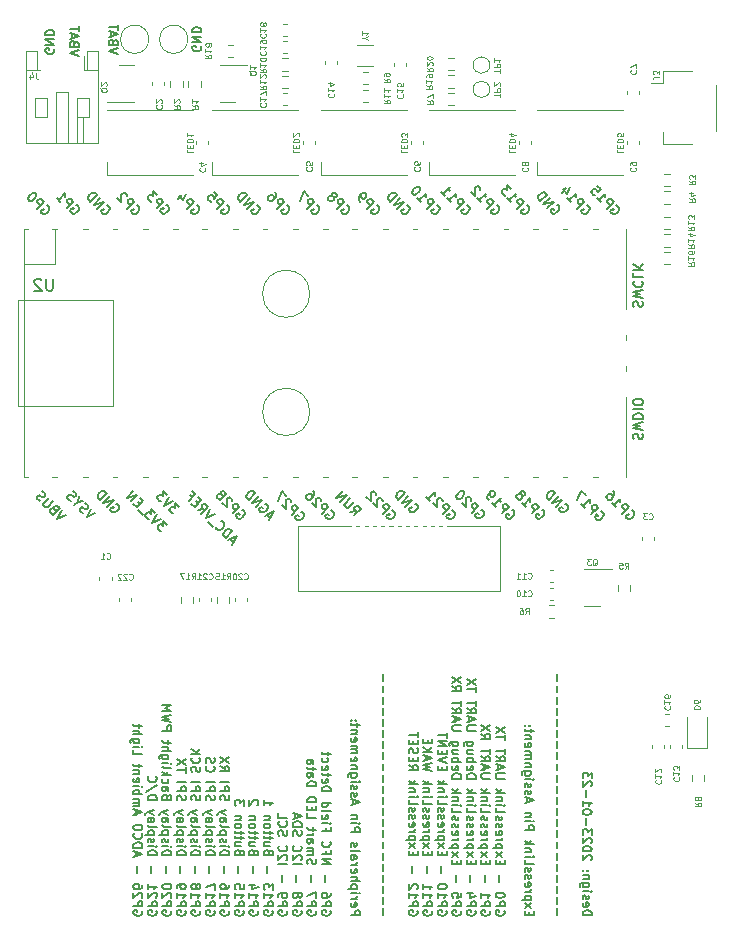
<source format=gbo>
G04 #@! TF.GenerationSoftware,KiCad,Pcbnew,6.0.7+dfsg-1~bpo11+1*
G04 #@! TF.CreationDate,2023-01-24T09:36:57+00:00*
G04 #@! TF.ProjectId,aws-iot-expresslink-demo-badge,6177732d-696f-4742-9d65-787072657373,1*
G04 #@! TF.SameCoordinates,Original*
G04 #@! TF.FileFunction,Legend,Bot*
G04 #@! TF.FilePolarity,Positive*
%FSLAX46Y46*%
G04 Gerber Fmt 4.6, Leading zero omitted, Abs format (unit mm)*
G04 Created by KiCad (PCBNEW 6.0.7+dfsg-1~bpo11+1) date 2023-01-24 09:36:57*
%MOMM*%
%LPD*%
G01*
G04 APERTURE LIST*
%ADD10C,0.114300*%
%ADD11C,0.150000*%
%ADD12C,0.113400*%
%ADD13C,0.120000*%
%ADD14C,0.100000*%
%ADD15R,1.000000X0.600000*%
%ADD16R,1.600000X0.850000*%
%ADD17R,1.500000X1.000000*%
%ADD18O,1.700000X1.700000*%
%ADD19R,1.700000X3.500000*%
%ADD20R,1.700000X1.700000*%
%ADD21R,3.500000X1.700000*%
%ADD22R,1.000000X1.800000*%
%ADD23C,2.000000*%
%ADD24C,1.000000*%
%ADD25O,1.200000X1.750000*%
%ADD26R,0.450000X0.600000*%
G04 APERTURE END LIST*
D10*
X131977190Y-97774276D02*
X131977190Y-98016180D01*
X132485190Y-98016180D01*
X132243285Y-97604942D02*
X132243285Y-97435609D01*
X131977190Y-97363038D02*
X131977190Y-97604942D01*
X132485190Y-97604942D01*
X132485190Y-97363038D01*
X131977190Y-97145323D02*
X132485190Y-97145323D01*
X132485190Y-97024371D01*
X132461000Y-96951800D01*
X132412619Y-96903419D01*
X132364238Y-96879228D01*
X132267476Y-96855038D01*
X132194904Y-96855038D01*
X132098142Y-96879228D01*
X132049761Y-96903419D01*
X132001380Y-96951800D01*
X131977190Y-97024371D01*
X131977190Y-97145323D01*
X132485190Y-96395419D02*
X132485190Y-96637323D01*
X132243285Y-96661514D01*
X132267476Y-96637323D01*
X132291666Y-96588942D01*
X132291666Y-96467990D01*
X132267476Y-96419609D01*
X132243285Y-96395419D01*
X132194904Y-96371228D01*
X132073952Y-96371228D01*
X132025571Y-96395419D01*
X132001380Y-96419609D01*
X131977190Y-96467990D01*
X131977190Y-96588942D01*
X132001380Y-96637323D01*
X132025571Y-96661514D01*
X113689190Y-97774276D02*
X113689190Y-98016180D01*
X114197190Y-98016180D01*
X113955285Y-97604942D02*
X113955285Y-97435609D01*
X113689190Y-97363038D02*
X113689190Y-97604942D01*
X114197190Y-97604942D01*
X114197190Y-97363038D01*
X113689190Y-97145323D02*
X114197190Y-97145323D01*
X114197190Y-97024371D01*
X114173000Y-96951800D01*
X114124619Y-96903419D01*
X114076238Y-96879228D01*
X113979476Y-96855038D01*
X113906904Y-96855038D01*
X113810142Y-96879228D01*
X113761761Y-96903419D01*
X113713380Y-96951800D01*
X113689190Y-97024371D01*
X113689190Y-97145323D01*
X114197190Y-96685704D02*
X114197190Y-96371228D01*
X114003666Y-96540561D01*
X114003666Y-96467990D01*
X113979476Y-96419609D01*
X113955285Y-96395419D01*
X113906904Y-96371228D01*
X113785952Y-96371228D01*
X113737571Y-96395419D01*
X113713380Y-96419609D01*
X113689190Y-96467990D01*
X113689190Y-96613133D01*
X113713380Y-96661514D01*
X113737571Y-96685704D01*
X122833190Y-97774276D02*
X122833190Y-98016180D01*
X123341190Y-98016180D01*
X123099285Y-97604942D02*
X123099285Y-97435609D01*
X122833190Y-97363038D02*
X122833190Y-97604942D01*
X123341190Y-97604942D01*
X123341190Y-97363038D01*
X122833190Y-97145323D02*
X123341190Y-97145323D01*
X123341190Y-97024371D01*
X123317000Y-96951800D01*
X123268619Y-96903419D01*
X123220238Y-96879228D01*
X123123476Y-96855038D01*
X123050904Y-96855038D01*
X122954142Y-96879228D01*
X122905761Y-96903419D01*
X122857380Y-96951800D01*
X122833190Y-97024371D01*
X122833190Y-97145323D01*
X123171857Y-96419609D02*
X122833190Y-96419609D01*
X123365380Y-96540561D02*
X123002523Y-96661514D01*
X123002523Y-96347038D01*
D11*
X129033995Y-162611271D02*
X129795995Y-162611271D01*
X129795995Y-162429842D01*
X129759710Y-162320985D01*
X129687138Y-162248414D01*
X129614567Y-162212128D01*
X129469424Y-162175842D01*
X129360567Y-162175842D01*
X129215424Y-162212128D01*
X129142852Y-162248414D01*
X129070281Y-162320985D01*
X129033995Y-162429842D01*
X129033995Y-162611271D01*
X129070281Y-161558985D02*
X129033995Y-161631557D01*
X129033995Y-161776700D01*
X129070281Y-161849271D01*
X129142852Y-161885557D01*
X129433138Y-161885557D01*
X129505710Y-161849271D01*
X129541995Y-161776700D01*
X129541995Y-161631557D01*
X129505710Y-161558985D01*
X129433138Y-161522700D01*
X129360567Y-161522700D01*
X129287995Y-161885557D01*
X129070281Y-161232414D02*
X129033995Y-161159842D01*
X129033995Y-161014700D01*
X129070281Y-160942128D01*
X129142852Y-160905842D01*
X129179138Y-160905842D01*
X129251710Y-160942128D01*
X129287995Y-161014700D01*
X129287995Y-161123557D01*
X129324281Y-161196128D01*
X129396852Y-161232414D01*
X129433138Y-161232414D01*
X129505710Y-161196128D01*
X129541995Y-161123557D01*
X129541995Y-161014700D01*
X129505710Y-160942128D01*
X129033995Y-160579271D02*
X129541995Y-160579271D01*
X129795995Y-160579271D02*
X129759710Y-160615557D01*
X129723424Y-160579271D01*
X129759710Y-160542985D01*
X129795995Y-160579271D01*
X129723424Y-160579271D01*
X129541995Y-159889842D02*
X128925138Y-159889842D01*
X128852567Y-159926128D01*
X128816281Y-159962414D01*
X128779995Y-160034985D01*
X128779995Y-160143842D01*
X128816281Y-160216414D01*
X129070281Y-159889842D02*
X129033995Y-159962414D01*
X129033995Y-160107557D01*
X129070281Y-160180128D01*
X129106567Y-160216414D01*
X129179138Y-160252700D01*
X129396852Y-160252700D01*
X129469424Y-160216414D01*
X129505710Y-160180128D01*
X129541995Y-160107557D01*
X129541995Y-159962414D01*
X129505710Y-159889842D01*
X129541995Y-159526985D02*
X129033995Y-159526985D01*
X129469424Y-159526985D02*
X129505710Y-159490700D01*
X129541995Y-159418128D01*
X129541995Y-159309271D01*
X129505710Y-159236700D01*
X129433138Y-159200414D01*
X129033995Y-159200414D01*
X129106567Y-158837557D02*
X129070281Y-158801271D01*
X129033995Y-158837557D01*
X129070281Y-158873842D01*
X129106567Y-158837557D01*
X129033995Y-158837557D01*
X129505710Y-158837557D02*
X129469424Y-158801271D01*
X129433138Y-158837557D01*
X129469424Y-158873842D01*
X129505710Y-158837557D01*
X129433138Y-158837557D01*
X129723424Y-157930414D02*
X129759710Y-157894128D01*
X129795995Y-157821557D01*
X129795995Y-157640128D01*
X129759710Y-157567557D01*
X129723424Y-157531271D01*
X129650852Y-157494985D01*
X129578281Y-157494985D01*
X129469424Y-157531271D01*
X129033995Y-157966700D01*
X129033995Y-157494985D01*
X129795995Y-157023271D02*
X129795995Y-156950700D01*
X129759710Y-156878128D01*
X129723424Y-156841842D01*
X129650852Y-156805557D01*
X129505710Y-156769271D01*
X129324281Y-156769271D01*
X129179138Y-156805557D01*
X129106567Y-156841842D01*
X129070281Y-156878128D01*
X129033995Y-156950700D01*
X129033995Y-157023271D01*
X129070281Y-157095842D01*
X129106567Y-157132128D01*
X129179138Y-157168414D01*
X129324281Y-157204700D01*
X129505710Y-157204700D01*
X129650852Y-157168414D01*
X129723424Y-157132128D01*
X129759710Y-157095842D01*
X129795995Y-157023271D01*
X129723424Y-156478985D02*
X129759710Y-156442700D01*
X129795995Y-156370128D01*
X129795995Y-156188700D01*
X129759710Y-156116128D01*
X129723424Y-156079842D01*
X129650852Y-156043557D01*
X129578281Y-156043557D01*
X129469424Y-156079842D01*
X129033995Y-156515271D01*
X129033995Y-156043557D01*
X129795995Y-155789557D02*
X129795995Y-155317842D01*
X129505710Y-155571842D01*
X129505710Y-155462985D01*
X129469424Y-155390414D01*
X129433138Y-155354128D01*
X129360567Y-155317842D01*
X129179138Y-155317842D01*
X129106567Y-155354128D01*
X129070281Y-155390414D01*
X129033995Y-155462985D01*
X129033995Y-155680700D01*
X129070281Y-155753271D01*
X129106567Y-155789557D01*
X129324281Y-154991271D02*
X129324281Y-154410700D01*
X129795995Y-153902700D02*
X129795995Y-153830128D01*
X129759710Y-153757557D01*
X129723424Y-153721271D01*
X129650852Y-153684985D01*
X129505710Y-153648700D01*
X129324281Y-153648700D01*
X129179138Y-153684985D01*
X129106567Y-153721271D01*
X129070281Y-153757557D01*
X129033995Y-153830128D01*
X129033995Y-153902700D01*
X129070281Y-153975271D01*
X129106567Y-154011557D01*
X129179138Y-154047842D01*
X129324281Y-154084128D01*
X129505710Y-154084128D01*
X129650852Y-154047842D01*
X129723424Y-154011557D01*
X129759710Y-153975271D01*
X129795995Y-153902700D01*
X129033995Y-152922985D02*
X129033995Y-153358414D01*
X129033995Y-153140700D02*
X129795995Y-153140700D01*
X129687138Y-153213271D01*
X129614567Y-153285842D01*
X129578281Y-153358414D01*
X129324281Y-152596414D02*
X129324281Y-152015842D01*
X129723424Y-151689271D02*
X129759710Y-151652985D01*
X129795995Y-151580414D01*
X129795995Y-151398985D01*
X129759710Y-151326414D01*
X129723424Y-151290128D01*
X129650852Y-151253842D01*
X129578281Y-151253842D01*
X129469424Y-151290128D01*
X129033995Y-151725557D01*
X129033995Y-151253842D01*
X129795995Y-150999842D02*
X129795995Y-150528128D01*
X129505710Y-150782128D01*
X129505710Y-150673271D01*
X129469424Y-150600700D01*
X129433138Y-150564414D01*
X129360567Y-150528128D01*
X129179138Y-150528128D01*
X129106567Y-150564414D01*
X129070281Y-150600700D01*
X129033995Y-150673271D01*
X129033995Y-150890985D01*
X129070281Y-150963557D01*
X129106567Y-150999842D01*
X126870641Y-162611271D02*
X126870641Y-162030700D01*
X126870641Y-161667842D02*
X126870641Y-161087271D01*
X126870641Y-160724414D02*
X126870641Y-160143842D01*
X126870641Y-159780985D02*
X126870641Y-159200414D01*
X126870641Y-158837557D02*
X126870641Y-158256985D01*
X126870641Y-157894128D02*
X126870641Y-157313557D01*
X126870641Y-156950700D02*
X126870641Y-156370128D01*
X126870641Y-156007271D02*
X126870641Y-155426700D01*
X126870641Y-155063842D02*
X126870641Y-154483271D01*
X126870641Y-154120414D02*
X126870641Y-153539842D01*
X126870641Y-153176985D02*
X126870641Y-152596414D01*
X126870641Y-152233557D02*
X126870641Y-151652985D01*
X126870641Y-151290128D02*
X126870641Y-150709557D01*
X126870641Y-150346700D02*
X126870641Y-149766128D01*
X126870641Y-149403271D02*
X126870641Y-148822700D01*
X126870641Y-148459842D02*
X126870641Y-147879271D01*
X126870641Y-147516414D02*
X126870641Y-146935842D01*
X126870641Y-146572985D02*
X126870641Y-145992414D01*
X126870641Y-145629557D02*
X126870641Y-145048985D01*
X126870641Y-144686128D02*
X126870641Y-144105557D01*
X126870641Y-143742700D02*
X126870641Y-143162128D01*
X126870641Y-142799271D02*
X126870641Y-142218700D01*
X124525858Y-162611271D02*
X124525858Y-162357271D01*
X124126715Y-162248414D02*
X124126715Y-162611271D01*
X124888715Y-162611271D01*
X124888715Y-162248414D01*
X124126715Y-161994414D02*
X124634715Y-161595271D01*
X124634715Y-161994414D02*
X124126715Y-161595271D01*
X124634715Y-161304985D02*
X123872715Y-161304985D01*
X124598430Y-161304985D02*
X124634715Y-161232414D01*
X124634715Y-161087271D01*
X124598430Y-161014700D01*
X124562144Y-160978414D01*
X124489572Y-160942128D01*
X124271858Y-160942128D01*
X124199287Y-160978414D01*
X124163001Y-161014700D01*
X124126715Y-161087271D01*
X124126715Y-161232414D01*
X124163001Y-161304985D01*
X124126715Y-160615557D02*
X124634715Y-160615557D01*
X124489572Y-160615557D02*
X124562144Y-160579271D01*
X124598430Y-160542985D01*
X124634715Y-160470414D01*
X124634715Y-160397842D01*
X124163001Y-159853557D02*
X124126715Y-159926128D01*
X124126715Y-160071271D01*
X124163001Y-160143842D01*
X124235572Y-160180128D01*
X124525858Y-160180128D01*
X124598430Y-160143842D01*
X124634715Y-160071271D01*
X124634715Y-159926128D01*
X124598430Y-159853557D01*
X124525858Y-159817271D01*
X124453287Y-159817271D01*
X124380715Y-160180128D01*
X124163001Y-159526985D02*
X124126715Y-159454414D01*
X124126715Y-159309271D01*
X124163001Y-159236700D01*
X124235572Y-159200414D01*
X124271858Y-159200414D01*
X124344430Y-159236700D01*
X124380715Y-159309271D01*
X124380715Y-159418128D01*
X124417001Y-159490700D01*
X124489572Y-159526985D01*
X124525858Y-159526985D01*
X124598430Y-159490700D01*
X124634715Y-159418128D01*
X124634715Y-159309271D01*
X124598430Y-159236700D01*
X124163001Y-158910128D02*
X124126715Y-158837557D01*
X124126715Y-158692414D01*
X124163001Y-158619842D01*
X124235572Y-158583557D01*
X124271858Y-158583557D01*
X124344430Y-158619842D01*
X124380715Y-158692414D01*
X124380715Y-158801271D01*
X124417001Y-158873842D01*
X124489572Y-158910128D01*
X124525858Y-158910128D01*
X124598430Y-158873842D01*
X124634715Y-158801271D01*
X124634715Y-158692414D01*
X124598430Y-158619842D01*
X124126715Y-157894128D02*
X124126715Y-158256985D01*
X124888715Y-158256985D01*
X124126715Y-157640128D02*
X124634715Y-157640128D01*
X124888715Y-157640128D02*
X124852430Y-157676414D01*
X124816144Y-157640128D01*
X124852430Y-157603842D01*
X124888715Y-157640128D01*
X124816144Y-157640128D01*
X124634715Y-157277271D02*
X124126715Y-157277271D01*
X124562144Y-157277271D02*
X124598430Y-157240985D01*
X124634715Y-157168414D01*
X124634715Y-157059557D01*
X124598430Y-156986985D01*
X124525858Y-156950700D01*
X124126715Y-156950700D01*
X124126715Y-156587842D02*
X124888715Y-156587842D01*
X124417001Y-156515271D02*
X124126715Y-156297557D01*
X124634715Y-156297557D02*
X124344430Y-156587842D01*
X124126715Y-155390414D02*
X124888715Y-155390414D01*
X124888715Y-155100128D01*
X124852430Y-155027557D01*
X124816144Y-154991271D01*
X124743572Y-154954985D01*
X124634715Y-154954985D01*
X124562144Y-154991271D01*
X124525858Y-155027557D01*
X124489572Y-155100128D01*
X124489572Y-155390414D01*
X124126715Y-154628414D02*
X124634715Y-154628414D01*
X124888715Y-154628414D02*
X124852430Y-154664700D01*
X124816144Y-154628414D01*
X124852430Y-154592128D01*
X124888715Y-154628414D01*
X124816144Y-154628414D01*
X124634715Y-154265557D02*
X124126715Y-154265557D01*
X124562144Y-154265557D02*
X124598430Y-154229271D01*
X124634715Y-154156700D01*
X124634715Y-154047842D01*
X124598430Y-153975271D01*
X124525858Y-153938985D01*
X124126715Y-153938985D01*
X124344430Y-153031842D02*
X124344430Y-152668985D01*
X124126715Y-153104414D02*
X124888715Y-152850414D01*
X124126715Y-152596414D01*
X124163001Y-152378700D02*
X124126715Y-152306128D01*
X124126715Y-152160985D01*
X124163001Y-152088414D01*
X124235572Y-152052128D01*
X124271858Y-152052128D01*
X124344430Y-152088414D01*
X124380715Y-152160985D01*
X124380715Y-152269842D01*
X124417001Y-152342414D01*
X124489572Y-152378700D01*
X124525858Y-152378700D01*
X124598430Y-152342414D01*
X124634715Y-152269842D01*
X124634715Y-152160985D01*
X124598430Y-152088414D01*
X124163001Y-151761842D02*
X124126715Y-151689271D01*
X124126715Y-151544128D01*
X124163001Y-151471557D01*
X124235572Y-151435271D01*
X124271858Y-151435271D01*
X124344430Y-151471557D01*
X124380715Y-151544128D01*
X124380715Y-151652985D01*
X124417001Y-151725557D01*
X124489572Y-151761842D01*
X124525858Y-151761842D01*
X124598430Y-151725557D01*
X124634715Y-151652985D01*
X124634715Y-151544128D01*
X124598430Y-151471557D01*
X124126715Y-151108700D02*
X124634715Y-151108700D01*
X124888715Y-151108700D02*
X124852430Y-151144985D01*
X124816144Y-151108700D01*
X124852430Y-151072414D01*
X124888715Y-151108700D01*
X124816144Y-151108700D01*
X124634715Y-150419271D02*
X124017858Y-150419271D01*
X123945287Y-150455557D01*
X123909001Y-150491842D01*
X123872715Y-150564414D01*
X123872715Y-150673271D01*
X123909001Y-150745842D01*
X124163001Y-150419271D02*
X124126715Y-150491842D01*
X124126715Y-150636985D01*
X124163001Y-150709557D01*
X124199287Y-150745842D01*
X124271858Y-150782128D01*
X124489572Y-150782128D01*
X124562144Y-150745842D01*
X124598430Y-150709557D01*
X124634715Y-150636985D01*
X124634715Y-150491842D01*
X124598430Y-150419271D01*
X124634715Y-150056414D02*
X124126715Y-150056414D01*
X124562144Y-150056414D02*
X124598430Y-150020128D01*
X124634715Y-149947557D01*
X124634715Y-149838700D01*
X124598430Y-149766128D01*
X124525858Y-149729842D01*
X124126715Y-149729842D01*
X124126715Y-149366985D02*
X124634715Y-149366985D01*
X124562144Y-149366985D02*
X124598430Y-149330700D01*
X124634715Y-149258128D01*
X124634715Y-149149271D01*
X124598430Y-149076700D01*
X124525858Y-149040414D01*
X124126715Y-149040414D01*
X124525858Y-149040414D02*
X124598430Y-149004128D01*
X124634715Y-148931557D01*
X124634715Y-148822700D01*
X124598430Y-148750128D01*
X124525858Y-148713842D01*
X124126715Y-148713842D01*
X124163001Y-148060700D02*
X124126715Y-148133271D01*
X124126715Y-148278414D01*
X124163001Y-148350985D01*
X124235572Y-148387271D01*
X124525858Y-148387271D01*
X124598430Y-148350985D01*
X124634715Y-148278414D01*
X124634715Y-148133271D01*
X124598430Y-148060700D01*
X124525858Y-148024414D01*
X124453287Y-148024414D01*
X124380715Y-148387271D01*
X124634715Y-147697842D02*
X124126715Y-147697842D01*
X124562144Y-147697842D02*
X124598430Y-147661557D01*
X124634715Y-147588985D01*
X124634715Y-147480128D01*
X124598430Y-147407557D01*
X124525858Y-147371271D01*
X124126715Y-147371271D01*
X124634715Y-147117271D02*
X124634715Y-146826985D01*
X124888715Y-147008414D02*
X124235572Y-147008414D01*
X124163001Y-146972128D01*
X124126715Y-146899557D01*
X124126715Y-146826985D01*
X124199287Y-146572985D02*
X124163001Y-146536700D01*
X124126715Y-146572985D01*
X124163001Y-146609271D01*
X124199287Y-146572985D01*
X124126715Y-146572985D01*
X124598430Y-146572985D02*
X124562144Y-146536700D01*
X124525858Y-146572985D01*
X124562144Y-146609271D01*
X124598430Y-146572985D01*
X124525858Y-146572985D01*
X122398790Y-162212128D02*
X122435075Y-162284700D01*
X122435075Y-162393557D01*
X122398790Y-162502414D01*
X122326218Y-162574985D01*
X122253647Y-162611271D01*
X122108504Y-162647557D01*
X121999647Y-162647557D01*
X121854504Y-162611271D01*
X121781932Y-162574985D01*
X121709361Y-162502414D01*
X121673075Y-162393557D01*
X121673075Y-162320985D01*
X121709361Y-162212128D01*
X121745647Y-162175842D01*
X121999647Y-162175842D01*
X121999647Y-162320985D01*
X121673075Y-161849271D02*
X122435075Y-161849271D01*
X122435075Y-161558985D01*
X122398790Y-161486414D01*
X122362504Y-161450128D01*
X122289932Y-161413842D01*
X122181075Y-161413842D01*
X122108504Y-161450128D01*
X122072218Y-161486414D01*
X122035932Y-161558985D01*
X122035932Y-161849271D01*
X122435075Y-160942128D02*
X122435075Y-160869557D01*
X122398790Y-160796985D01*
X122362504Y-160760700D01*
X122289932Y-160724414D01*
X122144790Y-160688128D01*
X121963361Y-160688128D01*
X121818218Y-160724414D01*
X121745647Y-160760700D01*
X121709361Y-160796985D01*
X121673075Y-160869557D01*
X121673075Y-160942128D01*
X121709361Y-161014700D01*
X121745647Y-161050985D01*
X121818218Y-161087271D01*
X121963361Y-161123557D01*
X122144790Y-161123557D01*
X122289932Y-161087271D01*
X122362504Y-161050985D01*
X122398790Y-161014700D01*
X122435075Y-160942128D01*
X121963361Y-159780985D02*
X121963361Y-159200414D01*
X122072218Y-158256985D02*
X122072218Y-158002985D01*
X121673075Y-157894128D02*
X121673075Y-158256985D01*
X122435075Y-158256985D01*
X122435075Y-157894128D01*
X121673075Y-157640128D02*
X122181075Y-157240985D01*
X122181075Y-157640128D02*
X121673075Y-157240985D01*
X122181075Y-156950700D02*
X121419075Y-156950700D01*
X122144790Y-156950700D02*
X122181075Y-156878128D01*
X122181075Y-156732985D01*
X122144790Y-156660414D01*
X122108504Y-156624128D01*
X122035932Y-156587842D01*
X121818218Y-156587842D01*
X121745647Y-156624128D01*
X121709361Y-156660414D01*
X121673075Y-156732985D01*
X121673075Y-156878128D01*
X121709361Y-156950700D01*
X121673075Y-156261271D02*
X122181075Y-156261271D01*
X122035932Y-156261271D02*
X122108504Y-156224985D01*
X122144790Y-156188700D01*
X122181075Y-156116128D01*
X122181075Y-156043557D01*
X121709361Y-155499271D02*
X121673075Y-155571842D01*
X121673075Y-155716985D01*
X121709361Y-155789557D01*
X121781932Y-155825842D01*
X122072218Y-155825842D01*
X122144790Y-155789557D01*
X122181075Y-155716985D01*
X122181075Y-155571842D01*
X122144790Y-155499271D01*
X122072218Y-155462985D01*
X121999647Y-155462985D01*
X121927075Y-155825842D01*
X121709361Y-155172700D02*
X121673075Y-155100128D01*
X121673075Y-154954985D01*
X121709361Y-154882414D01*
X121781932Y-154846128D01*
X121818218Y-154846128D01*
X121890790Y-154882414D01*
X121927075Y-154954985D01*
X121927075Y-155063842D01*
X121963361Y-155136414D01*
X122035932Y-155172700D01*
X122072218Y-155172700D01*
X122144790Y-155136414D01*
X122181075Y-155063842D01*
X122181075Y-154954985D01*
X122144790Y-154882414D01*
X121709361Y-154555842D02*
X121673075Y-154483271D01*
X121673075Y-154338128D01*
X121709361Y-154265557D01*
X121781932Y-154229271D01*
X121818218Y-154229271D01*
X121890790Y-154265557D01*
X121927075Y-154338128D01*
X121927075Y-154446985D01*
X121963361Y-154519557D01*
X122035932Y-154555842D01*
X122072218Y-154555842D01*
X122144790Y-154519557D01*
X122181075Y-154446985D01*
X122181075Y-154338128D01*
X122144790Y-154265557D01*
X121673075Y-153539842D02*
X121673075Y-153902700D01*
X122435075Y-153902700D01*
X121673075Y-153285842D02*
X122181075Y-153285842D01*
X122435075Y-153285842D02*
X122398790Y-153322128D01*
X122362504Y-153285842D01*
X122398790Y-153249557D01*
X122435075Y-153285842D01*
X122362504Y-153285842D01*
X122181075Y-152922985D02*
X121673075Y-152922985D01*
X122108504Y-152922985D02*
X122144790Y-152886700D01*
X122181075Y-152814128D01*
X122181075Y-152705271D01*
X122144790Y-152632700D01*
X122072218Y-152596414D01*
X121673075Y-152596414D01*
X121673075Y-152233557D02*
X122435075Y-152233557D01*
X121963361Y-152160985D02*
X121673075Y-151943271D01*
X122181075Y-151943271D02*
X121890790Y-152233557D01*
X122435075Y-151036128D02*
X121818218Y-151036128D01*
X121745647Y-150999842D01*
X121709361Y-150963557D01*
X121673075Y-150890985D01*
X121673075Y-150745842D01*
X121709361Y-150673271D01*
X121745647Y-150636985D01*
X121818218Y-150600700D01*
X122435075Y-150600700D01*
X121890790Y-150274128D02*
X121890790Y-149911271D01*
X121673075Y-150346700D02*
X122435075Y-150092700D01*
X121673075Y-149838700D01*
X121673075Y-149149271D02*
X122035932Y-149403271D01*
X121673075Y-149584700D02*
X122435075Y-149584700D01*
X122435075Y-149294414D01*
X122398790Y-149221842D01*
X122362504Y-149185557D01*
X122289932Y-149149271D01*
X122181075Y-149149271D01*
X122108504Y-149185557D01*
X122072218Y-149221842D01*
X122035932Y-149294414D01*
X122035932Y-149584700D01*
X122435075Y-148931557D02*
X122435075Y-148496128D01*
X121673075Y-148713842D02*
X122435075Y-148713842D01*
X122435075Y-147770414D02*
X122435075Y-147334985D01*
X121673075Y-147552700D02*
X122435075Y-147552700D01*
X122435075Y-147153557D02*
X121673075Y-146645557D01*
X122435075Y-146645557D02*
X121673075Y-147153557D01*
X121171970Y-162212128D02*
X121208255Y-162284700D01*
X121208255Y-162393557D01*
X121171970Y-162502414D01*
X121099398Y-162574985D01*
X121026827Y-162611271D01*
X120881684Y-162647557D01*
X120772827Y-162647557D01*
X120627684Y-162611271D01*
X120555112Y-162574985D01*
X120482541Y-162502414D01*
X120446255Y-162393557D01*
X120446255Y-162320985D01*
X120482541Y-162212128D01*
X120518827Y-162175842D01*
X120772827Y-162175842D01*
X120772827Y-162320985D01*
X120446255Y-161849271D02*
X121208255Y-161849271D01*
X121208255Y-161558985D01*
X121171970Y-161486414D01*
X121135684Y-161450128D01*
X121063112Y-161413842D01*
X120954255Y-161413842D01*
X120881684Y-161450128D01*
X120845398Y-161486414D01*
X120809112Y-161558985D01*
X120809112Y-161849271D01*
X120446255Y-160688128D02*
X120446255Y-161123557D01*
X120446255Y-160905842D02*
X121208255Y-160905842D01*
X121099398Y-160978414D01*
X121026827Y-161050985D01*
X120990541Y-161123557D01*
X120736541Y-159780985D02*
X120736541Y-159200414D01*
X120845398Y-158256985D02*
X120845398Y-158002985D01*
X120446255Y-157894128D02*
X120446255Y-158256985D01*
X121208255Y-158256985D01*
X121208255Y-157894128D01*
X120446255Y-157640128D02*
X120954255Y-157240985D01*
X120954255Y-157640128D02*
X120446255Y-157240985D01*
X120954255Y-156950700D02*
X120192255Y-156950700D01*
X120917970Y-156950700D02*
X120954255Y-156878128D01*
X120954255Y-156732985D01*
X120917970Y-156660414D01*
X120881684Y-156624128D01*
X120809112Y-156587842D01*
X120591398Y-156587842D01*
X120518827Y-156624128D01*
X120482541Y-156660414D01*
X120446255Y-156732985D01*
X120446255Y-156878128D01*
X120482541Y-156950700D01*
X120446255Y-156261271D02*
X120954255Y-156261271D01*
X120809112Y-156261271D02*
X120881684Y-156224985D01*
X120917970Y-156188700D01*
X120954255Y-156116128D01*
X120954255Y-156043557D01*
X120482541Y-155499271D02*
X120446255Y-155571842D01*
X120446255Y-155716985D01*
X120482541Y-155789557D01*
X120555112Y-155825842D01*
X120845398Y-155825842D01*
X120917970Y-155789557D01*
X120954255Y-155716985D01*
X120954255Y-155571842D01*
X120917970Y-155499271D01*
X120845398Y-155462985D01*
X120772827Y-155462985D01*
X120700255Y-155825842D01*
X120482541Y-155172700D02*
X120446255Y-155100128D01*
X120446255Y-154954985D01*
X120482541Y-154882414D01*
X120555112Y-154846128D01*
X120591398Y-154846128D01*
X120663970Y-154882414D01*
X120700255Y-154954985D01*
X120700255Y-155063842D01*
X120736541Y-155136414D01*
X120809112Y-155172700D01*
X120845398Y-155172700D01*
X120917970Y-155136414D01*
X120954255Y-155063842D01*
X120954255Y-154954985D01*
X120917970Y-154882414D01*
X120482541Y-154555842D02*
X120446255Y-154483271D01*
X120446255Y-154338128D01*
X120482541Y-154265557D01*
X120555112Y-154229271D01*
X120591398Y-154229271D01*
X120663970Y-154265557D01*
X120700255Y-154338128D01*
X120700255Y-154446985D01*
X120736541Y-154519557D01*
X120809112Y-154555842D01*
X120845398Y-154555842D01*
X120917970Y-154519557D01*
X120954255Y-154446985D01*
X120954255Y-154338128D01*
X120917970Y-154265557D01*
X120446255Y-153539842D02*
X120446255Y-153902700D01*
X121208255Y-153902700D01*
X120446255Y-153285842D02*
X120954255Y-153285842D01*
X121208255Y-153285842D02*
X121171970Y-153322128D01*
X121135684Y-153285842D01*
X121171970Y-153249557D01*
X121208255Y-153285842D01*
X121135684Y-153285842D01*
X120954255Y-152922985D02*
X120446255Y-152922985D01*
X120881684Y-152922985D02*
X120917970Y-152886700D01*
X120954255Y-152814128D01*
X120954255Y-152705271D01*
X120917970Y-152632700D01*
X120845398Y-152596414D01*
X120446255Y-152596414D01*
X120446255Y-152233557D02*
X121208255Y-152233557D01*
X120736541Y-152160985D02*
X120446255Y-151943271D01*
X120954255Y-151943271D02*
X120663970Y-152233557D01*
X121208255Y-151036128D02*
X120591398Y-151036128D01*
X120518827Y-150999842D01*
X120482541Y-150963557D01*
X120446255Y-150890985D01*
X120446255Y-150745842D01*
X120482541Y-150673271D01*
X120518827Y-150636985D01*
X120591398Y-150600700D01*
X121208255Y-150600700D01*
X120663970Y-150274128D02*
X120663970Y-149911271D01*
X120446255Y-150346700D02*
X121208255Y-150092700D01*
X120446255Y-149838700D01*
X120446255Y-149149271D02*
X120809112Y-149403271D01*
X120446255Y-149584700D02*
X121208255Y-149584700D01*
X121208255Y-149294414D01*
X121171970Y-149221842D01*
X121135684Y-149185557D01*
X121063112Y-149149271D01*
X120954255Y-149149271D01*
X120881684Y-149185557D01*
X120845398Y-149221842D01*
X120809112Y-149294414D01*
X120809112Y-149584700D01*
X121208255Y-148931557D02*
X121208255Y-148496128D01*
X120446255Y-148713842D02*
X121208255Y-148713842D01*
X120446255Y-147226128D02*
X120809112Y-147480128D01*
X120446255Y-147661557D02*
X121208255Y-147661557D01*
X121208255Y-147371271D01*
X121171970Y-147298700D01*
X121135684Y-147262414D01*
X121063112Y-147226128D01*
X120954255Y-147226128D01*
X120881684Y-147262414D01*
X120845398Y-147298700D01*
X120809112Y-147371271D01*
X120809112Y-147661557D01*
X121208255Y-146972128D02*
X120446255Y-146464128D01*
X121208255Y-146464128D02*
X120446255Y-146972128D01*
X119945150Y-162212128D02*
X119981435Y-162284700D01*
X119981435Y-162393557D01*
X119945150Y-162502414D01*
X119872578Y-162574985D01*
X119800007Y-162611271D01*
X119654864Y-162647557D01*
X119546007Y-162647557D01*
X119400864Y-162611271D01*
X119328292Y-162574985D01*
X119255721Y-162502414D01*
X119219435Y-162393557D01*
X119219435Y-162320985D01*
X119255721Y-162212128D01*
X119292007Y-162175842D01*
X119546007Y-162175842D01*
X119546007Y-162320985D01*
X119219435Y-161849271D02*
X119981435Y-161849271D01*
X119981435Y-161558985D01*
X119945150Y-161486414D01*
X119908864Y-161450128D01*
X119836292Y-161413842D01*
X119727435Y-161413842D01*
X119654864Y-161450128D01*
X119618578Y-161486414D01*
X119582292Y-161558985D01*
X119582292Y-161849271D01*
X119727435Y-160760700D02*
X119219435Y-160760700D01*
X120017721Y-160942128D02*
X119473435Y-161123557D01*
X119473435Y-160651842D01*
X119509721Y-159780985D02*
X119509721Y-159200414D01*
X119618578Y-158256985D02*
X119618578Y-158002985D01*
X119219435Y-157894128D02*
X119219435Y-158256985D01*
X119981435Y-158256985D01*
X119981435Y-157894128D01*
X119219435Y-157640128D02*
X119727435Y-157240985D01*
X119727435Y-157640128D02*
X119219435Y-157240985D01*
X119727435Y-156950700D02*
X118965435Y-156950700D01*
X119691150Y-156950700D02*
X119727435Y-156878128D01*
X119727435Y-156732985D01*
X119691150Y-156660414D01*
X119654864Y-156624128D01*
X119582292Y-156587842D01*
X119364578Y-156587842D01*
X119292007Y-156624128D01*
X119255721Y-156660414D01*
X119219435Y-156732985D01*
X119219435Y-156878128D01*
X119255721Y-156950700D01*
X119219435Y-156261271D02*
X119727435Y-156261271D01*
X119582292Y-156261271D02*
X119654864Y-156224985D01*
X119691150Y-156188700D01*
X119727435Y-156116128D01*
X119727435Y-156043557D01*
X119255721Y-155499271D02*
X119219435Y-155571842D01*
X119219435Y-155716985D01*
X119255721Y-155789557D01*
X119328292Y-155825842D01*
X119618578Y-155825842D01*
X119691150Y-155789557D01*
X119727435Y-155716985D01*
X119727435Y-155571842D01*
X119691150Y-155499271D01*
X119618578Y-155462985D01*
X119546007Y-155462985D01*
X119473435Y-155825842D01*
X119255721Y-155172700D02*
X119219435Y-155100128D01*
X119219435Y-154954985D01*
X119255721Y-154882414D01*
X119328292Y-154846128D01*
X119364578Y-154846128D01*
X119437150Y-154882414D01*
X119473435Y-154954985D01*
X119473435Y-155063842D01*
X119509721Y-155136414D01*
X119582292Y-155172700D01*
X119618578Y-155172700D01*
X119691150Y-155136414D01*
X119727435Y-155063842D01*
X119727435Y-154954985D01*
X119691150Y-154882414D01*
X119255721Y-154555842D02*
X119219435Y-154483271D01*
X119219435Y-154338128D01*
X119255721Y-154265557D01*
X119328292Y-154229271D01*
X119364578Y-154229271D01*
X119437150Y-154265557D01*
X119473435Y-154338128D01*
X119473435Y-154446985D01*
X119509721Y-154519557D01*
X119582292Y-154555842D01*
X119618578Y-154555842D01*
X119691150Y-154519557D01*
X119727435Y-154446985D01*
X119727435Y-154338128D01*
X119691150Y-154265557D01*
X119219435Y-153539842D02*
X119219435Y-153902700D01*
X119981435Y-153902700D01*
X119219435Y-153285842D02*
X119727435Y-153285842D01*
X119981435Y-153285842D02*
X119945150Y-153322128D01*
X119908864Y-153285842D01*
X119945150Y-153249557D01*
X119981435Y-153285842D01*
X119908864Y-153285842D01*
X119727435Y-152922985D02*
X119219435Y-152922985D01*
X119654864Y-152922985D02*
X119691150Y-152886700D01*
X119727435Y-152814128D01*
X119727435Y-152705271D01*
X119691150Y-152632700D01*
X119618578Y-152596414D01*
X119219435Y-152596414D01*
X119219435Y-152233557D02*
X119981435Y-152233557D01*
X119509721Y-152160985D02*
X119219435Y-151943271D01*
X119727435Y-151943271D02*
X119437150Y-152233557D01*
X119219435Y-151036128D02*
X119981435Y-151036128D01*
X119981435Y-150854700D01*
X119945150Y-150745842D01*
X119872578Y-150673271D01*
X119800007Y-150636985D01*
X119654864Y-150600700D01*
X119546007Y-150600700D01*
X119400864Y-150636985D01*
X119328292Y-150673271D01*
X119255721Y-150745842D01*
X119219435Y-150854700D01*
X119219435Y-151036128D01*
X119255721Y-149983842D02*
X119219435Y-150056414D01*
X119219435Y-150201557D01*
X119255721Y-150274128D01*
X119328292Y-150310414D01*
X119618578Y-150310414D01*
X119691150Y-150274128D01*
X119727435Y-150201557D01*
X119727435Y-150056414D01*
X119691150Y-149983842D01*
X119618578Y-149947557D01*
X119546007Y-149947557D01*
X119473435Y-150310414D01*
X119219435Y-149620985D02*
X119981435Y-149620985D01*
X119691150Y-149620985D02*
X119727435Y-149548414D01*
X119727435Y-149403271D01*
X119691150Y-149330700D01*
X119654864Y-149294414D01*
X119582292Y-149258128D01*
X119364578Y-149258128D01*
X119292007Y-149294414D01*
X119255721Y-149330700D01*
X119219435Y-149403271D01*
X119219435Y-149548414D01*
X119255721Y-149620985D01*
X119727435Y-148604985D02*
X119219435Y-148604985D01*
X119727435Y-148931557D02*
X119328292Y-148931557D01*
X119255721Y-148895271D01*
X119219435Y-148822700D01*
X119219435Y-148713842D01*
X119255721Y-148641271D01*
X119292007Y-148604985D01*
X119727435Y-147915557D02*
X119110578Y-147915557D01*
X119038007Y-147951842D01*
X119001721Y-147988128D01*
X118965435Y-148060700D01*
X118965435Y-148169557D01*
X119001721Y-148242128D01*
X119255721Y-147915557D02*
X119219435Y-147988128D01*
X119219435Y-148133271D01*
X119255721Y-148205842D01*
X119292007Y-148242128D01*
X119364578Y-148278414D01*
X119582292Y-148278414D01*
X119654864Y-148242128D01*
X119691150Y-148205842D01*
X119727435Y-148133271D01*
X119727435Y-147988128D01*
X119691150Y-147915557D01*
X119981435Y-146972128D02*
X119364578Y-146972128D01*
X119292007Y-146935842D01*
X119255721Y-146899557D01*
X119219435Y-146826985D01*
X119219435Y-146681842D01*
X119255721Y-146609271D01*
X119292007Y-146572985D01*
X119364578Y-146536700D01*
X119981435Y-146536700D01*
X119437150Y-146210128D02*
X119437150Y-145847271D01*
X119219435Y-146282700D02*
X119981435Y-146028700D01*
X119219435Y-145774700D01*
X119219435Y-145085271D02*
X119582292Y-145339271D01*
X119219435Y-145520700D02*
X119981435Y-145520700D01*
X119981435Y-145230414D01*
X119945150Y-145157842D01*
X119908864Y-145121557D01*
X119836292Y-145085271D01*
X119727435Y-145085271D01*
X119654864Y-145121557D01*
X119618578Y-145157842D01*
X119582292Y-145230414D01*
X119582292Y-145520700D01*
X119981435Y-144867557D02*
X119981435Y-144432128D01*
X119219435Y-144649842D02*
X119981435Y-144649842D01*
X119981435Y-143706414D02*
X119981435Y-143270985D01*
X119219435Y-143488700D02*
X119981435Y-143488700D01*
X119981435Y-143089557D02*
X119219435Y-142581557D01*
X119981435Y-142581557D02*
X119219435Y-143089557D01*
X118718330Y-162212128D02*
X118754615Y-162284700D01*
X118754615Y-162393557D01*
X118718330Y-162502414D01*
X118645758Y-162574985D01*
X118573187Y-162611271D01*
X118428044Y-162647557D01*
X118319187Y-162647557D01*
X118174044Y-162611271D01*
X118101472Y-162574985D01*
X118028901Y-162502414D01*
X117992615Y-162393557D01*
X117992615Y-162320985D01*
X118028901Y-162212128D01*
X118065187Y-162175842D01*
X118319187Y-162175842D01*
X118319187Y-162320985D01*
X117992615Y-161849271D02*
X118754615Y-161849271D01*
X118754615Y-161558985D01*
X118718330Y-161486414D01*
X118682044Y-161450128D01*
X118609472Y-161413842D01*
X118500615Y-161413842D01*
X118428044Y-161450128D01*
X118391758Y-161486414D01*
X118355472Y-161558985D01*
X118355472Y-161849271D01*
X118754615Y-160724414D02*
X118754615Y-161087271D01*
X118391758Y-161123557D01*
X118428044Y-161087271D01*
X118464330Y-161014700D01*
X118464330Y-160833271D01*
X118428044Y-160760700D01*
X118391758Y-160724414D01*
X118319187Y-160688128D01*
X118137758Y-160688128D01*
X118065187Y-160724414D01*
X118028901Y-160760700D01*
X117992615Y-160833271D01*
X117992615Y-161014700D01*
X118028901Y-161087271D01*
X118065187Y-161123557D01*
X118282901Y-159780985D02*
X118282901Y-159200414D01*
X118391758Y-158256985D02*
X118391758Y-158002985D01*
X117992615Y-157894128D02*
X117992615Y-158256985D01*
X118754615Y-158256985D01*
X118754615Y-157894128D01*
X117992615Y-157640128D02*
X118500615Y-157240985D01*
X118500615Y-157640128D02*
X117992615Y-157240985D01*
X118500615Y-156950700D02*
X117738615Y-156950700D01*
X118464330Y-156950700D02*
X118500615Y-156878128D01*
X118500615Y-156732985D01*
X118464330Y-156660414D01*
X118428044Y-156624128D01*
X118355472Y-156587842D01*
X118137758Y-156587842D01*
X118065187Y-156624128D01*
X118028901Y-156660414D01*
X117992615Y-156732985D01*
X117992615Y-156878128D01*
X118028901Y-156950700D01*
X117992615Y-156261271D02*
X118500615Y-156261271D01*
X118355472Y-156261271D02*
X118428044Y-156224985D01*
X118464330Y-156188700D01*
X118500615Y-156116128D01*
X118500615Y-156043557D01*
X118028901Y-155499271D02*
X117992615Y-155571842D01*
X117992615Y-155716985D01*
X118028901Y-155789557D01*
X118101472Y-155825842D01*
X118391758Y-155825842D01*
X118464330Y-155789557D01*
X118500615Y-155716985D01*
X118500615Y-155571842D01*
X118464330Y-155499271D01*
X118391758Y-155462985D01*
X118319187Y-155462985D01*
X118246615Y-155825842D01*
X118028901Y-155172700D02*
X117992615Y-155100128D01*
X117992615Y-154954985D01*
X118028901Y-154882414D01*
X118101472Y-154846128D01*
X118137758Y-154846128D01*
X118210330Y-154882414D01*
X118246615Y-154954985D01*
X118246615Y-155063842D01*
X118282901Y-155136414D01*
X118355472Y-155172700D01*
X118391758Y-155172700D01*
X118464330Y-155136414D01*
X118500615Y-155063842D01*
X118500615Y-154954985D01*
X118464330Y-154882414D01*
X118028901Y-154555842D02*
X117992615Y-154483271D01*
X117992615Y-154338128D01*
X118028901Y-154265557D01*
X118101472Y-154229271D01*
X118137758Y-154229271D01*
X118210330Y-154265557D01*
X118246615Y-154338128D01*
X118246615Y-154446985D01*
X118282901Y-154519557D01*
X118355472Y-154555842D01*
X118391758Y-154555842D01*
X118464330Y-154519557D01*
X118500615Y-154446985D01*
X118500615Y-154338128D01*
X118464330Y-154265557D01*
X117992615Y-153539842D02*
X117992615Y-153902700D01*
X118754615Y-153902700D01*
X117992615Y-153285842D02*
X118500615Y-153285842D01*
X118754615Y-153285842D02*
X118718330Y-153322128D01*
X118682044Y-153285842D01*
X118718330Y-153249557D01*
X118754615Y-153285842D01*
X118682044Y-153285842D01*
X118500615Y-152922985D02*
X117992615Y-152922985D01*
X118428044Y-152922985D02*
X118464330Y-152886700D01*
X118500615Y-152814128D01*
X118500615Y-152705271D01*
X118464330Y-152632700D01*
X118391758Y-152596414D01*
X117992615Y-152596414D01*
X117992615Y-152233557D02*
X118754615Y-152233557D01*
X118282901Y-152160985D02*
X117992615Y-151943271D01*
X118500615Y-151943271D02*
X118210330Y-152233557D01*
X117992615Y-151036128D02*
X118754615Y-151036128D01*
X118754615Y-150854700D01*
X118718330Y-150745842D01*
X118645758Y-150673271D01*
X118573187Y-150636985D01*
X118428044Y-150600700D01*
X118319187Y-150600700D01*
X118174044Y-150636985D01*
X118101472Y-150673271D01*
X118028901Y-150745842D01*
X117992615Y-150854700D01*
X117992615Y-151036128D01*
X118028901Y-149983842D02*
X117992615Y-150056414D01*
X117992615Y-150201557D01*
X118028901Y-150274128D01*
X118101472Y-150310414D01*
X118391758Y-150310414D01*
X118464330Y-150274128D01*
X118500615Y-150201557D01*
X118500615Y-150056414D01*
X118464330Y-149983842D01*
X118391758Y-149947557D01*
X118319187Y-149947557D01*
X118246615Y-150310414D01*
X117992615Y-149620985D02*
X118754615Y-149620985D01*
X118464330Y-149620985D02*
X118500615Y-149548414D01*
X118500615Y-149403271D01*
X118464330Y-149330700D01*
X118428044Y-149294414D01*
X118355472Y-149258128D01*
X118137758Y-149258128D01*
X118065187Y-149294414D01*
X118028901Y-149330700D01*
X117992615Y-149403271D01*
X117992615Y-149548414D01*
X118028901Y-149620985D01*
X118500615Y-148604985D02*
X117992615Y-148604985D01*
X118500615Y-148931557D02*
X118101472Y-148931557D01*
X118028901Y-148895271D01*
X117992615Y-148822700D01*
X117992615Y-148713842D01*
X118028901Y-148641271D01*
X118065187Y-148604985D01*
X118500615Y-147915557D02*
X117883758Y-147915557D01*
X117811187Y-147951842D01*
X117774901Y-147988128D01*
X117738615Y-148060700D01*
X117738615Y-148169557D01*
X117774901Y-148242128D01*
X118028901Y-147915557D02*
X117992615Y-147988128D01*
X117992615Y-148133271D01*
X118028901Y-148205842D01*
X118065187Y-148242128D01*
X118137758Y-148278414D01*
X118355472Y-148278414D01*
X118428044Y-148242128D01*
X118464330Y-148205842D01*
X118500615Y-148133271D01*
X118500615Y-147988128D01*
X118464330Y-147915557D01*
X118754615Y-146972128D02*
X118137758Y-146972128D01*
X118065187Y-146935842D01*
X118028901Y-146899557D01*
X117992615Y-146826985D01*
X117992615Y-146681842D01*
X118028901Y-146609271D01*
X118065187Y-146572985D01*
X118137758Y-146536700D01*
X118754615Y-146536700D01*
X118210330Y-146210128D02*
X118210330Y-145847271D01*
X117992615Y-146282700D02*
X118754615Y-146028700D01*
X117992615Y-145774700D01*
X117992615Y-145085271D02*
X118355472Y-145339271D01*
X117992615Y-145520700D02*
X118754615Y-145520700D01*
X118754615Y-145230414D01*
X118718330Y-145157842D01*
X118682044Y-145121557D01*
X118609472Y-145085271D01*
X118500615Y-145085271D01*
X118428044Y-145121557D01*
X118391758Y-145157842D01*
X118355472Y-145230414D01*
X118355472Y-145520700D01*
X118754615Y-144867557D02*
X118754615Y-144432128D01*
X117992615Y-144649842D02*
X118754615Y-144649842D01*
X117992615Y-143162128D02*
X118355472Y-143416128D01*
X117992615Y-143597557D02*
X118754615Y-143597557D01*
X118754615Y-143307271D01*
X118718330Y-143234700D01*
X118682044Y-143198414D01*
X118609472Y-143162128D01*
X118500615Y-143162128D01*
X118428044Y-143198414D01*
X118391758Y-143234700D01*
X118355472Y-143307271D01*
X118355472Y-143597557D01*
X118754615Y-142908128D02*
X117992615Y-142400128D01*
X118754615Y-142400128D02*
X117992615Y-142908128D01*
X117491510Y-162212128D02*
X117527795Y-162284700D01*
X117527795Y-162393557D01*
X117491510Y-162502414D01*
X117418938Y-162574985D01*
X117346367Y-162611271D01*
X117201224Y-162647557D01*
X117092367Y-162647557D01*
X116947224Y-162611271D01*
X116874652Y-162574985D01*
X116802081Y-162502414D01*
X116765795Y-162393557D01*
X116765795Y-162320985D01*
X116802081Y-162212128D01*
X116838367Y-162175842D01*
X117092367Y-162175842D01*
X117092367Y-162320985D01*
X116765795Y-161849271D02*
X117527795Y-161849271D01*
X117527795Y-161558985D01*
X117491510Y-161486414D01*
X117455224Y-161450128D01*
X117382652Y-161413842D01*
X117273795Y-161413842D01*
X117201224Y-161450128D01*
X117164938Y-161486414D01*
X117128652Y-161558985D01*
X117128652Y-161849271D01*
X116765795Y-160688128D02*
X116765795Y-161123557D01*
X116765795Y-160905842D02*
X117527795Y-160905842D01*
X117418938Y-160978414D01*
X117346367Y-161050985D01*
X117310081Y-161123557D01*
X117527795Y-160216414D02*
X117527795Y-160143842D01*
X117491510Y-160071271D01*
X117455224Y-160034985D01*
X117382652Y-159998700D01*
X117237510Y-159962414D01*
X117056081Y-159962414D01*
X116910938Y-159998700D01*
X116838367Y-160034985D01*
X116802081Y-160071271D01*
X116765795Y-160143842D01*
X116765795Y-160216414D01*
X116802081Y-160288985D01*
X116838367Y-160325271D01*
X116910938Y-160361557D01*
X117056081Y-160397842D01*
X117237510Y-160397842D01*
X117382652Y-160361557D01*
X117455224Y-160325271D01*
X117491510Y-160288985D01*
X117527795Y-160216414D01*
X117056081Y-159055271D02*
X117056081Y-158474700D01*
X117164938Y-157531271D02*
X117164938Y-157277271D01*
X116765795Y-157168414D02*
X116765795Y-157531271D01*
X117527795Y-157531271D01*
X117527795Y-157168414D01*
X116765795Y-156914414D02*
X117273795Y-156515271D01*
X117273795Y-156914414D02*
X116765795Y-156515271D01*
X117273795Y-156224985D02*
X116511795Y-156224985D01*
X117237510Y-156224985D02*
X117273795Y-156152414D01*
X117273795Y-156007271D01*
X117237510Y-155934700D01*
X117201224Y-155898414D01*
X117128652Y-155862128D01*
X116910938Y-155862128D01*
X116838367Y-155898414D01*
X116802081Y-155934700D01*
X116765795Y-156007271D01*
X116765795Y-156152414D01*
X116802081Y-156224985D01*
X116765795Y-155535557D02*
X117273795Y-155535557D01*
X117128652Y-155535557D02*
X117201224Y-155499271D01*
X117237510Y-155462985D01*
X117273795Y-155390414D01*
X117273795Y-155317842D01*
X116802081Y-154773557D02*
X116765795Y-154846128D01*
X116765795Y-154991271D01*
X116802081Y-155063842D01*
X116874652Y-155100128D01*
X117164938Y-155100128D01*
X117237510Y-155063842D01*
X117273795Y-154991271D01*
X117273795Y-154846128D01*
X117237510Y-154773557D01*
X117164938Y-154737271D01*
X117092367Y-154737271D01*
X117019795Y-155100128D01*
X116802081Y-154446985D02*
X116765795Y-154374414D01*
X116765795Y-154229271D01*
X116802081Y-154156700D01*
X116874652Y-154120414D01*
X116910938Y-154120414D01*
X116983510Y-154156700D01*
X117019795Y-154229271D01*
X117019795Y-154338128D01*
X117056081Y-154410700D01*
X117128652Y-154446985D01*
X117164938Y-154446985D01*
X117237510Y-154410700D01*
X117273795Y-154338128D01*
X117273795Y-154229271D01*
X117237510Y-154156700D01*
X116802081Y-153830128D02*
X116765795Y-153757557D01*
X116765795Y-153612414D01*
X116802081Y-153539842D01*
X116874652Y-153503557D01*
X116910938Y-153503557D01*
X116983510Y-153539842D01*
X117019795Y-153612414D01*
X117019795Y-153721271D01*
X117056081Y-153793842D01*
X117128652Y-153830128D01*
X117164938Y-153830128D01*
X117237510Y-153793842D01*
X117273795Y-153721271D01*
X117273795Y-153612414D01*
X117237510Y-153539842D01*
X116765795Y-152814128D02*
X116765795Y-153176985D01*
X117527795Y-153176985D01*
X116765795Y-152560128D02*
X117273795Y-152560128D01*
X117527795Y-152560128D02*
X117491510Y-152596414D01*
X117455224Y-152560128D01*
X117491510Y-152523842D01*
X117527795Y-152560128D01*
X117455224Y-152560128D01*
X117273795Y-152197271D02*
X116765795Y-152197271D01*
X117201224Y-152197271D02*
X117237510Y-152160985D01*
X117273795Y-152088414D01*
X117273795Y-151979557D01*
X117237510Y-151906985D01*
X117164938Y-151870700D01*
X116765795Y-151870700D01*
X116765795Y-151507842D02*
X117527795Y-151507842D01*
X117056081Y-151435271D02*
X116765795Y-151217557D01*
X117273795Y-151217557D02*
X116983510Y-151507842D01*
X117164938Y-150310414D02*
X117164938Y-150056414D01*
X116765795Y-149947557D02*
X116765795Y-150310414D01*
X117527795Y-150310414D01*
X117527795Y-149947557D01*
X117527795Y-149729842D02*
X116765795Y-149475842D01*
X117527795Y-149221842D01*
X117164938Y-148967842D02*
X117164938Y-148713842D01*
X116765795Y-148604985D02*
X116765795Y-148967842D01*
X117527795Y-148967842D01*
X117527795Y-148604985D01*
X116765795Y-148278414D02*
X117527795Y-148278414D01*
X116765795Y-147842985D01*
X117527795Y-147842985D01*
X117527795Y-147588985D02*
X117527795Y-147153557D01*
X116765795Y-147371271D02*
X117527795Y-147371271D01*
X116264690Y-162212128D02*
X116300975Y-162284700D01*
X116300975Y-162393557D01*
X116264690Y-162502414D01*
X116192118Y-162574985D01*
X116119547Y-162611271D01*
X115974404Y-162647557D01*
X115865547Y-162647557D01*
X115720404Y-162611271D01*
X115647832Y-162574985D01*
X115575261Y-162502414D01*
X115538975Y-162393557D01*
X115538975Y-162320985D01*
X115575261Y-162212128D01*
X115611547Y-162175842D01*
X115865547Y-162175842D01*
X115865547Y-162320985D01*
X115538975Y-161849271D02*
X116300975Y-161849271D01*
X116300975Y-161558985D01*
X116264690Y-161486414D01*
X116228404Y-161450128D01*
X116155832Y-161413842D01*
X116046975Y-161413842D01*
X115974404Y-161450128D01*
X115938118Y-161486414D01*
X115901832Y-161558985D01*
X115901832Y-161849271D01*
X115538975Y-160688128D02*
X115538975Y-161123557D01*
X115538975Y-160905842D02*
X116300975Y-160905842D01*
X116192118Y-160978414D01*
X116119547Y-161050985D01*
X116083261Y-161123557D01*
X115538975Y-159962414D02*
X115538975Y-160397842D01*
X115538975Y-160180128D02*
X116300975Y-160180128D01*
X116192118Y-160252700D01*
X116119547Y-160325271D01*
X116083261Y-160397842D01*
X115829261Y-159055271D02*
X115829261Y-158474700D01*
X115938118Y-157531271D02*
X115938118Y-157277271D01*
X115538975Y-157168414D02*
X115538975Y-157531271D01*
X116300975Y-157531271D01*
X116300975Y-157168414D01*
X115538975Y-156914414D02*
X116046975Y-156515271D01*
X116046975Y-156914414D02*
X115538975Y-156515271D01*
X116046975Y-156224985D02*
X115284975Y-156224985D01*
X116010690Y-156224985D02*
X116046975Y-156152414D01*
X116046975Y-156007271D01*
X116010690Y-155934700D01*
X115974404Y-155898414D01*
X115901832Y-155862128D01*
X115684118Y-155862128D01*
X115611547Y-155898414D01*
X115575261Y-155934700D01*
X115538975Y-156007271D01*
X115538975Y-156152414D01*
X115575261Y-156224985D01*
X115538975Y-155535557D02*
X116046975Y-155535557D01*
X115901832Y-155535557D02*
X115974404Y-155499271D01*
X116010690Y-155462985D01*
X116046975Y-155390414D01*
X116046975Y-155317842D01*
X115575261Y-154773557D02*
X115538975Y-154846128D01*
X115538975Y-154991271D01*
X115575261Y-155063842D01*
X115647832Y-155100128D01*
X115938118Y-155100128D01*
X116010690Y-155063842D01*
X116046975Y-154991271D01*
X116046975Y-154846128D01*
X116010690Y-154773557D01*
X115938118Y-154737271D01*
X115865547Y-154737271D01*
X115792975Y-155100128D01*
X115575261Y-154446985D02*
X115538975Y-154374414D01*
X115538975Y-154229271D01*
X115575261Y-154156700D01*
X115647832Y-154120414D01*
X115684118Y-154120414D01*
X115756690Y-154156700D01*
X115792975Y-154229271D01*
X115792975Y-154338128D01*
X115829261Y-154410700D01*
X115901832Y-154446985D01*
X115938118Y-154446985D01*
X116010690Y-154410700D01*
X116046975Y-154338128D01*
X116046975Y-154229271D01*
X116010690Y-154156700D01*
X115575261Y-153830128D02*
X115538975Y-153757557D01*
X115538975Y-153612414D01*
X115575261Y-153539842D01*
X115647832Y-153503557D01*
X115684118Y-153503557D01*
X115756690Y-153539842D01*
X115792975Y-153612414D01*
X115792975Y-153721271D01*
X115829261Y-153793842D01*
X115901832Y-153830128D01*
X115938118Y-153830128D01*
X116010690Y-153793842D01*
X116046975Y-153721271D01*
X116046975Y-153612414D01*
X116010690Y-153539842D01*
X115538975Y-152814128D02*
X115538975Y-153176985D01*
X116300975Y-153176985D01*
X115538975Y-152560128D02*
X116046975Y-152560128D01*
X116300975Y-152560128D02*
X116264690Y-152596414D01*
X116228404Y-152560128D01*
X116264690Y-152523842D01*
X116300975Y-152560128D01*
X116228404Y-152560128D01*
X116046975Y-152197271D02*
X115538975Y-152197271D01*
X115974404Y-152197271D02*
X116010690Y-152160985D01*
X116046975Y-152088414D01*
X116046975Y-151979557D01*
X116010690Y-151906985D01*
X115938118Y-151870700D01*
X115538975Y-151870700D01*
X115538975Y-151507842D02*
X116300975Y-151507842D01*
X115829261Y-151435271D02*
X115538975Y-151217557D01*
X116046975Y-151217557D02*
X115756690Y-151507842D01*
X116300975Y-150382985D02*
X115538975Y-150201557D01*
X116083261Y-150056414D01*
X115538975Y-149911271D01*
X116300975Y-149729842D01*
X115756690Y-149475842D02*
X115756690Y-149112985D01*
X115538975Y-149548414D02*
X116300975Y-149294414D01*
X115538975Y-149040414D01*
X115538975Y-148786414D02*
X116300975Y-148786414D01*
X115538975Y-148350985D02*
X115974404Y-148677557D01*
X116300975Y-148350985D02*
X115865547Y-148786414D01*
X115938118Y-148024414D02*
X115938118Y-147770414D01*
X115538975Y-147661557D02*
X115538975Y-148024414D01*
X116300975Y-148024414D01*
X116300975Y-147661557D01*
X115037870Y-162212128D02*
X115074155Y-162284700D01*
X115074155Y-162393557D01*
X115037870Y-162502414D01*
X114965298Y-162574985D01*
X114892727Y-162611271D01*
X114747584Y-162647557D01*
X114638727Y-162647557D01*
X114493584Y-162611271D01*
X114421012Y-162574985D01*
X114348441Y-162502414D01*
X114312155Y-162393557D01*
X114312155Y-162320985D01*
X114348441Y-162212128D01*
X114384727Y-162175842D01*
X114638727Y-162175842D01*
X114638727Y-162320985D01*
X114312155Y-161849271D02*
X115074155Y-161849271D01*
X115074155Y-161558985D01*
X115037870Y-161486414D01*
X115001584Y-161450128D01*
X114929012Y-161413842D01*
X114820155Y-161413842D01*
X114747584Y-161450128D01*
X114711298Y-161486414D01*
X114675012Y-161558985D01*
X114675012Y-161849271D01*
X114312155Y-160688128D02*
X114312155Y-161123557D01*
X114312155Y-160905842D02*
X115074155Y-160905842D01*
X114965298Y-160978414D01*
X114892727Y-161050985D01*
X114856441Y-161123557D01*
X115001584Y-160397842D02*
X115037870Y-160361557D01*
X115074155Y-160288985D01*
X115074155Y-160107557D01*
X115037870Y-160034985D01*
X115001584Y-159998700D01*
X114929012Y-159962414D01*
X114856441Y-159962414D01*
X114747584Y-159998700D01*
X114312155Y-160434128D01*
X114312155Y-159962414D01*
X114602441Y-159055271D02*
X114602441Y-158474700D01*
X114711298Y-157531271D02*
X114711298Y-157277271D01*
X114312155Y-157168414D02*
X114312155Y-157531271D01*
X115074155Y-157531271D01*
X115074155Y-157168414D01*
X114312155Y-156914414D02*
X114820155Y-156515271D01*
X114820155Y-156914414D02*
X114312155Y-156515271D01*
X114820155Y-156224985D02*
X114058155Y-156224985D01*
X114783870Y-156224985D02*
X114820155Y-156152414D01*
X114820155Y-156007271D01*
X114783870Y-155934700D01*
X114747584Y-155898414D01*
X114675012Y-155862128D01*
X114457298Y-155862128D01*
X114384727Y-155898414D01*
X114348441Y-155934700D01*
X114312155Y-156007271D01*
X114312155Y-156152414D01*
X114348441Y-156224985D01*
X114312155Y-155535557D02*
X114820155Y-155535557D01*
X114675012Y-155535557D02*
X114747584Y-155499271D01*
X114783870Y-155462985D01*
X114820155Y-155390414D01*
X114820155Y-155317842D01*
X114348441Y-154773557D02*
X114312155Y-154846128D01*
X114312155Y-154991271D01*
X114348441Y-155063842D01*
X114421012Y-155100128D01*
X114711298Y-155100128D01*
X114783870Y-155063842D01*
X114820155Y-154991271D01*
X114820155Y-154846128D01*
X114783870Y-154773557D01*
X114711298Y-154737271D01*
X114638727Y-154737271D01*
X114566155Y-155100128D01*
X114348441Y-154446985D02*
X114312155Y-154374414D01*
X114312155Y-154229271D01*
X114348441Y-154156700D01*
X114421012Y-154120414D01*
X114457298Y-154120414D01*
X114529870Y-154156700D01*
X114566155Y-154229271D01*
X114566155Y-154338128D01*
X114602441Y-154410700D01*
X114675012Y-154446985D01*
X114711298Y-154446985D01*
X114783870Y-154410700D01*
X114820155Y-154338128D01*
X114820155Y-154229271D01*
X114783870Y-154156700D01*
X114348441Y-153830128D02*
X114312155Y-153757557D01*
X114312155Y-153612414D01*
X114348441Y-153539842D01*
X114421012Y-153503557D01*
X114457298Y-153503557D01*
X114529870Y-153539842D01*
X114566155Y-153612414D01*
X114566155Y-153721271D01*
X114602441Y-153793842D01*
X114675012Y-153830128D01*
X114711298Y-153830128D01*
X114783870Y-153793842D01*
X114820155Y-153721271D01*
X114820155Y-153612414D01*
X114783870Y-153539842D01*
X114312155Y-152814128D02*
X114312155Y-153176985D01*
X115074155Y-153176985D01*
X114312155Y-152560128D02*
X114820155Y-152560128D01*
X115074155Y-152560128D02*
X115037870Y-152596414D01*
X115001584Y-152560128D01*
X115037870Y-152523842D01*
X115074155Y-152560128D01*
X115001584Y-152560128D01*
X114820155Y-152197271D02*
X114312155Y-152197271D01*
X114747584Y-152197271D02*
X114783870Y-152160985D01*
X114820155Y-152088414D01*
X114820155Y-151979557D01*
X114783870Y-151906985D01*
X114711298Y-151870700D01*
X114312155Y-151870700D01*
X114312155Y-151507842D02*
X115074155Y-151507842D01*
X114602441Y-151435271D02*
X114312155Y-151217557D01*
X114820155Y-151217557D02*
X114529870Y-151507842D01*
X114312155Y-149874985D02*
X114675012Y-150128985D01*
X114312155Y-150310414D02*
X115074155Y-150310414D01*
X115074155Y-150020128D01*
X115037870Y-149947557D01*
X115001584Y-149911271D01*
X114929012Y-149874985D01*
X114820155Y-149874985D01*
X114747584Y-149911271D01*
X114711298Y-149947557D01*
X114675012Y-150020128D01*
X114675012Y-150310414D01*
X114711298Y-149548414D02*
X114711298Y-149294414D01*
X114312155Y-149185557D02*
X114312155Y-149548414D01*
X115074155Y-149548414D01*
X115074155Y-149185557D01*
X114348441Y-148895271D02*
X114312155Y-148786414D01*
X114312155Y-148604985D01*
X114348441Y-148532414D01*
X114384727Y-148496128D01*
X114457298Y-148459842D01*
X114529870Y-148459842D01*
X114602441Y-148496128D01*
X114638727Y-148532414D01*
X114675012Y-148604985D01*
X114711298Y-148750128D01*
X114747584Y-148822700D01*
X114783870Y-148858985D01*
X114856441Y-148895271D01*
X114929012Y-148895271D01*
X115001584Y-148858985D01*
X115037870Y-148822700D01*
X115074155Y-148750128D01*
X115074155Y-148568700D01*
X115037870Y-148459842D01*
X114711298Y-148133271D02*
X114711298Y-147879271D01*
X114312155Y-147770414D02*
X114312155Y-148133271D01*
X115074155Y-148133271D01*
X115074155Y-147770414D01*
X115074155Y-147552700D02*
X115074155Y-147117271D01*
X114312155Y-147334985D02*
X115074155Y-147334985D01*
X112148801Y-162611271D02*
X112148801Y-162030700D01*
X112148801Y-161667842D02*
X112148801Y-161087271D01*
X112148801Y-160724414D02*
X112148801Y-160143842D01*
X112148801Y-159780985D02*
X112148801Y-159200414D01*
X112148801Y-158837557D02*
X112148801Y-158256985D01*
X112148801Y-157894128D02*
X112148801Y-157313557D01*
X112148801Y-156950700D02*
X112148801Y-156370128D01*
X112148801Y-156007271D02*
X112148801Y-155426700D01*
X112148801Y-155063842D02*
X112148801Y-154483271D01*
X112148801Y-154120414D02*
X112148801Y-153539842D01*
X112148801Y-153176985D02*
X112148801Y-152596414D01*
X112148801Y-152233557D02*
X112148801Y-151652985D01*
X112148801Y-151290128D02*
X112148801Y-150709557D01*
X112148801Y-150346700D02*
X112148801Y-149766128D01*
X112148801Y-149403271D02*
X112148801Y-148822700D01*
X112148801Y-148459842D02*
X112148801Y-147879271D01*
X112148801Y-147516414D02*
X112148801Y-146935842D01*
X112148801Y-146572985D02*
X112148801Y-145992414D01*
X112148801Y-145629557D02*
X112148801Y-145048985D01*
X112148801Y-144686128D02*
X112148801Y-144105557D01*
X112148801Y-143742700D02*
X112148801Y-143162128D01*
X112148801Y-142799271D02*
X112148801Y-142218700D01*
X109404875Y-162611271D02*
X110166875Y-162611271D01*
X110166875Y-162320985D01*
X110130590Y-162248414D01*
X110094304Y-162212128D01*
X110021732Y-162175842D01*
X109912875Y-162175842D01*
X109840304Y-162212128D01*
X109804018Y-162248414D01*
X109767732Y-162320985D01*
X109767732Y-162611271D01*
X109441161Y-161558985D02*
X109404875Y-161631557D01*
X109404875Y-161776700D01*
X109441161Y-161849271D01*
X109513732Y-161885557D01*
X109804018Y-161885557D01*
X109876590Y-161849271D01*
X109912875Y-161776700D01*
X109912875Y-161631557D01*
X109876590Y-161558985D01*
X109804018Y-161522700D01*
X109731447Y-161522700D01*
X109658875Y-161885557D01*
X109404875Y-161196128D02*
X109912875Y-161196128D01*
X109767732Y-161196128D02*
X109840304Y-161159842D01*
X109876590Y-161123557D01*
X109912875Y-161050985D01*
X109912875Y-160978414D01*
X109404875Y-160724414D02*
X109912875Y-160724414D01*
X110166875Y-160724414D02*
X110130590Y-160760700D01*
X110094304Y-160724414D01*
X110130590Y-160688128D01*
X110166875Y-160724414D01*
X110094304Y-160724414D01*
X109912875Y-160361557D02*
X109150875Y-160361557D01*
X109876590Y-160361557D02*
X109912875Y-160288985D01*
X109912875Y-160143842D01*
X109876590Y-160071271D01*
X109840304Y-160034985D01*
X109767732Y-159998700D01*
X109550018Y-159998700D01*
X109477447Y-160034985D01*
X109441161Y-160071271D01*
X109404875Y-160143842D01*
X109404875Y-160288985D01*
X109441161Y-160361557D01*
X109404875Y-159672128D02*
X110166875Y-159672128D01*
X109404875Y-159345557D02*
X109804018Y-159345557D01*
X109876590Y-159381842D01*
X109912875Y-159454414D01*
X109912875Y-159563271D01*
X109876590Y-159635842D01*
X109840304Y-159672128D01*
X109441161Y-158692414D02*
X109404875Y-158764985D01*
X109404875Y-158910128D01*
X109441161Y-158982700D01*
X109513732Y-159018985D01*
X109804018Y-159018985D01*
X109876590Y-158982700D01*
X109912875Y-158910128D01*
X109912875Y-158764985D01*
X109876590Y-158692414D01*
X109804018Y-158656128D01*
X109731447Y-158656128D01*
X109658875Y-159018985D01*
X109404875Y-158329557D02*
X109912875Y-158329557D01*
X109767732Y-158329557D02*
X109840304Y-158293271D01*
X109876590Y-158256985D01*
X109912875Y-158184414D01*
X109912875Y-158111842D01*
X109404875Y-157531271D02*
X109804018Y-157531271D01*
X109876590Y-157567557D01*
X109912875Y-157640128D01*
X109912875Y-157785271D01*
X109876590Y-157857842D01*
X109441161Y-157531271D02*
X109404875Y-157603842D01*
X109404875Y-157785271D01*
X109441161Y-157857842D01*
X109513732Y-157894128D01*
X109586304Y-157894128D01*
X109658875Y-157857842D01*
X109695161Y-157785271D01*
X109695161Y-157603842D01*
X109731447Y-157531271D01*
X109404875Y-157059557D02*
X109441161Y-157132128D01*
X109513732Y-157168414D01*
X110166875Y-157168414D01*
X109441161Y-156805557D02*
X109404875Y-156732985D01*
X109404875Y-156587842D01*
X109441161Y-156515271D01*
X109513732Y-156478985D01*
X109550018Y-156478985D01*
X109622590Y-156515271D01*
X109658875Y-156587842D01*
X109658875Y-156696700D01*
X109695161Y-156769271D01*
X109767732Y-156805557D01*
X109804018Y-156805557D01*
X109876590Y-156769271D01*
X109912875Y-156696700D01*
X109912875Y-156587842D01*
X109876590Y-156515271D01*
X109404875Y-155571842D02*
X110166875Y-155571842D01*
X110166875Y-155281557D01*
X110130590Y-155208985D01*
X110094304Y-155172700D01*
X110021732Y-155136414D01*
X109912875Y-155136414D01*
X109840304Y-155172700D01*
X109804018Y-155208985D01*
X109767732Y-155281557D01*
X109767732Y-155571842D01*
X109404875Y-154809842D02*
X109912875Y-154809842D01*
X110166875Y-154809842D02*
X110130590Y-154846128D01*
X110094304Y-154809842D01*
X110130590Y-154773557D01*
X110166875Y-154809842D01*
X110094304Y-154809842D01*
X109912875Y-154446985D02*
X109404875Y-154446985D01*
X109840304Y-154446985D02*
X109876590Y-154410700D01*
X109912875Y-154338128D01*
X109912875Y-154229271D01*
X109876590Y-154156700D01*
X109804018Y-154120414D01*
X109404875Y-154120414D01*
X109622590Y-153213271D02*
X109622590Y-152850414D01*
X109404875Y-153285842D02*
X110166875Y-153031842D01*
X109404875Y-152777842D01*
X109441161Y-152560128D02*
X109404875Y-152487557D01*
X109404875Y-152342414D01*
X109441161Y-152269842D01*
X109513732Y-152233557D01*
X109550018Y-152233557D01*
X109622590Y-152269842D01*
X109658875Y-152342414D01*
X109658875Y-152451271D01*
X109695161Y-152523842D01*
X109767732Y-152560128D01*
X109804018Y-152560128D01*
X109876590Y-152523842D01*
X109912875Y-152451271D01*
X109912875Y-152342414D01*
X109876590Y-152269842D01*
X109441161Y-151943271D02*
X109404875Y-151870700D01*
X109404875Y-151725557D01*
X109441161Y-151652985D01*
X109513732Y-151616700D01*
X109550018Y-151616700D01*
X109622590Y-151652985D01*
X109658875Y-151725557D01*
X109658875Y-151834414D01*
X109695161Y-151906985D01*
X109767732Y-151943271D01*
X109804018Y-151943271D01*
X109876590Y-151906985D01*
X109912875Y-151834414D01*
X109912875Y-151725557D01*
X109876590Y-151652985D01*
X109404875Y-151290128D02*
X109912875Y-151290128D01*
X110166875Y-151290128D02*
X110130590Y-151326414D01*
X110094304Y-151290128D01*
X110130590Y-151253842D01*
X110166875Y-151290128D01*
X110094304Y-151290128D01*
X109912875Y-150600700D02*
X109296018Y-150600700D01*
X109223447Y-150636985D01*
X109187161Y-150673271D01*
X109150875Y-150745842D01*
X109150875Y-150854700D01*
X109187161Y-150927271D01*
X109441161Y-150600700D02*
X109404875Y-150673271D01*
X109404875Y-150818414D01*
X109441161Y-150890985D01*
X109477447Y-150927271D01*
X109550018Y-150963557D01*
X109767732Y-150963557D01*
X109840304Y-150927271D01*
X109876590Y-150890985D01*
X109912875Y-150818414D01*
X109912875Y-150673271D01*
X109876590Y-150600700D01*
X109912875Y-150237842D02*
X109404875Y-150237842D01*
X109840304Y-150237842D02*
X109876590Y-150201557D01*
X109912875Y-150128985D01*
X109912875Y-150020128D01*
X109876590Y-149947557D01*
X109804018Y-149911271D01*
X109404875Y-149911271D01*
X109441161Y-149258128D02*
X109404875Y-149330700D01*
X109404875Y-149475842D01*
X109441161Y-149548414D01*
X109513732Y-149584700D01*
X109804018Y-149584700D01*
X109876590Y-149548414D01*
X109912875Y-149475842D01*
X109912875Y-149330700D01*
X109876590Y-149258128D01*
X109804018Y-149221842D01*
X109731447Y-149221842D01*
X109658875Y-149584700D01*
X109404875Y-148895271D02*
X109912875Y-148895271D01*
X109840304Y-148895271D02*
X109876590Y-148858985D01*
X109912875Y-148786414D01*
X109912875Y-148677557D01*
X109876590Y-148604985D01*
X109804018Y-148568700D01*
X109404875Y-148568700D01*
X109804018Y-148568700D02*
X109876590Y-148532414D01*
X109912875Y-148459842D01*
X109912875Y-148350985D01*
X109876590Y-148278414D01*
X109804018Y-148242128D01*
X109404875Y-148242128D01*
X109441161Y-147588985D02*
X109404875Y-147661557D01*
X109404875Y-147806700D01*
X109441161Y-147879271D01*
X109513732Y-147915557D01*
X109804018Y-147915557D01*
X109876590Y-147879271D01*
X109912875Y-147806700D01*
X109912875Y-147661557D01*
X109876590Y-147588985D01*
X109804018Y-147552700D01*
X109731447Y-147552700D01*
X109658875Y-147915557D01*
X109912875Y-147226128D02*
X109404875Y-147226128D01*
X109840304Y-147226128D02*
X109876590Y-147189842D01*
X109912875Y-147117271D01*
X109912875Y-147008414D01*
X109876590Y-146935842D01*
X109804018Y-146899557D01*
X109404875Y-146899557D01*
X109912875Y-146645557D02*
X109912875Y-146355271D01*
X110166875Y-146536700D02*
X109513732Y-146536700D01*
X109441161Y-146500414D01*
X109404875Y-146427842D01*
X109404875Y-146355271D01*
X109477447Y-146101271D02*
X109441161Y-146064985D01*
X109404875Y-146101271D01*
X109441161Y-146137557D01*
X109477447Y-146101271D01*
X109404875Y-146101271D01*
X109876590Y-146101271D02*
X109840304Y-146064985D01*
X109804018Y-146101271D01*
X109840304Y-146137557D01*
X109876590Y-146101271D01*
X109804018Y-146101271D01*
X107676950Y-162212128D02*
X107713235Y-162284700D01*
X107713235Y-162393557D01*
X107676950Y-162502414D01*
X107604378Y-162574985D01*
X107531807Y-162611271D01*
X107386664Y-162647557D01*
X107277807Y-162647557D01*
X107132664Y-162611271D01*
X107060092Y-162574985D01*
X106987521Y-162502414D01*
X106951235Y-162393557D01*
X106951235Y-162320985D01*
X106987521Y-162212128D01*
X107023807Y-162175842D01*
X107277807Y-162175842D01*
X107277807Y-162320985D01*
X106951235Y-161849271D02*
X107713235Y-161849271D01*
X107713235Y-161558985D01*
X107676950Y-161486414D01*
X107640664Y-161450128D01*
X107568092Y-161413842D01*
X107459235Y-161413842D01*
X107386664Y-161450128D01*
X107350378Y-161486414D01*
X107314092Y-161558985D01*
X107314092Y-161849271D01*
X107713235Y-160760700D02*
X107713235Y-160905842D01*
X107676950Y-160978414D01*
X107640664Y-161014700D01*
X107531807Y-161087271D01*
X107386664Y-161123557D01*
X107096378Y-161123557D01*
X107023807Y-161087271D01*
X106987521Y-161050985D01*
X106951235Y-160978414D01*
X106951235Y-160833271D01*
X106987521Y-160760700D01*
X107023807Y-160724414D01*
X107096378Y-160688128D01*
X107277807Y-160688128D01*
X107350378Y-160724414D01*
X107386664Y-160760700D01*
X107422950Y-160833271D01*
X107422950Y-160978414D01*
X107386664Y-161050985D01*
X107350378Y-161087271D01*
X107277807Y-161123557D01*
X107241521Y-159780985D02*
X107241521Y-159200414D01*
X106951235Y-158256985D02*
X107713235Y-158256985D01*
X106951235Y-157821557D01*
X107713235Y-157821557D01*
X107350378Y-157204700D02*
X107350378Y-157458700D01*
X106951235Y-157458700D02*
X107713235Y-157458700D01*
X107713235Y-157095842D01*
X107023807Y-156370128D02*
X106987521Y-156406414D01*
X106951235Y-156515271D01*
X106951235Y-156587842D01*
X106987521Y-156696700D01*
X107060092Y-156769271D01*
X107132664Y-156805557D01*
X107277807Y-156841842D01*
X107386664Y-156841842D01*
X107531807Y-156805557D01*
X107604378Y-156769271D01*
X107676950Y-156696700D01*
X107713235Y-156587842D01*
X107713235Y-156515271D01*
X107676950Y-156406414D01*
X107640664Y-156370128D01*
X107350378Y-155208985D02*
X107350378Y-155462985D01*
X106951235Y-155462985D02*
X107713235Y-155462985D01*
X107713235Y-155100128D01*
X106951235Y-154809842D02*
X107459235Y-154809842D01*
X107713235Y-154809842D02*
X107676950Y-154846128D01*
X107640664Y-154809842D01*
X107676950Y-154773557D01*
X107713235Y-154809842D01*
X107640664Y-154809842D01*
X106987521Y-154156700D02*
X106951235Y-154229271D01*
X106951235Y-154374414D01*
X106987521Y-154446985D01*
X107060092Y-154483271D01*
X107350378Y-154483271D01*
X107422950Y-154446985D01*
X107459235Y-154374414D01*
X107459235Y-154229271D01*
X107422950Y-154156700D01*
X107350378Y-154120414D01*
X107277807Y-154120414D01*
X107205235Y-154483271D01*
X106951235Y-153684985D02*
X106987521Y-153757557D01*
X107060092Y-153793842D01*
X107713235Y-153793842D01*
X106951235Y-153068128D02*
X107713235Y-153068128D01*
X106987521Y-153068128D02*
X106951235Y-153140700D01*
X106951235Y-153285842D01*
X106987521Y-153358414D01*
X107023807Y-153394700D01*
X107096378Y-153430985D01*
X107314092Y-153430985D01*
X107386664Y-153394700D01*
X107422950Y-153358414D01*
X107459235Y-153285842D01*
X107459235Y-153140700D01*
X107422950Y-153068128D01*
X106951235Y-152124700D02*
X107713235Y-152124700D01*
X107713235Y-151943271D01*
X107676950Y-151834414D01*
X107604378Y-151761842D01*
X107531807Y-151725557D01*
X107386664Y-151689271D01*
X107277807Y-151689271D01*
X107132664Y-151725557D01*
X107060092Y-151761842D01*
X106987521Y-151834414D01*
X106951235Y-151943271D01*
X106951235Y-152124700D01*
X106987521Y-151072414D02*
X106951235Y-151144985D01*
X106951235Y-151290128D01*
X106987521Y-151362700D01*
X107060092Y-151398985D01*
X107350378Y-151398985D01*
X107422950Y-151362700D01*
X107459235Y-151290128D01*
X107459235Y-151144985D01*
X107422950Y-151072414D01*
X107350378Y-151036128D01*
X107277807Y-151036128D01*
X107205235Y-151398985D01*
X107459235Y-150818414D02*
X107459235Y-150528128D01*
X107713235Y-150709557D02*
X107060092Y-150709557D01*
X106987521Y-150673271D01*
X106951235Y-150600700D01*
X106951235Y-150528128D01*
X106987521Y-149983842D02*
X106951235Y-150056414D01*
X106951235Y-150201557D01*
X106987521Y-150274128D01*
X107060092Y-150310414D01*
X107350378Y-150310414D01*
X107422950Y-150274128D01*
X107459235Y-150201557D01*
X107459235Y-150056414D01*
X107422950Y-149983842D01*
X107350378Y-149947557D01*
X107277807Y-149947557D01*
X107205235Y-150310414D01*
X106987521Y-149294414D02*
X106951235Y-149366985D01*
X106951235Y-149512128D01*
X106987521Y-149584700D01*
X107023807Y-149620985D01*
X107096378Y-149657271D01*
X107314092Y-149657271D01*
X107386664Y-149620985D01*
X107422950Y-149584700D01*
X107459235Y-149512128D01*
X107459235Y-149366985D01*
X107422950Y-149294414D01*
X107459235Y-149076700D02*
X107459235Y-148786414D01*
X107713235Y-148967842D02*
X107060092Y-148967842D01*
X106987521Y-148931557D01*
X106951235Y-148858985D01*
X106951235Y-148786414D01*
X106450130Y-162212128D02*
X106486415Y-162284700D01*
X106486415Y-162393557D01*
X106450130Y-162502414D01*
X106377558Y-162574985D01*
X106304987Y-162611271D01*
X106159844Y-162647557D01*
X106050987Y-162647557D01*
X105905844Y-162611271D01*
X105833272Y-162574985D01*
X105760701Y-162502414D01*
X105724415Y-162393557D01*
X105724415Y-162320985D01*
X105760701Y-162212128D01*
X105796987Y-162175842D01*
X106050987Y-162175842D01*
X106050987Y-162320985D01*
X105724415Y-161849271D02*
X106486415Y-161849271D01*
X106486415Y-161558985D01*
X106450130Y-161486414D01*
X106413844Y-161450128D01*
X106341272Y-161413842D01*
X106232415Y-161413842D01*
X106159844Y-161450128D01*
X106123558Y-161486414D01*
X106087272Y-161558985D01*
X106087272Y-161849271D01*
X106486415Y-161159842D02*
X106486415Y-160651842D01*
X105724415Y-160978414D01*
X106014701Y-159780985D02*
X106014701Y-159200414D01*
X105760701Y-158293271D02*
X105724415Y-158184414D01*
X105724415Y-158002985D01*
X105760701Y-157930414D01*
X105796987Y-157894128D01*
X105869558Y-157857842D01*
X105942130Y-157857842D01*
X106014701Y-157894128D01*
X106050987Y-157930414D01*
X106087272Y-158002985D01*
X106123558Y-158148128D01*
X106159844Y-158220700D01*
X106196130Y-158256985D01*
X106268701Y-158293271D01*
X106341272Y-158293271D01*
X106413844Y-158256985D01*
X106450130Y-158220700D01*
X106486415Y-158148128D01*
X106486415Y-157966700D01*
X106450130Y-157857842D01*
X105724415Y-157531271D02*
X106232415Y-157531271D01*
X106159844Y-157531271D02*
X106196130Y-157494985D01*
X106232415Y-157422414D01*
X106232415Y-157313557D01*
X106196130Y-157240985D01*
X106123558Y-157204700D01*
X105724415Y-157204700D01*
X106123558Y-157204700D02*
X106196130Y-157168414D01*
X106232415Y-157095842D01*
X106232415Y-156986985D01*
X106196130Y-156914414D01*
X106123558Y-156878128D01*
X105724415Y-156878128D01*
X105724415Y-156188700D02*
X106123558Y-156188700D01*
X106196130Y-156224985D01*
X106232415Y-156297557D01*
X106232415Y-156442700D01*
X106196130Y-156515271D01*
X105760701Y-156188700D02*
X105724415Y-156261271D01*
X105724415Y-156442700D01*
X105760701Y-156515271D01*
X105833272Y-156551557D01*
X105905844Y-156551557D01*
X105978415Y-156515271D01*
X106014701Y-156442700D01*
X106014701Y-156261271D01*
X106050987Y-156188700D01*
X105724415Y-155825842D02*
X106232415Y-155825842D01*
X106087272Y-155825842D02*
X106159844Y-155789557D01*
X106196130Y-155753271D01*
X106232415Y-155680700D01*
X106232415Y-155608128D01*
X106232415Y-155462985D02*
X106232415Y-155172700D01*
X106486415Y-155354128D02*
X105833272Y-155354128D01*
X105760701Y-155317842D01*
X105724415Y-155245271D01*
X105724415Y-155172700D01*
X105724415Y-153975271D02*
X105724415Y-154338128D01*
X106486415Y-154338128D01*
X106123558Y-153721271D02*
X106123558Y-153467271D01*
X105724415Y-153358414D02*
X105724415Y-153721271D01*
X106486415Y-153721271D01*
X106486415Y-153358414D01*
X105724415Y-153031842D02*
X106486415Y-153031842D01*
X106486415Y-152850414D01*
X106450130Y-152741557D01*
X106377558Y-152668985D01*
X106304987Y-152632700D01*
X106159844Y-152596414D01*
X106050987Y-152596414D01*
X105905844Y-152632700D01*
X105833272Y-152668985D01*
X105760701Y-152741557D01*
X105724415Y-152850414D01*
X105724415Y-153031842D01*
X105724415Y-151689271D02*
X106486415Y-151689271D01*
X106486415Y-151507842D01*
X106450130Y-151398985D01*
X106377558Y-151326414D01*
X106304987Y-151290128D01*
X106159844Y-151253842D01*
X106050987Y-151253842D01*
X105905844Y-151290128D01*
X105833272Y-151326414D01*
X105760701Y-151398985D01*
X105724415Y-151507842D01*
X105724415Y-151689271D01*
X105724415Y-150600700D02*
X106123558Y-150600700D01*
X106196130Y-150636985D01*
X106232415Y-150709557D01*
X106232415Y-150854700D01*
X106196130Y-150927271D01*
X105760701Y-150600700D02*
X105724415Y-150673271D01*
X105724415Y-150854700D01*
X105760701Y-150927271D01*
X105833272Y-150963557D01*
X105905844Y-150963557D01*
X105978415Y-150927271D01*
X106014701Y-150854700D01*
X106014701Y-150673271D01*
X106050987Y-150600700D01*
X106232415Y-150346700D02*
X106232415Y-150056414D01*
X106486415Y-150237842D02*
X105833272Y-150237842D01*
X105760701Y-150201557D01*
X105724415Y-150128985D01*
X105724415Y-150056414D01*
X105724415Y-149475842D02*
X106123558Y-149475842D01*
X106196130Y-149512128D01*
X106232415Y-149584700D01*
X106232415Y-149729842D01*
X106196130Y-149802414D01*
X105760701Y-149475842D02*
X105724415Y-149548414D01*
X105724415Y-149729842D01*
X105760701Y-149802414D01*
X105833272Y-149838700D01*
X105905844Y-149838700D01*
X105978415Y-149802414D01*
X106014701Y-149729842D01*
X106014701Y-149548414D01*
X106050987Y-149475842D01*
X105223310Y-162212128D02*
X105259595Y-162284700D01*
X105259595Y-162393557D01*
X105223310Y-162502414D01*
X105150738Y-162574985D01*
X105078167Y-162611271D01*
X104933024Y-162647557D01*
X104824167Y-162647557D01*
X104679024Y-162611271D01*
X104606452Y-162574985D01*
X104533881Y-162502414D01*
X104497595Y-162393557D01*
X104497595Y-162320985D01*
X104533881Y-162212128D01*
X104570167Y-162175842D01*
X104824167Y-162175842D01*
X104824167Y-162320985D01*
X104497595Y-161849271D02*
X105259595Y-161849271D01*
X105259595Y-161558985D01*
X105223310Y-161486414D01*
X105187024Y-161450128D01*
X105114452Y-161413842D01*
X105005595Y-161413842D01*
X104933024Y-161450128D01*
X104896738Y-161486414D01*
X104860452Y-161558985D01*
X104860452Y-161849271D01*
X104933024Y-160978414D02*
X104969310Y-161050985D01*
X105005595Y-161087271D01*
X105078167Y-161123557D01*
X105114452Y-161123557D01*
X105187024Y-161087271D01*
X105223310Y-161050985D01*
X105259595Y-160978414D01*
X105259595Y-160833271D01*
X105223310Y-160760700D01*
X105187024Y-160724414D01*
X105114452Y-160688128D01*
X105078167Y-160688128D01*
X105005595Y-160724414D01*
X104969310Y-160760700D01*
X104933024Y-160833271D01*
X104933024Y-160978414D01*
X104896738Y-161050985D01*
X104860452Y-161087271D01*
X104787881Y-161123557D01*
X104642738Y-161123557D01*
X104570167Y-161087271D01*
X104533881Y-161050985D01*
X104497595Y-160978414D01*
X104497595Y-160833271D01*
X104533881Y-160760700D01*
X104570167Y-160724414D01*
X104642738Y-160688128D01*
X104787881Y-160688128D01*
X104860452Y-160724414D01*
X104896738Y-160760700D01*
X104933024Y-160833271D01*
X104787881Y-159780985D02*
X104787881Y-159200414D01*
X104497595Y-158256985D02*
X105259595Y-158256985D01*
X105187024Y-157930414D02*
X105223310Y-157894128D01*
X105259595Y-157821557D01*
X105259595Y-157640128D01*
X105223310Y-157567557D01*
X105187024Y-157531271D01*
X105114452Y-157494985D01*
X105041881Y-157494985D01*
X104933024Y-157531271D01*
X104497595Y-157966700D01*
X104497595Y-157494985D01*
X104570167Y-156732985D02*
X104533881Y-156769271D01*
X104497595Y-156878128D01*
X104497595Y-156950700D01*
X104533881Y-157059557D01*
X104606452Y-157132128D01*
X104679024Y-157168414D01*
X104824167Y-157204700D01*
X104933024Y-157204700D01*
X105078167Y-157168414D01*
X105150738Y-157132128D01*
X105223310Y-157059557D01*
X105259595Y-156950700D01*
X105259595Y-156878128D01*
X105223310Y-156769271D01*
X105187024Y-156732985D01*
X104533881Y-155862128D02*
X104497595Y-155753271D01*
X104497595Y-155571842D01*
X104533881Y-155499271D01*
X104570167Y-155462985D01*
X104642738Y-155426700D01*
X104715310Y-155426700D01*
X104787881Y-155462985D01*
X104824167Y-155499271D01*
X104860452Y-155571842D01*
X104896738Y-155716985D01*
X104933024Y-155789557D01*
X104969310Y-155825842D01*
X105041881Y-155862128D01*
X105114452Y-155862128D01*
X105187024Y-155825842D01*
X105223310Y-155789557D01*
X105259595Y-155716985D01*
X105259595Y-155535557D01*
X105223310Y-155426700D01*
X104497595Y-155100128D02*
X105259595Y-155100128D01*
X105259595Y-154918700D01*
X105223310Y-154809842D01*
X105150738Y-154737271D01*
X105078167Y-154700985D01*
X104933024Y-154664700D01*
X104824167Y-154664700D01*
X104679024Y-154700985D01*
X104606452Y-154737271D01*
X104533881Y-154809842D01*
X104497595Y-154918700D01*
X104497595Y-155100128D01*
X104715310Y-154374414D02*
X104715310Y-154011557D01*
X104497595Y-154446985D02*
X105259595Y-154192985D01*
X104497595Y-153938985D01*
X103996490Y-162212128D02*
X104032775Y-162284700D01*
X104032775Y-162393557D01*
X103996490Y-162502414D01*
X103923918Y-162574985D01*
X103851347Y-162611271D01*
X103706204Y-162647557D01*
X103597347Y-162647557D01*
X103452204Y-162611271D01*
X103379632Y-162574985D01*
X103307061Y-162502414D01*
X103270775Y-162393557D01*
X103270775Y-162320985D01*
X103307061Y-162212128D01*
X103343347Y-162175842D01*
X103597347Y-162175842D01*
X103597347Y-162320985D01*
X103270775Y-161849271D02*
X104032775Y-161849271D01*
X104032775Y-161558985D01*
X103996490Y-161486414D01*
X103960204Y-161450128D01*
X103887632Y-161413842D01*
X103778775Y-161413842D01*
X103706204Y-161450128D01*
X103669918Y-161486414D01*
X103633632Y-161558985D01*
X103633632Y-161849271D01*
X103270775Y-161050985D02*
X103270775Y-160905842D01*
X103307061Y-160833271D01*
X103343347Y-160796985D01*
X103452204Y-160724414D01*
X103597347Y-160688128D01*
X103887632Y-160688128D01*
X103960204Y-160724414D01*
X103996490Y-160760700D01*
X104032775Y-160833271D01*
X104032775Y-160978414D01*
X103996490Y-161050985D01*
X103960204Y-161087271D01*
X103887632Y-161123557D01*
X103706204Y-161123557D01*
X103633632Y-161087271D01*
X103597347Y-161050985D01*
X103561061Y-160978414D01*
X103561061Y-160833271D01*
X103597347Y-160760700D01*
X103633632Y-160724414D01*
X103706204Y-160688128D01*
X103561061Y-159780985D02*
X103561061Y-159200414D01*
X103270775Y-158256985D02*
X104032775Y-158256985D01*
X103960204Y-157930414D02*
X103996490Y-157894128D01*
X104032775Y-157821557D01*
X104032775Y-157640128D01*
X103996490Y-157567557D01*
X103960204Y-157531271D01*
X103887632Y-157494985D01*
X103815061Y-157494985D01*
X103706204Y-157531271D01*
X103270775Y-157966700D01*
X103270775Y-157494985D01*
X103343347Y-156732985D02*
X103307061Y-156769271D01*
X103270775Y-156878128D01*
X103270775Y-156950700D01*
X103307061Y-157059557D01*
X103379632Y-157132128D01*
X103452204Y-157168414D01*
X103597347Y-157204700D01*
X103706204Y-157204700D01*
X103851347Y-157168414D01*
X103923918Y-157132128D01*
X103996490Y-157059557D01*
X104032775Y-156950700D01*
X104032775Y-156878128D01*
X103996490Y-156769271D01*
X103960204Y-156732985D01*
X103307061Y-155862128D02*
X103270775Y-155753271D01*
X103270775Y-155571842D01*
X103307061Y-155499271D01*
X103343347Y-155462985D01*
X103415918Y-155426700D01*
X103488490Y-155426700D01*
X103561061Y-155462985D01*
X103597347Y-155499271D01*
X103633632Y-155571842D01*
X103669918Y-155716985D01*
X103706204Y-155789557D01*
X103742490Y-155825842D01*
X103815061Y-155862128D01*
X103887632Y-155862128D01*
X103960204Y-155825842D01*
X103996490Y-155789557D01*
X104032775Y-155716985D01*
X104032775Y-155535557D01*
X103996490Y-155426700D01*
X103343347Y-154664700D02*
X103307061Y-154700985D01*
X103270775Y-154809842D01*
X103270775Y-154882414D01*
X103307061Y-154991271D01*
X103379632Y-155063842D01*
X103452204Y-155100128D01*
X103597347Y-155136414D01*
X103706204Y-155136414D01*
X103851347Y-155100128D01*
X103923918Y-155063842D01*
X103996490Y-154991271D01*
X104032775Y-154882414D01*
X104032775Y-154809842D01*
X103996490Y-154700985D01*
X103960204Y-154664700D01*
X103270775Y-153975271D02*
X103270775Y-154338128D01*
X104032775Y-154338128D01*
X102769670Y-162212128D02*
X102805955Y-162284700D01*
X102805955Y-162393557D01*
X102769670Y-162502414D01*
X102697098Y-162574985D01*
X102624527Y-162611271D01*
X102479384Y-162647557D01*
X102370527Y-162647557D01*
X102225384Y-162611271D01*
X102152812Y-162574985D01*
X102080241Y-162502414D01*
X102043955Y-162393557D01*
X102043955Y-162320985D01*
X102080241Y-162212128D01*
X102116527Y-162175842D01*
X102370527Y-162175842D01*
X102370527Y-162320985D01*
X102043955Y-161849271D02*
X102805955Y-161849271D01*
X102805955Y-161558985D01*
X102769670Y-161486414D01*
X102733384Y-161450128D01*
X102660812Y-161413842D01*
X102551955Y-161413842D01*
X102479384Y-161450128D01*
X102443098Y-161486414D01*
X102406812Y-161558985D01*
X102406812Y-161849271D01*
X102043955Y-160688128D02*
X102043955Y-161123557D01*
X102043955Y-160905842D02*
X102805955Y-160905842D01*
X102697098Y-160978414D01*
X102624527Y-161050985D01*
X102588241Y-161123557D01*
X102805955Y-160434128D02*
X102805955Y-159962414D01*
X102515670Y-160216414D01*
X102515670Y-160107557D01*
X102479384Y-160034985D01*
X102443098Y-159998700D01*
X102370527Y-159962414D01*
X102189098Y-159962414D01*
X102116527Y-159998700D01*
X102080241Y-160034985D01*
X102043955Y-160107557D01*
X102043955Y-160325271D01*
X102080241Y-160397842D01*
X102116527Y-160434128D01*
X102334241Y-159055271D02*
X102334241Y-158474700D01*
X102443098Y-157277271D02*
X102406812Y-157168414D01*
X102370527Y-157132128D01*
X102297955Y-157095842D01*
X102189098Y-157095842D01*
X102116527Y-157132128D01*
X102080241Y-157168414D01*
X102043955Y-157240985D01*
X102043955Y-157531271D01*
X102805955Y-157531271D01*
X102805955Y-157277271D01*
X102769670Y-157204700D01*
X102733384Y-157168414D01*
X102660812Y-157132128D01*
X102588241Y-157132128D01*
X102515670Y-157168414D01*
X102479384Y-157204700D01*
X102443098Y-157277271D01*
X102443098Y-157531271D01*
X102551955Y-156442700D02*
X102043955Y-156442700D01*
X102551955Y-156769271D02*
X102152812Y-156769271D01*
X102080241Y-156732985D01*
X102043955Y-156660414D01*
X102043955Y-156551557D01*
X102080241Y-156478985D01*
X102116527Y-156442700D01*
X102551955Y-156188700D02*
X102551955Y-155898414D01*
X102805955Y-156079842D02*
X102152812Y-156079842D01*
X102080241Y-156043557D01*
X102043955Y-155970985D01*
X102043955Y-155898414D01*
X102551955Y-155753271D02*
X102551955Y-155462985D01*
X102805955Y-155644414D02*
X102152812Y-155644414D01*
X102080241Y-155608128D01*
X102043955Y-155535557D01*
X102043955Y-155462985D01*
X102043955Y-155100128D02*
X102080241Y-155172700D01*
X102116527Y-155208985D01*
X102189098Y-155245271D01*
X102406812Y-155245271D01*
X102479384Y-155208985D01*
X102515670Y-155172700D01*
X102551955Y-155100128D01*
X102551955Y-154991271D01*
X102515670Y-154918700D01*
X102479384Y-154882414D01*
X102406812Y-154846128D01*
X102189098Y-154846128D01*
X102116527Y-154882414D01*
X102080241Y-154918700D01*
X102043955Y-154991271D01*
X102043955Y-155100128D01*
X102551955Y-154519557D02*
X102043955Y-154519557D01*
X102479384Y-154519557D02*
X102515670Y-154483271D01*
X102551955Y-154410700D01*
X102551955Y-154301842D01*
X102515670Y-154229271D01*
X102443098Y-154192985D01*
X102043955Y-154192985D01*
X102043955Y-152850414D02*
X102043955Y-153285842D01*
X102043955Y-153068128D02*
X102805955Y-153068128D01*
X102697098Y-153140700D01*
X102624527Y-153213271D01*
X102588241Y-153285842D01*
X101542850Y-162212128D02*
X101579135Y-162284700D01*
X101579135Y-162393557D01*
X101542850Y-162502414D01*
X101470278Y-162574985D01*
X101397707Y-162611271D01*
X101252564Y-162647557D01*
X101143707Y-162647557D01*
X100998564Y-162611271D01*
X100925992Y-162574985D01*
X100853421Y-162502414D01*
X100817135Y-162393557D01*
X100817135Y-162320985D01*
X100853421Y-162212128D01*
X100889707Y-162175842D01*
X101143707Y-162175842D01*
X101143707Y-162320985D01*
X100817135Y-161849271D02*
X101579135Y-161849271D01*
X101579135Y-161558985D01*
X101542850Y-161486414D01*
X101506564Y-161450128D01*
X101433992Y-161413842D01*
X101325135Y-161413842D01*
X101252564Y-161450128D01*
X101216278Y-161486414D01*
X101179992Y-161558985D01*
X101179992Y-161849271D01*
X100817135Y-160688128D02*
X100817135Y-161123557D01*
X100817135Y-160905842D02*
X101579135Y-160905842D01*
X101470278Y-160978414D01*
X101397707Y-161050985D01*
X101361421Y-161123557D01*
X101325135Y-160034985D02*
X100817135Y-160034985D01*
X101615421Y-160216414D02*
X101071135Y-160397842D01*
X101071135Y-159926128D01*
X101107421Y-159055271D02*
X101107421Y-158474700D01*
X101216278Y-157277271D02*
X101179992Y-157168414D01*
X101143707Y-157132128D01*
X101071135Y-157095842D01*
X100962278Y-157095842D01*
X100889707Y-157132128D01*
X100853421Y-157168414D01*
X100817135Y-157240985D01*
X100817135Y-157531271D01*
X101579135Y-157531271D01*
X101579135Y-157277271D01*
X101542850Y-157204700D01*
X101506564Y-157168414D01*
X101433992Y-157132128D01*
X101361421Y-157132128D01*
X101288850Y-157168414D01*
X101252564Y-157204700D01*
X101216278Y-157277271D01*
X101216278Y-157531271D01*
X101325135Y-156442700D02*
X100817135Y-156442700D01*
X101325135Y-156769271D02*
X100925992Y-156769271D01*
X100853421Y-156732985D01*
X100817135Y-156660414D01*
X100817135Y-156551557D01*
X100853421Y-156478985D01*
X100889707Y-156442700D01*
X101325135Y-156188700D02*
X101325135Y-155898414D01*
X101579135Y-156079842D02*
X100925992Y-156079842D01*
X100853421Y-156043557D01*
X100817135Y-155970985D01*
X100817135Y-155898414D01*
X101325135Y-155753271D02*
X101325135Y-155462985D01*
X101579135Y-155644414D02*
X100925992Y-155644414D01*
X100853421Y-155608128D01*
X100817135Y-155535557D01*
X100817135Y-155462985D01*
X100817135Y-155100128D02*
X100853421Y-155172700D01*
X100889707Y-155208985D01*
X100962278Y-155245271D01*
X101179992Y-155245271D01*
X101252564Y-155208985D01*
X101288850Y-155172700D01*
X101325135Y-155100128D01*
X101325135Y-154991271D01*
X101288850Y-154918700D01*
X101252564Y-154882414D01*
X101179992Y-154846128D01*
X100962278Y-154846128D01*
X100889707Y-154882414D01*
X100853421Y-154918700D01*
X100817135Y-154991271D01*
X100817135Y-155100128D01*
X101325135Y-154519557D02*
X100817135Y-154519557D01*
X101252564Y-154519557D02*
X101288850Y-154483271D01*
X101325135Y-154410700D01*
X101325135Y-154301842D01*
X101288850Y-154229271D01*
X101216278Y-154192985D01*
X100817135Y-154192985D01*
X101506564Y-153285842D02*
X101542850Y-153249557D01*
X101579135Y-153176985D01*
X101579135Y-152995557D01*
X101542850Y-152922985D01*
X101506564Y-152886700D01*
X101433992Y-152850414D01*
X101361421Y-152850414D01*
X101252564Y-152886700D01*
X100817135Y-153322128D01*
X100817135Y-152850414D01*
X100316030Y-162212128D02*
X100352315Y-162284700D01*
X100352315Y-162393557D01*
X100316030Y-162502414D01*
X100243458Y-162574985D01*
X100170887Y-162611271D01*
X100025744Y-162647557D01*
X99916887Y-162647557D01*
X99771744Y-162611271D01*
X99699172Y-162574985D01*
X99626601Y-162502414D01*
X99590315Y-162393557D01*
X99590315Y-162320985D01*
X99626601Y-162212128D01*
X99662887Y-162175842D01*
X99916887Y-162175842D01*
X99916887Y-162320985D01*
X99590315Y-161849271D02*
X100352315Y-161849271D01*
X100352315Y-161558985D01*
X100316030Y-161486414D01*
X100279744Y-161450128D01*
X100207172Y-161413842D01*
X100098315Y-161413842D01*
X100025744Y-161450128D01*
X99989458Y-161486414D01*
X99953172Y-161558985D01*
X99953172Y-161849271D01*
X99590315Y-160688128D02*
X99590315Y-161123557D01*
X99590315Y-160905842D02*
X100352315Y-160905842D01*
X100243458Y-160978414D01*
X100170887Y-161050985D01*
X100134601Y-161123557D01*
X100352315Y-159998700D02*
X100352315Y-160361557D01*
X99989458Y-160397842D01*
X100025744Y-160361557D01*
X100062030Y-160288985D01*
X100062030Y-160107557D01*
X100025744Y-160034985D01*
X99989458Y-159998700D01*
X99916887Y-159962414D01*
X99735458Y-159962414D01*
X99662887Y-159998700D01*
X99626601Y-160034985D01*
X99590315Y-160107557D01*
X99590315Y-160288985D01*
X99626601Y-160361557D01*
X99662887Y-160397842D01*
X99880601Y-159055271D02*
X99880601Y-158474700D01*
X99989458Y-157277271D02*
X99953172Y-157168414D01*
X99916887Y-157132128D01*
X99844315Y-157095842D01*
X99735458Y-157095842D01*
X99662887Y-157132128D01*
X99626601Y-157168414D01*
X99590315Y-157240985D01*
X99590315Y-157531271D01*
X100352315Y-157531271D01*
X100352315Y-157277271D01*
X100316030Y-157204700D01*
X100279744Y-157168414D01*
X100207172Y-157132128D01*
X100134601Y-157132128D01*
X100062030Y-157168414D01*
X100025744Y-157204700D01*
X99989458Y-157277271D01*
X99989458Y-157531271D01*
X100098315Y-156442700D02*
X99590315Y-156442700D01*
X100098315Y-156769271D02*
X99699172Y-156769271D01*
X99626601Y-156732985D01*
X99590315Y-156660414D01*
X99590315Y-156551557D01*
X99626601Y-156478985D01*
X99662887Y-156442700D01*
X100098315Y-156188700D02*
X100098315Y-155898414D01*
X100352315Y-156079842D02*
X99699172Y-156079842D01*
X99626601Y-156043557D01*
X99590315Y-155970985D01*
X99590315Y-155898414D01*
X100098315Y-155753271D02*
X100098315Y-155462985D01*
X100352315Y-155644414D02*
X99699172Y-155644414D01*
X99626601Y-155608128D01*
X99590315Y-155535557D01*
X99590315Y-155462985D01*
X99590315Y-155100128D02*
X99626601Y-155172700D01*
X99662887Y-155208985D01*
X99735458Y-155245271D01*
X99953172Y-155245271D01*
X100025744Y-155208985D01*
X100062030Y-155172700D01*
X100098315Y-155100128D01*
X100098315Y-154991271D01*
X100062030Y-154918700D01*
X100025744Y-154882414D01*
X99953172Y-154846128D01*
X99735458Y-154846128D01*
X99662887Y-154882414D01*
X99626601Y-154918700D01*
X99590315Y-154991271D01*
X99590315Y-155100128D01*
X100098315Y-154519557D02*
X99590315Y-154519557D01*
X100025744Y-154519557D02*
X100062030Y-154483271D01*
X100098315Y-154410700D01*
X100098315Y-154301842D01*
X100062030Y-154229271D01*
X99989458Y-154192985D01*
X99590315Y-154192985D01*
X100352315Y-153322128D02*
X100352315Y-152850414D01*
X100062030Y-153104414D01*
X100062030Y-152995557D01*
X100025744Y-152922985D01*
X99989458Y-152886700D01*
X99916887Y-152850414D01*
X99735458Y-152850414D01*
X99662887Y-152886700D01*
X99626601Y-152922985D01*
X99590315Y-152995557D01*
X99590315Y-153213271D01*
X99626601Y-153285842D01*
X99662887Y-153322128D01*
X99089210Y-162212128D02*
X99125495Y-162284700D01*
X99125495Y-162393557D01*
X99089210Y-162502414D01*
X99016638Y-162574985D01*
X98944067Y-162611271D01*
X98798924Y-162647557D01*
X98690067Y-162647557D01*
X98544924Y-162611271D01*
X98472352Y-162574985D01*
X98399781Y-162502414D01*
X98363495Y-162393557D01*
X98363495Y-162320985D01*
X98399781Y-162212128D01*
X98436067Y-162175842D01*
X98690067Y-162175842D01*
X98690067Y-162320985D01*
X98363495Y-161849271D02*
X99125495Y-161849271D01*
X99125495Y-161558985D01*
X99089210Y-161486414D01*
X99052924Y-161450128D01*
X98980352Y-161413842D01*
X98871495Y-161413842D01*
X98798924Y-161450128D01*
X98762638Y-161486414D01*
X98726352Y-161558985D01*
X98726352Y-161849271D01*
X98363495Y-160688128D02*
X98363495Y-161123557D01*
X98363495Y-160905842D02*
X99125495Y-160905842D01*
X99016638Y-160978414D01*
X98944067Y-161050985D01*
X98907781Y-161123557D01*
X99125495Y-160034985D02*
X99125495Y-160180128D01*
X99089210Y-160252700D01*
X99052924Y-160288985D01*
X98944067Y-160361557D01*
X98798924Y-160397842D01*
X98508638Y-160397842D01*
X98436067Y-160361557D01*
X98399781Y-160325271D01*
X98363495Y-160252700D01*
X98363495Y-160107557D01*
X98399781Y-160034985D01*
X98436067Y-159998700D01*
X98508638Y-159962414D01*
X98690067Y-159962414D01*
X98762638Y-159998700D01*
X98798924Y-160034985D01*
X98835210Y-160107557D01*
X98835210Y-160252700D01*
X98798924Y-160325271D01*
X98762638Y-160361557D01*
X98690067Y-160397842D01*
X98653781Y-159055271D02*
X98653781Y-158474700D01*
X98363495Y-157531271D02*
X99125495Y-157531271D01*
X99125495Y-157349842D01*
X99089210Y-157240985D01*
X99016638Y-157168414D01*
X98944067Y-157132128D01*
X98798924Y-157095842D01*
X98690067Y-157095842D01*
X98544924Y-157132128D01*
X98472352Y-157168414D01*
X98399781Y-157240985D01*
X98363495Y-157349842D01*
X98363495Y-157531271D01*
X98363495Y-156769271D02*
X98871495Y-156769271D01*
X99125495Y-156769271D02*
X99089210Y-156805557D01*
X99052924Y-156769271D01*
X99089210Y-156732985D01*
X99125495Y-156769271D01*
X99052924Y-156769271D01*
X98399781Y-156442700D02*
X98363495Y-156370128D01*
X98363495Y-156224985D01*
X98399781Y-156152414D01*
X98472352Y-156116128D01*
X98508638Y-156116128D01*
X98581210Y-156152414D01*
X98617495Y-156224985D01*
X98617495Y-156333842D01*
X98653781Y-156406414D01*
X98726352Y-156442700D01*
X98762638Y-156442700D01*
X98835210Y-156406414D01*
X98871495Y-156333842D01*
X98871495Y-156224985D01*
X98835210Y-156152414D01*
X98871495Y-155789557D02*
X98109495Y-155789557D01*
X98835210Y-155789557D02*
X98871495Y-155716985D01*
X98871495Y-155571842D01*
X98835210Y-155499271D01*
X98798924Y-155462985D01*
X98726352Y-155426700D01*
X98508638Y-155426700D01*
X98436067Y-155462985D01*
X98399781Y-155499271D01*
X98363495Y-155571842D01*
X98363495Y-155716985D01*
X98399781Y-155789557D01*
X98363495Y-154991271D02*
X98399781Y-155063842D01*
X98472352Y-155100128D01*
X99125495Y-155100128D01*
X98363495Y-154374414D02*
X98762638Y-154374414D01*
X98835210Y-154410700D01*
X98871495Y-154483271D01*
X98871495Y-154628414D01*
X98835210Y-154700985D01*
X98399781Y-154374414D02*
X98363495Y-154446985D01*
X98363495Y-154628414D01*
X98399781Y-154700985D01*
X98472352Y-154737271D01*
X98544924Y-154737271D01*
X98617495Y-154700985D01*
X98653781Y-154628414D01*
X98653781Y-154446985D01*
X98690067Y-154374414D01*
X98871495Y-154084128D02*
X98363495Y-153902700D01*
X98871495Y-153721271D02*
X98363495Y-153902700D01*
X98182067Y-153975271D01*
X98145781Y-154011557D01*
X98109495Y-154084128D01*
X98399781Y-152886700D02*
X98363495Y-152777842D01*
X98363495Y-152596414D01*
X98399781Y-152523842D01*
X98436067Y-152487557D01*
X98508638Y-152451271D01*
X98581210Y-152451271D01*
X98653781Y-152487557D01*
X98690067Y-152523842D01*
X98726352Y-152596414D01*
X98762638Y-152741557D01*
X98798924Y-152814128D01*
X98835210Y-152850414D01*
X98907781Y-152886700D01*
X98980352Y-152886700D01*
X99052924Y-152850414D01*
X99089210Y-152814128D01*
X99125495Y-152741557D01*
X99125495Y-152560128D01*
X99089210Y-152451271D01*
X98363495Y-152124700D02*
X99125495Y-152124700D01*
X99125495Y-151834414D01*
X99089210Y-151761842D01*
X99052924Y-151725557D01*
X98980352Y-151689271D01*
X98871495Y-151689271D01*
X98798924Y-151725557D01*
X98762638Y-151761842D01*
X98726352Y-151834414D01*
X98726352Y-152124700D01*
X98363495Y-151362700D02*
X99125495Y-151362700D01*
X98363495Y-149983842D02*
X98726352Y-150237842D01*
X98363495Y-150419271D02*
X99125495Y-150419271D01*
X99125495Y-150128985D01*
X99089210Y-150056414D01*
X99052924Y-150020128D01*
X98980352Y-149983842D01*
X98871495Y-149983842D01*
X98798924Y-150020128D01*
X98762638Y-150056414D01*
X98726352Y-150128985D01*
X98726352Y-150419271D01*
X99125495Y-149729842D02*
X98363495Y-149221842D01*
X99125495Y-149221842D02*
X98363495Y-149729842D01*
X97862390Y-162212128D02*
X97898675Y-162284700D01*
X97898675Y-162393557D01*
X97862390Y-162502414D01*
X97789818Y-162574985D01*
X97717247Y-162611271D01*
X97572104Y-162647557D01*
X97463247Y-162647557D01*
X97318104Y-162611271D01*
X97245532Y-162574985D01*
X97172961Y-162502414D01*
X97136675Y-162393557D01*
X97136675Y-162320985D01*
X97172961Y-162212128D01*
X97209247Y-162175842D01*
X97463247Y-162175842D01*
X97463247Y-162320985D01*
X97136675Y-161849271D02*
X97898675Y-161849271D01*
X97898675Y-161558985D01*
X97862390Y-161486414D01*
X97826104Y-161450128D01*
X97753532Y-161413842D01*
X97644675Y-161413842D01*
X97572104Y-161450128D01*
X97535818Y-161486414D01*
X97499532Y-161558985D01*
X97499532Y-161849271D01*
X97136675Y-160688128D02*
X97136675Y-161123557D01*
X97136675Y-160905842D02*
X97898675Y-160905842D01*
X97789818Y-160978414D01*
X97717247Y-161050985D01*
X97680961Y-161123557D01*
X97898675Y-160434128D02*
X97898675Y-159926128D01*
X97136675Y-160252700D01*
X97426961Y-159055271D02*
X97426961Y-158474700D01*
X97136675Y-157531271D02*
X97898675Y-157531271D01*
X97898675Y-157349842D01*
X97862390Y-157240985D01*
X97789818Y-157168414D01*
X97717247Y-157132128D01*
X97572104Y-157095842D01*
X97463247Y-157095842D01*
X97318104Y-157132128D01*
X97245532Y-157168414D01*
X97172961Y-157240985D01*
X97136675Y-157349842D01*
X97136675Y-157531271D01*
X97136675Y-156769271D02*
X97644675Y-156769271D01*
X97898675Y-156769271D02*
X97862390Y-156805557D01*
X97826104Y-156769271D01*
X97862390Y-156732985D01*
X97898675Y-156769271D01*
X97826104Y-156769271D01*
X97172961Y-156442700D02*
X97136675Y-156370128D01*
X97136675Y-156224985D01*
X97172961Y-156152414D01*
X97245532Y-156116128D01*
X97281818Y-156116128D01*
X97354390Y-156152414D01*
X97390675Y-156224985D01*
X97390675Y-156333842D01*
X97426961Y-156406414D01*
X97499532Y-156442700D01*
X97535818Y-156442700D01*
X97608390Y-156406414D01*
X97644675Y-156333842D01*
X97644675Y-156224985D01*
X97608390Y-156152414D01*
X97644675Y-155789557D02*
X96882675Y-155789557D01*
X97608390Y-155789557D02*
X97644675Y-155716985D01*
X97644675Y-155571842D01*
X97608390Y-155499271D01*
X97572104Y-155462985D01*
X97499532Y-155426700D01*
X97281818Y-155426700D01*
X97209247Y-155462985D01*
X97172961Y-155499271D01*
X97136675Y-155571842D01*
X97136675Y-155716985D01*
X97172961Y-155789557D01*
X97136675Y-154991271D02*
X97172961Y-155063842D01*
X97245532Y-155100128D01*
X97898675Y-155100128D01*
X97136675Y-154374414D02*
X97535818Y-154374414D01*
X97608390Y-154410700D01*
X97644675Y-154483271D01*
X97644675Y-154628414D01*
X97608390Y-154700985D01*
X97172961Y-154374414D02*
X97136675Y-154446985D01*
X97136675Y-154628414D01*
X97172961Y-154700985D01*
X97245532Y-154737271D01*
X97318104Y-154737271D01*
X97390675Y-154700985D01*
X97426961Y-154628414D01*
X97426961Y-154446985D01*
X97463247Y-154374414D01*
X97644675Y-154084128D02*
X97136675Y-153902700D01*
X97644675Y-153721271D02*
X97136675Y-153902700D01*
X96955247Y-153975271D01*
X96918961Y-154011557D01*
X96882675Y-154084128D01*
X97172961Y-152886700D02*
X97136675Y-152777842D01*
X97136675Y-152596414D01*
X97172961Y-152523842D01*
X97209247Y-152487557D01*
X97281818Y-152451271D01*
X97354390Y-152451271D01*
X97426961Y-152487557D01*
X97463247Y-152523842D01*
X97499532Y-152596414D01*
X97535818Y-152741557D01*
X97572104Y-152814128D01*
X97608390Y-152850414D01*
X97680961Y-152886700D01*
X97753532Y-152886700D01*
X97826104Y-152850414D01*
X97862390Y-152814128D01*
X97898675Y-152741557D01*
X97898675Y-152560128D01*
X97862390Y-152451271D01*
X97136675Y-152124700D02*
X97898675Y-152124700D01*
X97898675Y-151834414D01*
X97862390Y-151761842D01*
X97826104Y-151725557D01*
X97753532Y-151689271D01*
X97644675Y-151689271D01*
X97572104Y-151725557D01*
X97535818Y-151761842D01*
X97499532Y-151834414D01*
X97499532Y-152124700D01*
X97136675Y-151362700D02*
X97898675Y-151362700D01*
X97209247Y-149983842D02*
X97172961Y-150020128D01*
X97136675Y-150128985D01*
X97136675Y-150201557D01*
X97172961Y-150310414D01*
X97245532Y-150382985D01*
X97318104Y-150419271D01*
X97463247Y-150455557D01*
X97572104Y-150455557D01*
X97717247Y-150419271D01*
X97789818Y-150382985D01*
X97862390Y-150310414D01*
X97898675Y-150201557D01*
X97898675Y-150128985D01*
X97862390Y-150020128D01*
X97826104Y-149983842D01*
X97172961Y-149693557D02*
X97136675Y-149584700D01*
X97136675Y-149403271D01*
X97172961Y-149330700D01*
X97209247Y-149294414D01*
X97281818Y-149258128D01*
X97354390Y-149258128D01*
X97426961Y-149294414D01*
X97463247Y-149330700D01*
X97499532Y-149403271D01*
X97535818Y-149548414D01*
X97572104Y-149620985D01*
X97608390Y-149657271D01*
X97680961Y-149693557D01*
X97753532Y-149693557D01*
X97826104Y-149657271D01*
X97862390Y-149620985D01*
X97898675Y-149548414D01*
X97898675Y-149366985D01*
X97862390Y-149258128D01*
X96635570Y-162212128D02*
X96671855Y-162284700D01*
X96671855Y-162393557D01*
X96635570Y-162502414D01*
X96562998Y-162574985D01*
X96490427Y-162611271D01*
X96345284Y-162647557D01*
X96236427Y-162647557D01*
X96091284Y-162611271D01*
X96018712Y-162574985D01*
X95946141Y-162502414D01*
X95909855Y-162393557D01*
X95909855Y-162320985D01*
X95946141Y-162212128D01*
X95982427Y-162175842D01*
X96236427Y-162175842D01*
X96236427Y-162320985D01*
X95909855Y-161849271D02*
X96671855Y-161849271D01*
X96671855Y-161558985D01*
X96635570Y-161486414D01*
X96599284Y-161450128D01*
X96526712Y-161413842D01*
X96417855Y-161413842D01*
X96345284Y-161450128D01*
X96308998Y-161486414D01*
X96272712Y-161558985D01*
X96272712Y-161849271D01*
X95909855Y-160688128D02*
X95909855Y-161123557D01*
X95909855Y-160905842D02*
X96671855Y-160905842D01*
X96562998Y-160978414D01*
X96490427Y-161050985D01*
X96454141Y-161123557D01*
X96345284Y-160252700D02*
X96381570Y-160325271D01*
X96417855Y-160361557D01*
X96490427Y-160397842D01*
X96526712Y-160397842D01*
X96599284Y-160361557D01*
X96635570Y-160325271D01*
X96671855Y-160252700D01*
X96671855Y-160107557D01*
X96635570Y-160034985D01*
X96599284Y-159998700D01*
X96526712Y-159962414D01*
X96490427Y-159962414D01*
X96417855Y-159998700D01*
X96381570Y-160034985D01*
X96345284Y-160107557D01*
X96345284Y-160252700D01*
X96308998Y-160325271D01*
X96272712Y-160361557D01*
X96200141Y-160397842D01*
X96054998Y-160397842D01*
X95982427Y-160361557D01*
X95946141Y-160325271D01*
X95909855Y-160252700D01*
X95909855Y-160107557D01*
X95946141Y-160034985D01*
X95982427Y-159998700D01*
X96054998Y-159962414D01*
X96200141Y-159962414D01*
X96272712Y-159998700D01*
X96308998Y-160034985D01*
X96345284Y-160107557D01*
X96200141Y-159055271D02*
X96200141Y-158474700D01*
X95909855Y-157531271D02*
X96671855Y-157531271D01*
X96671855Y-157349842D01*
X96635570Y-157240985D01*
X96562998Y-157168414D01*
X96490427Y-157132128D01*
X96345284Y-157095842D01*
X96236427Y-157095842D01*
X96091284Y-157132128D01*
X96018712Y-157168414D01*
X95946141Y-157240985D01*
X95909855Y-157349842D01*
X95909855Y-157531271D01*
X95909855Y-156769271D02*
X96417855Y-156769271D01*
X96671855Y-156769271D02*
X96635570Y-156805557D01*
X96599284Y-156769271D01*
X96635570Y-156732985D01*
X96671855Y-156769271D01*
X96599284Y-156769271D01*
X95946141Y-156442700D02*
X95909855Y-156370128D01*
X95909855Y-156224985D01*
X95946141Y-156152414D01*
X96018712Y-156116128D01*
X96054998Y-156116128D01*
X96127570Y-156152414D01*
X96163855Y-156224985D01*
X96163855Y-156333842D01*
X96200141Y-156406414D01*
X96272712Y-156442700D01*
X96308998Y-156442700D01*
X96381570Y-156406414D01*
X96417855Y-156333842D01*
X96417855Y-156224985D01*
X96381570Y-156152414D01*
X96417855Y-155789557D02*
X95655855Y-155789557D01*
X96381570Y-155789557D02*
X96417855Y-155716985D01*
X96417855Y-155571842D01*
X96381570Y-155499271D01*
X96345284Y-155462985D01*
X96272712Y-155426700D01*
X96054998Y-155426700D01*
X95982427Y-155462985D01*
X95946141Y-155499271D01*
X95909855Y-155571842D01*
X95909855Y-155716985D01*
X95946141Y-155789557D01*
X95909855Y-154991271D02*
X95946141Y-155063842D01*
X96018712Y-155100128D01*
X96671855Y-155100128D01*
X95909855Y-154374414D02*
X96308998Y-154374414D01*
X96381570Y-154410700D01*
X96417855Y-154483271D01*
X96417855Y-154628414D01*
X96381570Y-154700985D01*
X95946141Y-154374414D02*
X95909855Y-154446985D01*
X95909855Y-154628414D01*
X95946141Y-154700985D01*
X96018712Y-154737271D01*
X96091284Y-154737271D01*
X96163855Y-154700985D01*
X96200141Y-154628414D01*
X96200141Y-154446985D01*
X96236427Y-154374414D01*
X96417855Y-154084128D02*
X95909855Y-153902700D01*
X96417855Y-153721271D02*
X95909855Y-153902700D01*
X95728427Y-153975271D01*
X95692141Y-154011557D01*
X95655855Y-154084128D01*
X95946141Y-152886700D02*
X95909855Y-152777842D01*
X95909855Y-152596414D01*
X95946141Y-152523842D01*
X95982427Y-152487557D01*
X96054998Y-152451271D01*
X96127570Y-152451271D01*
X96200141Y-152487557D01*
X96236427Y-152523842D01*
X96272712Y-152596414D01*
X96308998Y-152741557D01*
X96345284Y-152814128D01*
X96381570Y-152850414D01*
X96454141Y-152886700D01*
X96526712Y-152886700D01*
X96599284Y-152850414D01*
X96635570Y-152814128D01*
X96671855Y-152741557D01*
X96671855Y-152560128D01*
X96635570Y-152451271D01*
X95909855Y-152124700D02*
X96671855Y-152124700D01*
X96671855Y-151834414D01*
X96635570Y-151761842D01*
X96599284Y-151725557D01*
X96526712Y-151689271D01*
X96417855Y-151689271D01*
X96345284Y-151725557D01*
X96308998Y-151761842D01*
X96272712Y-151834414D01*
X96272712Y-152124700D01*
X95909855Y-151362700D02*
X96671855Y-151362700D01*
X95946141Y-150455557D02*
X95909855Y-150346700D01*
X95909855Y-150165271D01*
X95946141Y-150092700D01*
X95982427Y-150056414D01*
X96054998Y-150020128D01*
X96127570Y-150020128D01*
X96200141Y-150056414D01*
X96236427Y-150092700D01*
X96272712Y-150165271D01*
X96308998Y-150310414D01*
X96345284Y-150382985D01*
X96381570Y-150419271D01*
X96454141Y-150455557D01*
X96526712Y-150455557D01*
X96599284Y-150419271D01*
X96635570Y-150382985D01*
X96671855Y-150310414D01*
X96671855Y-150128985D01*
X96635570Y-150020128D01*
X95982427Y-149258128D02*
X95946141Y-149294414D01*
X95909855Y-149403271D01*
X95909855Y-149475842D01*
X95946141Y-149584700D01*
X96018712Y-149657271D01*
X96091284Y-149693557D01*
X96236427Y-149729842D01*
X96345284Y-149729842D01*
X96490427Y-149693557D01*
X96562998Y-149657271D01*
X96635570Y-149584700D01*
X96671855Y-149475842D01*
X96671855Y-149403271D01*
X96635570Y-149294414D01*
X96599284Y-149258128D01*
X95909855Y-148931557D02*
X96671855Y-148931557D01*
X95909855Y-148496128D02*
X96345284Y-148822700D01*
X96671855Y-148496128D02*
X96236427Y-148931557D01*
X95408750Y-162212128D02*
X95445035Y-162284700D01*
X95445035Y-162393557D01*
X95408750Y-162502414D01*
X95336178Y-162574985D01*
X95263607Y-162611271D01*
X95118464Y-162647557D01*
X95009607Y-162647557D01*
X94864464Y-162611271D01*
X94791892Y-162574985D01*
X94719321Y-162502414D01*
X94683035Y-162393557D01*
X94683035Y-162320985D01*
X94719321Y-162212128D01*
X94755607Y-162175842D01*
X95009607Y-162175842D01*
X95009607Y-162320985D01*
X94683035Y-161849271D02*
X95445035Y-161849271D01*
X95445035Y-161558985D01*
X95408750Y-161486414D01*
X95372464Y-161450128D01*
X95299892Y-161413842D01*
X95191035Y-161413842D01*
X95118464Y-161450128D01*
X95082178Y-161486414D01*
X95045892Y-161558985D01*
X95045892Y-161849271D01*
X94683035Y-160688128D02*
X94683035Y-161123557D01*
X94683035Y-160905842D02*
X95445035Y-160905842D01*
X95336178Y-160978414D01*
X95263607Y-161050985D01*
X95227321Y-161123557D01*
X94683035Y-160325271D02*
X94683035Y-160180128D01*
X94719321Y-160107557D01*
X94755607Y-160071271D01*
X94864464Y-159998700D01*
X95009607Y-159962414D01*
X95299892Y-159962414D01*
X95372464Y-159998700D01*
X95408750Y-160034985D01*
X95445035Y-160107557D01*
X95445035Y-160252700D01*
X95408750Y-160325271D01*
X95372464Y-160361557D01*
X95299892Y-160397842D01*
X95118464Y-160397842D01*
X95045892Y-160361557D01*
X95009607Y-160325271D01*
X94973321Y-160252700D01*
X94973321Y-160107557D01*
X95009607Y-160034985D01*
X95045892Y-159998700D01*
X95118464Y-159962414D01*
X94973321Y-159055271D02*
X94973321Y-158474700D01*
X94683035Y-157531271D02*
X95445035Y-157531271D01*
X95445035Y-157349842D01*
X95408750Y-157240985D01*
X95336178Y-157168414D01*
X95263607Y-157132128D01*
X95118464Y-157095842D01*
X95009607Y-157095842D01*
X94864464Y-157132128D01*
X94791892Y-157168414D01*
X94719321Y-157240985D01*
X94683035Y-157349842D01*
X94683035Y-157531271D01*
X94683035Y-156769271D02*
X95191035Y-156769271D01*
X95445035Y-156769271D02*
X95408750Y-156805557D01*
X95372464Y-156769271D01*
X95408750Y-156732985D01*
X95445035Y-156769271D01*
X95372464Y-156769271D01*
X94719321Y-156442700D02*
X94683035Y-156370128D01*
X94683035Y-156224985D01*
X94719321Y-156152414D01*
X94791892Y-156116128D01*
X94828178Y-156116128D01*
X94900750Y-156152414D01*
X94937035Y-156224985D01*
X94937035Y-156333842D01*
X94973321Y-156406414D01*
X95045892Y-156442700D01*
X95082178Y-156442700D01*
X95154750Y-156406414D01*
X95191035Y-156333842D01*
X95191035Y-156224985D01*
X95154750Y-156152414D01*
X95191035Y-155789557D02*
X94429035Y-155789557D01*
X95154750Y-155789557D02*
X95191035Y-155716985D01*
X95191035Y-155571842D01*
X95154750Y-155499271D01*
X95118464Y-155462985D01*
X95045892Y-155426700D01*
X94828178Y-155426700D01*
X94755607Y-155462985D01*
X94719321Y-155499271D01*
X94683035Y-155571842D01*
X94683035Y-155716985D01*
X94719321Y-155789557D01*
X94683035Y-154991271D02*
X94719321Y-155063842D01*
X94791892Y-155100128D01*
X95445035Y-155100128D01*
X94683035Y-154374414D02*
X95082178Y-154374414D01*
X95154750Y-154410700D01*
X95191035Y-154483271D01*
X95191035Y-154628414D01*
X95154750Y-154700985D01*
X94719321Y-154374414D02*
X94683035Y-154446985D01*
X94683035Y-154628414D01*
X94719321Y-154700985D01*
X94791892Y-154737271D01*
X94864464Y-154737271D01*
X94937035Y-154700985D01*
X94973321Y-154628414D01*
X94973321Y-154446985D01*
X95009607Y-154374414D01*
X95191035Y-154084128D02*
X94683035Y-153902700D01*
X95191035Y-153721271D02*
X94683035Y-153902700D01*
X94501607Y-153975271D01*
X94465321Y-154011557D01*
X94429035Y-154084128D01*
X94719321Y-152886700D02*
X94683035Y-152777842D01*
X94683035Y-152596414D01*
X94719321Y-152523842D01*
X94755607Y-152487557D01*
X94828178Y-152451271D01*
X94900750Y-152451271D01*
X94973321Y-152487557D01*
X95009607Y-152523842D01*
X95045892Y-152596414D01*
X95082178Y-152741557D01*
X95118464Y-152814128D01*
X95154750Y-152850414D01*
X95227321Y-152886700D01*
X95299892Y-152886700D01*
X95372464Y-152850414D01*
X95408750Y-152814128D01*
X95445035Y-152741557D01*
X95445035Y-152560128D01*
X95408750Y-152451271D01*
X94683035Y-152124700D02*
X95445035Y-152124700D01*
X95445035Y-151834414D01*
X95408750Y-151761842D01*
X95372464Y-151725557D01*
X95299892Y-151689271D01*
X95191035Y-151689271D01*
X95118464Y-151725557D01*
X95082178Y-151761842D01*
X95045892Y-151834414D01*
X95045892Y-152124700D01*
X94683035Y-151362700D02*
X95445035Y-151362700D01*
X95445035Y-150528128D02*
X95445035Y-150092700D01*
X94683035Y-150310414D02*
X95445035Y-150310414D01*
X95445035Y-149911271D02*
X94683035Y-149403271D01*
X95445035Y-149403271D02*
X94683035Y-149911271D01*
X94181930Y-162212128D02*
X94218215Y-162284700D01*
X94218215Y-162393557D01*
X94181930Y-162502414D01*
X94109358Y-162574985D01*
X94036787Y-162611271D01*
X93891644Y-162647557D01*
X93782787Y-162647557D01*
X93637644Y-162611271D01*
X93565072Y-162574985D01*
X93492501Y-162502414D01*
X93456215Y-162393557D01*
X93456215Y-162320985D01*
X93492501Y-162212128D01*
X93528787Y-162175842D01*
X93782787Y-162175842D01*
X93782787Y-162320985D01*
X93456215Y-161849271D02*
X94218215Y-161849271D01*
X94218215Y-161558985D01*
X94181930Y-161486414D01*
X94145644Y-161450128D01*
X94073072Y-161413842D01*
X93964215Y-161413842D01*
X93891644Y-161450128D01*
X93855358Y-161486414D01*
X93819072Y-161558985D01*
X93819072Y-161849271D01*
X94145644Y-161123557D02*
X94181930Y-161087271D01*
X94218215Y-161014700D01*
X94218215Y-160833271D01*
X94181930Y-160760700D01*
X94145644Y-160724414D01*
X94073072Y-160688128D01*
X94000501Y-160688128D01*
X93891644Y-160724414D01*
X93456215Y-161159842D01*
X93456215Y-160688128D01*
X94218215Y-160216414D02*
X94218215Y-160143842D01*
X94181930Y-160071271D01*
X94145644Y-160034985D01*
X94073072Y-159998700D01*
X93927930Y-159962414D01*
X93746501Y-159962414D01*
X93601358Y-159998700D01*
X93528787Y-160034985D01*
X93492501Y-160071271D01*
X93456215Y-160143842D01*
X93456215Y-160216414D01*
X93492501Y-160288985D01*
X93528787Y-160325271D01*
X93601358Y-160361557D01*
X93746501Y-160397842D01*
X93927930Y-160397842D01*
X94073072Y-160361557D01*
X94145644Y-160325271D01*
X94181930Y-160288985D01*
X94218215Y-160216414D01*
X93746501Y-159055271D02*
X93746501Y-158474700D01*
X93456215Y-157531271D02*
X94218215Y-157531271D01*
X94218215Y-157349842D01*
X94181930Y-157240985D01*
X94109358Y-157168414D01*
X94036787Y-157132128D01*
X93891644Y-157095842D01*
X93782787Y-157095842D01*
X93637644Y-157132128D01*
X93565072Y-157168414D01*
X93492501Y-157240985D01*
X93456215Y-157349842D01*
X93456215Y-157531271D01*
X93456215Y-156769271D02*
X93964215Y-156769271D01*
X94218215Y-156769271D02*
X94181930Y-156805557D01*
X94145644Y-156769271D01*
X94181930Y-156732985D01*
X94218215Y-156769271D01*
X94145644Y-156769271D01*
X93492501Y-156442700D02*
X93456215Y-156370128D01*
X93456215Y-156224985D01*
X93492501Y-156152414D01*
X93565072Y-156116128D01*
X93601358Y-156116128D01*
X93673930Y-156152414D01*
X93710215Y-156224985D01*
X93710215Y-156333842D01*
X93746501Y-156406414D01*
X93819072Y-156442700D01*
X93855358Y-156442700D01*
X93927930Y-156406414D01*
X93964215Y-156333842D01*
X93964215Y-156224985D01*
X93927930Y-156152414D01*
X93964215Y-155789557D02*
X93202215Y-155789557D01*
X93927930Y-155789557D02*
X93964215Y-155716985D01*
X93964215Y-155571842D01*
X93927930Y-155499271D01*
X93891644Y-155462985D01*
X93819072Y-155426700D01*
X93601358Y-155426700D01*
X93528787Y-155462985D01*
X93492501Y-155499271D01*
X93456215Y-155571842D01*
X93456215Y-155716985D01*
X93492501Y-155789557D01*
X93456215Y-154991271D02*
X93492501Y-155063842D01*
X93565072Y-155100128D01*
X94218215Y-155100128D01*
X93456215Y-154374414D02*
X93855358Y-154374414D01*
X93927930Y-154410700D01*
X93964215Y-154483271D01*
X93964215Y-154628414D01*
X93927930Y-154700985D01*
X93492501Y-154374414D02*
X93456215Y-154446985D01*
X93456215Y-154628414D01*
X93492501Y-154700985D01*
X93565072Y-154737271D01*
X93637644Y-154737271D01*
X93710215Y-154700985D01*
X93746501Y-154628414D01*
X93746501Y-154446985D01*
X93782787Y-154374414D01*
X93964215Y-154084128D02*
X93456215Y-153902700D01*
X93964215Y-153721271D02*
X93456215Y-153902700D01*
X93274787Y-153975271D01*
X93238501Y-154011557D01*
X93202215Y-154084128D01*
X93855358Y-152596414D02*
X93819072Y-152487557D01*
X93782787Y-152451271D01*
X93710215Y-152414985D01*
X93601358Y-152414985D01*
X93528787Y-152451271D01*
X93492501Y-152487557D01*
X93456215Y-152560128D01*
X93456215Y-152850414D01*
X94218215Y-152850414D01*
X94218215Y-152596414D01*
X94181930Y-152523842D01*
X94145644Y-152487557D01*
X94073072Y-152451271D01*
X94000501Y-152451271D01*
X93927930Y-152487557D01*
X93891644Y-152523842D01*
X93855358Y-152596414D01*
X93855358Y-152850414D01*
X93456215Y-151761842D02*
X93855358Y-151761842D01*
X93927930Y-151798128D01*
X93964215Y-151870700D01*
X93964215Y-152015842D01*
X93927930Y-152088414D01*
X93492501Y-151761842D02*
X93456215Y-151834414D01*
X93456215Y-152015842D01*
X93492501Y-152088414D01*
X93565072Y-152124700D01*
X93637644Y-152124700D01*
X93710215Y-152088414D01*
X93746501Y-152015842D01*
X93746501Y-151834414D01*
X93782787Y-151761842D01*
X93492501Y-151072414D02*
X93456215Y-151144985D01*
X93456215Y-151290128D01*
X93492501Y-151362700D01*
X93528787Y-151398985D01*
X93601358Y-151435271D01*
X93819072Y-151435271D01*
X93891644Y-151398985D01*
X93927930Y-151362700D01*
X93964215Y-151290128D01*
X93964215Y-151144985D01*
X93927930Y-151072414D01*
X93456215Y-150745842D02*
X94218215Y-150745842D01*
X93746501Y-150673271D02*
X93456215Y-150455557D01*
X93964215Y-150455557D02*
X93673930Y-150745842D01*
X93456215Y-150020128D02*
X93492501Y-150092700D01*
X93565072Y-150128985D01*
X94218215Y-150128985D01*
X93456215Y-149729842D02*
X93964215Y-149729842D01*
X94218215Y-149729842D02*
X94181930Y-149766128D01*
X94145644Y-149729842D01*
X94181930Y-149693557D01*
X94218215Y-149729842D01*
X94145644Y-149729842D01*
X93964215Y-149040414D02*
X93347358Y-149040414D01*
X93274787Y-149076700D01*
X93238501Y-149112985D01*
X93202215Y-149185557D01*
X93202215Y-149294414D01*
X93238501Y-149366985D01*
X93492501Y-149040414D02*
X93456215Y-149112985D01*
X93456215Y-149258128D01*
X93492501Y-149330700D01*
X93528787Y-149366985D01*
X93601358Y-149403271D01*
X93819072Y-149403271D01*
X93891644Y-149366985D01*
X93927930Y-149330700D01*
X93964215Y-149258128D01*
X93964215Y-149112985D01*
X93927930Y-149040414D01*
X93456215Y-148677557D02*
X94218215Y-148677557D01*
X93456215Y-148350985D02*
X93855358Y-148350985D01*
X93927930Y-148387271D01*
X93964215Y-148459842D01*
X93964215Y-148568700D01*
X93927930Y-148641271D01*
X93891644Y-148677557D01*
X93964215Y-148096985D02*
X93964215Y-147806700D01*
X94218215Y-147988128D02*
X93565072Y-147988128D01*
X93492501Y-147951842D01*
X93456215Y-147879271D01*
X93456215Y-147806700D01*
X93456215Y-146972128D02*
X94218215Y-146972128D01*
X94218215Y-146681842D01*
X94181930Y-146609271D01*
X94145644Y-146572985D01*
X94073072Y-146536700D01*
X93964215Y-146536700D01*
X93891644Y-146572985D01*
X93855358Y-146609271D01*
X93819072Y-146681842D01*
X93819072Y-146972128D01*
X94218215Y-146282700D02*
X93456215Y-146101271D01*
X94000501Y-145956128D01*
X93456215Y-145810985D01*
X94218215Y-145629557D01*
X93456215Y-145339271D02*
X94218215Y-145339271D01*
X93673930Y-145085271D01*
X94218215Y-144831271D01*
X93456215Y-144831271D01*
X92955110Y-162212128D02*
X92991395Y-162284700D01*
X92991395Y-162393557D01*
X92955110Y-162502414D01*
X92882538Y-162574985D01*
X92809967Y-162611271D01*
X92664824Y-162647557D01*
X92555967Y-162647557D01*
X92410824Y-162611271D01*
X92338252Y-162574985D01*
X92265681Y-162502414D01*
X92229395Y-162393557D01*
X92229395Y-162320985D01*
X92265681Y-162212128D01*
X92301967Y-162175842D01*
X92555967Y-162175842D01*
X92555967Y-162320985D01*
X92229395Y-161849271D02*
X92991395Y-161849271D01*
X92991395Y-161558985D01*
X92955110Y-161486414D01*
X92918824Y-161450128D01*
X92846252Y-161413842D01*
X92737395Y-161413842D01*
X92664824Y-161450128D01*
X92628538Y-161486414D01*
X92592252Y-161558985D01*
X92592252Y-161849271D01*
X92918824Y-161123557D02*
X92955110Y-161087271D01*
X92991395Y-161014700D01*
X92991395Y-160833271D01*
X92955110Y-160760700D01*
X92918824Y-160724414D01*
X92846252Y-160688128D01*
X92773681Y-160688128D01*
X92664824Y-160724414D01*
X92229395Y-161159842D01*
X92229395Y-160688128D01*
X92229395Y-159962414D02*
X92229395Y-160397842D01*
X92229395Y-160180128D02*
X92991395Y-160180128D01*
X92882538Y-160252700D01*
X92809967Y-160325271D01*
X92773681Y-160397842D01*
X92519681Y-159055271D02*
X92519681Y-158474700D01*
X92229395Y-157531271D02*
X92991395Y-157531271D01*
X92991395Y-157349842D01*
X92955110Y-157240985D01*
X92882538Y-157168414D01*
X92809967Y-157132128D01*
X92664824Y-157095842D01*
X92555967Y-157095842D01*
X92410824Y-157132128D01*
X92338252Y-157168414D01*
X92265681Y-157240985D01*
X92229395Y-157349842D01*
X92229395Y-157531271D01*
X92229395Y-156769271D02*
X92737395Y-156769271D01*
X92991395Y-156769271D02*
X92955110Y-156805557D01*
X92918824Y-156769271D01*
X92955110Y-156732985D01*
X92991395Y-156769271D01*
X92918824Y-156769271D01*
X92265681Y-156442700D02*
X92229395Y-156370128D01*
X92229395Y-156224985D01*
X92265681Y-156152414D01*
X92338252Y-156116128D01*
X92374538Y-156116128D01*
X92447110Y-156152414D01*
X92483395Y-156224985D01*
X92483395Y-156333842D01*
X92519681Y-156406414D01*
X92592252Y-156442700D01*
X92628538Y-156442700D01*
X92701110Y-156406414D01*
X92737395Y-156333842D01*
X92737395Y-156224985D01*
X92701110Y-156152414D01*
X92737395Y-155789557D02*
X91975395Y-155789557D01*
X92701110Y-155789557D02*
X92737395Y-155716985D01*
X92737395Y-155571842D01*
X92701110Y-155499271D01*
X92664824Y-155462985D01*
X92592252Y-155426700D01*
X92374538Y-155426700D01*
X92301967Y-155462985D01*
X92265681Y-155499271D01*
X92229395Y-155571842D01*
X92229395Y-155716985D01*
X92265681Y-155789557D01*
X92229395Y-154991271D02*
X92265681Y-155063842D01*
X92338252Y-155100128D01*
X92991395Y-155100128D01*
X92229395Y-154374414D02*
X92628538Y-154374414D01*
X92701110Y-154410700D01*
X92737395Y-154483271D01*
X92737395Y-154628414D01*
X92701110Y-154700985D01*
X92265681Y-154374414D02*
X92229395Y-154446985D01*
X92229395Y-154628414D01*
X92265681Y-154700985D01*
X92338252Y-154737271D01*
X92410824Y-154737271D01*
X92483395Y-154700985D01*
X92519681Y-154628414D01*
X92519681Y-154446985D01*
X92555967Y-154374414D01*
X92737395Y-154084128D02*
X92229395Y-153902700D01*
X92737395Y-153721271D02*
X92229395Y-153902700D01*
X92047967Y-153975271D01*
X92011681Y-154011557D01*
X91975395Y-154084128D01*
X92229395Y-152850414D02*
X92991395Y-152850414D01*
X92991395Y-152668985D01*
X92955110Y-152560128D01*
X92882538Y-152487557D01*
X92809967Y-152451271D01*
X92664824Y-152414985D01*
X92555967Y-152414985D01*
X92410824Y-152451271D01*
X92338252Y-152487557D01*
X92265681Y-152560128D01*
X92229395Y-152668985D01*
X92229395Y-152850414D01*
X93027681Y-151544128D02*
X92047967Y-152197271D01*
X92301967Y-150854700D02*
X92265681Y-150890985D01*
X92229395Y-150999842D01*
X92229395Y-151072414D01*
X92265681Y-151181271D01*
X92338252Y-151253842D01*
X92410824Y-151290128D01*
X92555967Y-151326414D01*
X92664824Y-151326414D01*
X92809967Y-151290128D01*
X92882538Y-151253842D01*
X92955110Y-151181271D01*
X92991395Y-151072414D01*
X92991395Y-150999842D01*
X92955110Y-150890985D01*
X92918824Y-150854700D01*
X91728290Y-162212128D02*
X91764575Y-162284700D01*
X91764575Y-162393557D01*
X91728290Y-162502414D01*
X91655718Y-162574985D01*
X91583147Y-162611271D01*
X91438004Y-162647557D01*
X91329147Y-162647557D01*
X91184004Y-162611271D01*
X91111432Y-162574985D01*
X91038861Y-162502414D01*
X91002575Y-162393557D01*
X91002575Y-162320985D01*
X91038861Y-162212128D01*
X91075147Y-162175842D01*
X91329147Y-162175842D01*
X91329147Y-162320985D01*
X91002575Y-161849271D02*
X91764575Y-161849271D01*
X91764575Y-161558985D01*
X91728290Y-161486414D01*
X91692004Y-161450128D01*
X91619432Y-161413842D01*
X91510575Y-161413842D01*
X91438004Y-161450128D01*
X91401718Y-161486414D01*
X91365432Y-161558985D01*
X91365432Y-161849271D01*
X91692004Y-161123557D02*
X91728290Y-161087271D01*
X91764575Y-161014700D01*
X91764575Y-160833271D01*
X91728290Y-160760700D01*
X91692004Y-160724414D01*
X91619432Y-160688128D01*
X91546861Y-160688128D01*
X91438004Y-160724414D01*
X91002575Y-161159842D01*
X91002575Y-160688128D01*
X91764575Y-160034985D02*
X91764575Y-160180128D01*
X91728290Y-160252700D01*
X91692004Y-160288985D01*
X91583147Y-160361557D01*
X91438004Y-160397842D01*
X91147718Y-160397842D01*
X91075147Y-160361557D01*
X91038861Y-160325271D01*
X91002575Y-160252700D01*
X91002575Y-160107557D01*
X91038861Y-160034985D01*
X91075147Y-159998700D01*
X91147718Y-159962414D01*
X91329147Y-159962414D01*
X91401718Y-159998700D01*
X91438004Y-160034985D01*
X91474290Y-160107557D01*
X91474290Y-160252700D01*
X91438004Y-160325271D01*
X91401718Y-160361557D01*
X91329147Y-160397842D01*
X91292861Y-159055271D02*
X91292861Y-158474700D01*
X91220290Y-157567557D02*
X91220290Y-157204700D01*
X91002575Y-157640128D02*
X91764575Y-157386128D01*
X91002575Y-157132128D01*
X91002575Y-156878128D02*
X91764575Y-156878128D01*
X91764575Y-156696700D01*
X91728290Y-156587842D01*
X91655718Y-156515271D01*
X91583147Y-156478985D01*
X91438004Y-156442700D01*
X91329147Y-156442700D01*
X91184004Y-156478985D01*
X91111432Y-156515271D01*
X91038861Y-156587842D01*
X91002575Y-156696700D01*
X91002575Y-156878128D01*
X91075147Y-155680700D02*
X91038861Y-155716985D01*
X91002575Y-155825842D01*
X91002575Y-155898414D01*
X91038861Y-156007271D01*
X91111432Y-156079842D01*
X91184004Y-156116128D01*
X91329147Y-156152414D01*
X91438004Y-156152414D01*
X91583147Y-156116128D01*
X91655718Y-156079842D01*
X91728290Y-156007271D01*
X91764575Y-155898414D01*
X91764575Y-155825842D01*
X91728290Y-155716985D01*
X91692004Y-155680700D01*
X91764575Y-155208985D02*
X91764575Y-155136414D01*
X91728290Y-155063842D01*
X91692004Y-155027557D01*
X91619432Y-154991271D01*
X91474290Y-154954985D01*
X91292861Y-154954985D01*
X91147718Y-154991271D01*
X91075147Y-155027557D01*
X91038861Y-155063842D01*
X91002575Y-155136414D01*
X91002575Y-155208985D01*
X91038861Y-155281557D01*
X91075147Y-155317842D01*
X91147718Y-155354128D01*
X91292861Y-155390414D01*
X91474290Y-155390414D01*
X91619432Y-155354128D01*
X91692004Y-155317842D01*
X91728290Y-155281557D01*
X91764575Y-155208985D01*
X91220290Y-154084128D02*
X91220290Y-153721271D01*
X91002575Y-154156700D02*
X91764575Y-153902700D01*
X91002575Y-153648700D01*
X91002575Y-153394700D02*
X91510575Y-153394700D01*
X91438004Y-153394700D02*
X91474290Y-153358414D01*
X91510575Y-153285842D01*
X91510575Y-153176985D01*
X91474290Y-153104414D01*
X91401718Y-153068128D01*
X91002575Y-153068128D01*
X91401718Y-153068128D02*
X91474290Y-153031842D01*
X91510575Y-152959271D01*
X91510575Y-152850414D01*
X91474290Y-152777842D01*
X91401718Y-152741557D01*
X91002575Y-152741557D01*
X91002575Y-152378700D02*
X91764575Y-152378700D01*
X91474290Y-152378700D02*
X91510575Y-152306128D01*
X91510575Y-152160985D01*
X91474290Y-152088414D01*
X91438004Y-152052128D01*
X91365432Y-152015842D01*
X91147718Y-152015842D01*
X91075147Y-152052128D01*
X91038861Y-152088414D01*
X91002575Y-152160985D01*
X91002575Y-152306128D01*
X91038861Y-152378700D01*
X91002575Y-151689271D02*
X91510575Y-151689271D01*
X91764575Y-151689271D02*
X91728290Y-151725557D01*
X91692004Y-151689271D01*
X91728290Y-151652985D01*
X91764575Y-151689271D01*
X91692004Y-151689271D01*
X91038861Y-151036128D02*
X91002575Y-151108700D01*
X91002575Y-151253842D01*
X91038861Y-151326414D01*
X91111432Y-151362700D01*
X91401718Y-151362700D01*
X91474290Y-151326414D01*
X91510575Y-151253842D01*
X91510575Y-151108700D01*
X91474290Y-151036128D01*
X91401718Y-150999842D01*
X91329147Y-150999842D01*
X91256575Y-151362700D01*
X91510575Y-150673271D02*
X91002575Y-150673271D01*
X91438004Y-150673271D02*
X91474290Y-150636985D01*
X91510575Y-150564414D01*
X91510575Y-150455557D01*
X91474290Y-150382985D01*
X91401718Y-150346700D01*
X91002575Y-150346700D01*
X91510575Y-150092700D02*
X91510575Y-149802414D01*
X91764575Y-149983842D02*
X91111432Y-149983842D01*
X91038861Y-149947557D01*
X91002575Y-149874985D01*
X91002575Y-149802414D01*
X91002575Y-148604985D02*
X91002575Y-148967842D01*
X91764575Y-148967842D01*
X91002575Y-148350985D02*
X91510575Y-148350985D01*
X91764575Y-148350985D02*
X91728290Y-148387271D01*
X91692004Y-148350985D01*
X91728290Y-148314700D01*
X91764575Y-148350985D01*
X91692004Y-148350985D01*
X91510575Y-147661557D02*
X90893718Y-147661557D01*
X90821147Y-147697842D01*
X90784861Y-147734128D01*
X90748575Y-147806700D01*
X90748575Y-147915557D01*
X90784861Y-147988128D01*
X91038861Y-147661557D02*
X91002575Y-147734128D01*
X91002575Y-147879271D01*
X91038861Y-147951842D01*
X91075147Y-147988128D01*
X91147718Y-148024414D01*
X91365432Y-148024414D01*
X91438004Y-147988128D01*
X91474290Y-147951842D01*
X91510575Y-147879271D01*
X91510575Y-147734128D01*
X91474290Y-147661557D01*
X91002575Y-147298700D02*
X91764575Y-147298700D01*
X91002575Y-146972128D02*
X91401718Y-146972128D01*
X91474290Y-147008414D01*
X91510575Y-147080985D01*
X91510575Y-147189842D01*
X91474290Y-147262414D01*
X91438004Y-147298700D01*
X91510575Y-146718128D02*
X91510575Y-146427842D01*
X91764575Y-146609271D02*
X91111432Y-146609271D01*
X91038861Y-146572985D01*
X91002575Y-146500414D01*
X91002575Y-146427842D01*
X84277200Y-89251971D02*
X84313485Y-89324542D01*
X84313485Y-89433400D01*
X84277200Y-89542257D01*
X84204628Y-89614828D01*
X84132057Y-89651114D01*
X83986914Y-89687400D01*
X83878057Y-89687400D01*
X83732914Y-89651114D01*
X83660342Y-89614828D01*
X83587771Y-89542257D01*
X83551485Y-89433400D01*
X83551485Y-89360828D01*
X83587771Y-89251971D01*
X83624057Y-89215685D01*
X83878057Y-89215685D01*
X83878057Y-89360828D01*
X83551485Y-88889114D02*
X84313485Y-88889114D01*
X83551485Y-88453685D01*
X84313485Y-88453685D01*
X83551485Y-88090828D02*
X84313485Y-88090828D01*
X84313485Y-87909400D01*
X84277200Y-87800542D01*
X84204628Y-87727971D01*
X84132057Y-87691685D01*
X83986914Y-87655400D01*
X83878057Y-87655400D01*
X83732914Y-87691685D01*
X83660342Y-87727971D01*
X83587771Y-87800542D01*
X83551485Y-87909400D01*
X83551485Y-88090828D01*
X86370885Y-89821657D02*
X85608885Y-89567657D01*
X86370885Y-89313657D01*
X86008028Y-88805657D02*
X85971742Y-88696800D01*
X85935457Y-88660514D01*
X85862885Y-88624228D01*
X85754028Y-88624228D01*
X85681457Y-88660514D01*
X85645171Y-88696800D01*
X85608885Y-88769371D01*
X85608885Y-89059657D01*
X86370885Y-89059657D01*
X86370885Y-88805657D01*
X86334600Y-88733085D01*
X86298314Y-88696800D01*
X86225742Y-88660514D01*
X86153171Y-88660514D01*
X86080600Y-88696800D01*
X86044314Y-88733085D01*
X86008028Y-88805657D01*
X86008028Y-89059657D01*
X85826600Y-88333942D02*
X85826600Y-87971085D01*
X85608885Y-88406514D02*
X86370885Y-88152514D01*
X85608885Y-87898514D01*
X86370885Y-87753371D02*
X86370885Y-87317942D01*
X85608885Y-87535657D02*
X86370885Y-87535657D01*
X96697800Y-89023370D02*
X96734085Y-89095941D01*
X96734085Y-89204799D01*
X96697800Y-89313656D01*
X96625228Y-89386227D01*
X96552657Y-89422513D01*
X96407514Y-89458799D01*
X96298657Y-89458799D01*
X96153514Y-89422513D01*
X96080942Y-89386227D01*
X96008371Y-89313656D01*
X95972085Y-89204799D01*
X95972085Y-89132227D01*
X96008371Y-89023370D01*
X96044657Y-88987084D01*
X96298657Y-88987084D01*
X96298657Y-89132227D01*
X95972085Y-88660513D02*
X96734085Y-88660513D01*
X95972085Y-88225084D01*
X96734085Y-88225084D01*
X95972085Y-87862227D02*
X96734085Y-87862227D01*
X96734085Y-87680799D01*
X96697800Y-87571941D01*
X96625228Y-87499370D01*
X96552657Y-87463084D01*
X96407514Y-87426799D01*
X96298657Y-87426799D01*
X96153514Y-87463084D01*
X96080942Y-87499370D01*
X96008371Y-87571941D01*
X95972085Y-87680799D01*
X95972085Y-87862227D01*
D10*
X95528190Y-97774276D02*
X95528190Y-98016180D01*
X96036190Y-98016180D01*
X95794285Y-97604942D02*
X95794285Y-97435609D01*
X95528190Y-97363038D02*
X95528190Y-97604942D01*
X96036190Y-97604942D01*
X96036190Y-97363038D01*
X95528190Y-97145323D02*
X96036190Y-97145323D01*
X96036190Y-97024371D01*
X96012000Y-96951800D01*
X95963619Y-96903419D01*
X95915238Y-96879228D01*
X95818476Y-96855038D01*
X95745904Y-96855038D01*
X95649142Y-96879228D01*
X95600761Y-96903419D01*
X95552380Y-96951800D01*
X95528190Y-97024371D01*
X95528190Y-97145323D01*
X95528190Y-96371228D02*
X95528190Y-96661514D01*
X95528190Y-96516371D02*
X96036190Y-96516371D01*
X95963619Y-96564752D01*
X95915238Y-96613133D01*
X95891047Y-96661514D01*
X104545190Y-97774276D02*
X104545190Y-98016180D01*
X105053190Y-98016180D01*
X104811285Y-97604942D02*
X104811285Y-97435609D01*
X104545190Y-97363038D02*
X104545190Y-97604942D01*
X105053190Y-97604942D01*
X105053190Y-97363038D01*
X104545190Y-97145323D02*
X105053190Y-97145323D01*
X105053190Y-97024371D01*
X105029000Y-96951800D01*
X104980619Y-96903419D01*
X104932238Y-96879228D01*
X104835476Y-96855038D01*
X104762904Y-96855038D01*
X104666142Y-96879228D01*
X104617761Y-96903419D01*
X104569380Y-96951800D01*
X104545190Y-97024371D01*
X104545190Y-97145323D01*
X105004809Y-96661514D02*
X105029000Y-96637323D01*
X105053190Y-96588942D01*
X105053190Y-96467990D01*
X105029000Y-96419609D01*
X105004809Y-96395419D01*
X104956428Y-96371228D01*
X104908047Y-96371228D01*
X104835476Y-96395419D01*
X104545190Y-96685704D01*
X104545190Y-96371228D01*
D11*
X89672885Y-89694657D02*
X88910885Y-89440657D01*
X89672885Y-89186657D01*
X89310028Y-88678657D02*
X89273742Y-88569800D01*
X89237457Y-88533514D01*
X89164885Y-88497228D01*
X89056028Y-88497228D01*
X88983457Y-88533514D01*
X88947171Y-88569800D01*
X88910885Y-88642371D01*
X88910885Y-88932657D01*
X89672885Y-88932657D01*
X89672885Y-88678657D01*
X89636600Y-88606085D01*
X89600314Y-88569800D01*
X89527742Y-88533514D01*
X89455171Y-88533514D01*
X89382600Y-88569800D01*
X89346314Y-88606085D01*
X89310028Y-88678657D01*
X89310028Y-88932657D01*
X89128600Y-88206942D02*
X89128600Y-87844085D01*
X88910885Y-88279514D02*
X89672885Y-88025514D01*
X88910885Y-87771514D01*
X89672885Y-87626371D02*
X89672885Y-87190942D01*
X88910885Y-87408657D02*
X89672885Y-87408657D01*
D10*
X124417971Y-135563428D02*
X124442161Y-135587619D01*
X124514733Y-135611809D01*
X124563114Y-135611809D01*
X124635685Y-135587619D01*
X124684066Y-135539238D01*
X124708257Y-135490857D01*
X124732447Y-135394095D01*
X124732447Y-135321523D01*
X124708257Y-135224761D01*
X124684066Y-135176380D01*
X124635685Y-135128000D01*
X124563114Y-135103809D01*
X124514733Y-135103809D01*
X124442161Y-135128000D01*
X124417971Y-135152190D01*
X123934161Y-135611809D02*
X124224447Y-135611809D01*
X124079304Y-135611809D02*
X124079304Y-135103809D01*
X124127685Y-135176380D01*
X124176066Y-135224761D01*
X124224447Y-135248952D01*
X123619685Y-135103809D02*
X123571304Y-135103809D01*
X123522923Y-135128000D01*
X123498733Y-135152190D01*
X123474542Y-135200571D01*
X123450352Y-135297333D01*
X123450352Y-135418285D01*
X123474542Y-135515047D01*
X123498733Y-135563428D01*
X123522923Y-135587619D01*
X123571304Y-135611809D01*
X123619685Y-135611809D01*
X123668066Y-135587619D01*
X123692257Y-135563428D01*
X123716447Y-135515047D01*
X123740638Y-135418285D01*
X123740638Y-135297333D01*
X123716447Y-135200571D01*
X123692257Y-135152190D01*
X123668066Y-135128000D01*
X123619685Y-135103809D01*
X129880180Y-132993190D02*
X129928561Y-132969000D01*
X129976942Y-132920619D01*
X130049514Y-132848047D01*
X130097895Y-132823857D01*
X130146276Y-132823857D01*
X130122085Y-132944809D02*
X130170466Y-132920619D01*
X130218847Y-132872238D01*
X130243038Y-132775476D01*
X130243038Y-132606142D01*
X130218847Y-132509380D01*
X130170466Y-132461000D01*
X130122085Y-132436809D01*
X130025323Y-132436809D01*
X129976942Y-132461000D01*
X129928561Y-132509380D01*
X129904371Y-132606142D01*
X129904371Y-132775476D01*
X129928561Y-132872238D01*
X129976942Y-132920619D01*
X130025323Y-132944809D01*
X130122085Y-132944809D01*
X129735038Y-132436809D02*
X129420561Y-132436809D01*
X129589895Y-132630333D01*
X129517323Y-132630333D01*
X129468942Y-132654523D01*
X129444752Y-132678714D01*
X129420561Y-132727095D01*
X129420561Y-132848047D01*
X129444752Y-132896428D01*
X129468942Y-132920619D01*
X129517323Y-132944809D01*
X129662466Y-132944809D01*
X129710847Y-132920619D01*
X129735038Y-132896428D01*
X114804371Y-99271666D02*
X114780180Y-99295857D01*
X114755990Y-99368428D01*
X114755990Y-99416809D01*
X114780180Y-99489380D01*
X114828561Y-99537761D01*
X114876942Y-99561952D01*
X114973704Y-99586142D01*
X115046276Y-99586142D01*
X115143038Y-99561952D01*
X115191419Y-99537761D01*
X115239800Y-99489380D01*
X115263990Y-99416809D01*
X115263990Y-99368428D01*
X115239800Y-99295857D01*
X115215609Y-99271666D01*
X115263990Y-98836238D02*
X115263990Y-98933000D01*
X115239800Y-98981380D01*
X115215609Y-99005571D01*
X115143038Y-99053952D01*
X115046276Y-99078142D01*
X114852752Y-99078142D01*
X114804371Y-99053952D01*
X114780180Y-99029761D01*
X114755990Y-98981380D01*
X114755990Y-98884619D01*
X114780180Y-98836238D01*
X114804371Y-98812047D01*
X114852752Y-98787857D01*
X114973704Y-98787857D01*
X115022085Y-98812047D01*
X115046276Y-98836238D01*
X115070466Y-98884619D01*
X115070466Y-98981380D01*
X115046276Y-99029761D01*
X115022085Y-99053952D01*
X114973704Y-99078142D01*
D11*
X84200904Y-108723180D02*
X84200904Y-109532704D01*
X84153285Y-109627942D01*
X84105666Y-109675561D01*
X84010428Y-109723180D01*
X83819952Y-109723180D01*
X83724714Y-109675561D01*
X83677095Y-109627942D01*
X83629476Y-109532704D01*
X83629476Y-108723180D01*
X83200904Y-108818419D02*
X83153285Y-108770800D01*
X83058047Y-108723180D01*
X82819952Y-108723180D01*
X82724714Y-108770800D01*
X82677095Y-108818419D01*
X82629476Y-108913657D01*
X82629476Y-109008895D01*
X82677095Y-109151752D01*
X83248523Y-109723180D01*
X82629476Y-109723180D01*
X114166780Y-102503095D02*
X114247593Y-102530032D01*
X114328405Y-102610845D01*
X114382280Y-102718594D01*
X114382280Y-102826344D01*
X114355342Y-102907156D01*
X114274530Y-103041843D01*
X114193718Y-103122655D01*
X114059031Y-103203467D01*
X113978219Y-103230405D01*
X113870469Y-103230405D01*
X113762719Y-103176530D01*
X113708845Y-103122655D01*
X113654970Y-103014906D01*
X113654970Y-102961031D01*
X113843532Y-102772469D01*
X113951281Y-102880219D01*
X113358658Y-102772469D02*
X113924344Y-102206784D01*
X113035410Y-102449220D01*
X113601095Y-101883535D01*
X112766036Y-102179846D02*
X113331721Y-101614161D01*
X113197034Y-101479474D01*
X113089284Y-101425599D01*
X112981535Y-101425599D01*
X112900723Y-101452536D01*
X112766036Y-101533349D01*
X112685223Y-101614161D01*
X112604411Y-101748848D01*
X112577474Y-101829660D01*
X112577474Y-101937410D01*
X112631349Y-102045159D01*
X112766036Y-102179846D01*
X112939901Y-128325415D02*
X113020713Y-128352353D01*
X113101525Y-128433165D01*
X113155400Y-128540915D01*
X113155400Y-128648664D01*
X113128463Y-128729476D01*
X113047650Y-128864163D01*
X112966838Y-128944976D01*
X112832151Y-129025788D01*
X112751339Y-129052725D01*
X112643589Y-129052725D01*
X112535840Y-128998850D01*
X112481965Y-128944976D01*
X112428090Y-128837226D01*
X112428090Y-128783351D01*
X112616652Y-128594789D01*
X112724402Y-128702539D01*
X112131779Y-128594789D02*
X112697464Y-128029104D01*
X112481965Y-127813605D01*
X112401153Y-127786667D01*
X112347278Y-127786667D01*
X112266466Y-127813605D01*
X112185654Y-127894417D01*
X112158716Y-127975229D01*
X112158716Y-128029104D01*
X112185654Y-128109916D01*
X112401153Y-128325415D01*
X112104841Y-127544231D02*
X112104841Y-127490356D01*
X112077904Y-127409544D01*
X111943217Y-127274857D01*
X111862405Y-127247919D01*
X111808530Y-127247919D01*
X111727718Y-127274857D01*
X111673843Y-127328732D01*
X111619968Y-127436481D01*
X111619968Y-128082979D01*
X111269782Y-127732793D01*
X111566093Y-127005483D02*
X111566093Y-126951608D01*
X111539156Y-126870796D01*
X111404469Y-126736109D01*
X111323657Y-126709171D01*
X111269782Y-126709171D01*
X111188970Y-126736109D01*
X111135095Y-126789984D01*
X111081220Y-126897733D01*
X111081220Y-127544231D01*
X110731034Y-127194045D01*
X94876624Y-128064464D02*
X94526438Y-127714278D01*
X94499501Y-128118339D01*
X94418689Y-128037527D01*
X94337876Y-128010589D01*
X94284002Y-128010589D01*
X94203189Y-128037527D01*
X94068502Y-128172214D01*
X94041565Y-128253026D01*
X94041565Y-128306901D01*
X94068502Y-128387713D01*
X94230127Y-128549337D01*
X94310939Y-128576275D01*
X94364814Y-128576275D01*
X94364814Y-127552654D02*
X93610567Y-127929777D01*
X93987690Y-127175530D01*
X93853003Y-127040843D02*
X93502817Y-126690657D01*
X93475880Y-127094718D01*
X93395067Y-127013906D01*
X93314255Y-126986968D01*
X93260380Y-126986968D01*
X93179568Y-127013906D01*
X93044881Y-127148593D01*
X93017944Y-127229405D01*
X93017944Y-127283280D01*
X93044881Y-127364092D01*
X93206506Y-127525716D01*
X93287318Y-127552654D01*
X93341193Y-127552654D01*
X133381790Y-122281038D02*
X133343695Y-122166752D01*
X133343695Y-121976276D01*
X133381790Y-121900085D01*
X133419885Y-121861990D01*
X133496076Y-121823895D01*
X133572266Y-121823895D01*
X133648457Y-121861990D01*
X133686552Y-121900085D01*
X133724647Y-121976276D01*
X133762742Y-122128657D01*
X133800838Y-122204847D01*
X133838933Y-122242942D01*
X133915123Y-122281038D01*
X133991314Y-122281038D01*
X134067504Y-122242942D01*
X134105600Y-122204847D01*
X134143695Y-122128657D01*
X134143695Y-121938180D01*
X134105600Y-121823895D01*
X134143695Y-121557228D02*
X133343695Y-121366752D01*
X133915123Y-121214371D01*
X133343695Y-121061990D01*
X134143695Y-120871514D01*
X133343695Y-120566752D02*
X134143695Y-120566752D01*
X134143695Y-120376276D01*
X134105600Y-120261990D01*
X134029409Y-120185800D01*
X133953219Y-120147704D01*
X133800838Y-120109609D01*
X133686552Y-120109609D01*
X133534171Y-120147704D01*
X133457980Y-120185800D01*
X133381790Y-120261990D01*
X133343695Y-120376276D01*
X133343695Y-120566752D01*
X133343695Y-119766752D02*
X134143695Y-119766752D01*
X134143695Y-119233419D02*
X134143695Y-119081038D01*
X134105600Y-119004847D01*
X134029409Y-118928657D01*
X133877028Y-118890561D01*
X133610361Y-118890561D01*
X133457980Y-118928657D01*
X133381790Y-119004847D01*
X133343695Y-119081038D01*
X133343695Y-119233419D01*
X133381790Y-119309609D01*
X133457980Y-119385800D01*
X133610361Y-119423895D01*
X133877028Y-119423895D01*
X134029409Y-119385800D01*
X134105600Y-119309609D01*
X134143695Y-119233419D01*
X121763654Y-102505368D02*
X121844466Y-102532306D01*
X121925278Y-102613118D01*
X121979153Y-102720867D01*
X121979153Y-102828617D01*
X121952215Y-102909429D01*
X121871403Y-103044116D01*
X121790591Y-103124928D01*
X121655904Y-103205741D01*
X121575092Y-103232678D01*
X121467342Y-103232678D01*
X121359593Y-103178803D01*
X121305718Y-103124928D01*
X121251843Y-103017179D01*
X121251843Y-102963304D01*
X121440405Y-102774742D01*
X121548154Y-102882492D01*
X120955532Y-102774742D02*
X121521217Y-102209057D01*
X121305718Y-101993558D01*
X121224906Y-101966620D01*
X121171031Y-101966620D01*
X121090219Y-101993558D01*
X121009406Y-102074370D01*
X120982469Y-102155182D01*
X120982469Y-102209057D01*
X121009406Y-102289869D01*
X121224906Y-102505368D01*
X120093535Y-101912745D02*
X120416784Y-102235994D01*
X120255159Y-102074370D02*
X120820845Y-101508684D01*
X120793907Y-101643371D01*
X120793907Y-101751121D01*
X120820845Y-101831933D01*
X120389846Y-101185436D02*
X120389846Y-101131561D01*
X120362909Y-101050749D01*
X120228222Y-100916062D01*
X120147410Y-100889124D01*
X120093535Y-100889124D01*
X120012723Y-100916062D01*
X119958848Y-100969936D01*
X119904973Y-101077686D01*
X119904973Y-101724184D01*
X119554787Y-101373997D01*
X93886024Y-129563064D02*
X93535838Y-129212878D01*
X93508901Y-129616939D01*
X93428089Y-129536127D01*
X93347276Y-129509189D01*
X93293402Y-129509189D01*
X93212589Y-129536127D01*
X93077902Y-129670814D01*
X93050965Y-129751626D01*
X93050965Y-129805501D01*
X93077902Y-129886313D01*
X93239527Y-130047937D01*
X93320339Y-130074875D01*
X93374214Y-130074875D01*
X93374214Y-129051254D02*
X92619967Y-129428377D01*
X92997090Y-128674130D01*
X92862403Y-128539443D02*
X92512217Y-128189257D01*
X92485280Y-128593318D01*
X92404467Y-128512506D01*
X92323655Y-128485568D01*
X92269780Y-128485568D01*
X92188968Y-128512506D01*
X92054281Y-128647193D01*
X92027344Y-128728005D01*
X92027344Y-128781880D01*
X92054281Y-128862692D01*
X92215906Y-129024316D01*
X92296718Y-129051254D01*
X92350593Y-129051254D01*
X91784907Y-128701067D02*
X91353909Y-128270069D01*
X91569408Y-127785196D02*
X91380846Y-127596634D01*
X91003723Y-127812133D02*
X91273097Y-128081507D01*
X91838782Y-127515822D01*
X91569408Y-127246448D01*
X90761286Y-127569697D02*
X91326971Y-127004011D01*
X90438037Y-127246448D01*
X91003723Y-126680762D01*
X101466780Y-102503095D02*
X101547593Y-102530032D01*
X101628405Y-102610845D01*
X101682280Y-102718594D01*
X101682280Y-102826344D01*
X101655342Y-102907156D01*
X101574530Y-103041843D01*
X101493718Y-103122655D01*
X101359031Y-103203467D01*
X101278219Y-103230405D01*
X101170469Y-103230405D01*
X101062719Y-103176530D01*
X101008845Y-103122655D01*
X100954970Y-103014906D01*
X100954970Y-102961031D01*
X101143532Y-102772469D01*
X101251281Y-102880219D01*
X100658658Y-102772469D02*
X101224344Y-102206784D01*
X100335410Y-102449220D01*
X100901095Y-101883535D01*
X100066036Y-102179846D02*
X100631721Y-101614161D01*
X100497034Y-101479474D01*
X100389284Y-101425599D01*
X100281535Y-101425599D01*
X100200723Y-101452536D01*
X100066036Y-101533349D01*
X99985223Y-101614161D01*
X99904411Y-101748848D01*
X99877474Y-101829660D01*
X99877474Y-101937410D01*
X99931349Y-102045159D01*
X100066036Y-102179846D01*
X87791562Y-128548602D02*
X87037315Y-128925725D01*
X87414438Y-128171478D01*
X86714066Y-128548602D02*
X86606316Y-128494727D01*
X86471629Y-128360040D01*
X86444692Y-128279228D01*
X86444692Y-128225353D01*
X86471629Y-128144541D01*
X86525504Y-128090666D01*
X86606316Y-128063728D01*
X86660191Y-128063728D01*
X86741003Y-128090666D01*
X86875690Y-128171478D01*
X86956502Y-128198415D01*
X87010377Y-128198415D01*
X87091189Y-128171478D01*
X87145064Y-128117603D01*
X87172002Y-128036791D01*
X87172002Y-127982916D01*
X87145064Y-127902104D01*
X87010377Y-127767417D01*
X86902628Y-127713542D01*
X86283067Y-127632730D02*
X86013693Y-127902104D01*
X86767941Y-127524980D02*
X86283067Y-127632730D01*
X86390817Y-127147857D01*
X85690445Y-127524980D02*
X85582695Y-127471106D01*
X85448008Y-127336419D01*
X85421071Y-127255606D01*
X85421071Y-127201732D01*
X85448008Y-127120919D01*
X85501883Y-127067045D01*
X85582695Y-127040107D01*
X85636570Y-127040107D01*
X85717382Y-127067045D01*
X85852069Y-127147857D01*
X85932881Y-127174794D01*
X85986756Y-127174794D01*
X86067568Y-127147857D01*
X86121443Y-127093982D01*
X86148380Y-127013170D01*
X86148380Y-126959295D01*
X86121443Y-126878483D01*
X85986756Y-126743796D01*
X85879006Y-126689921D01*
X85327762Y-128701002D02*
X84573515Y-129078125D01*
X84950638Y-128323878D01*
X84304141Y-128216128D02*
X84196391Y-128162254D01*
X84142516Y-128162254D01*
X84061704Y-128189191D01*
X83980892Y-128270003D01*
X83953954Y-128350815D01*
X83953954Y-128404690D01*
X83980892Y-128485502D01*
X84196391Y-128701002D01*
X84762076Y-128135316D01*
X84573515Y-127946754D01*
X84492702Y-127919817D01*
X84438828Y-127919817D01*
X84358015Y-127946754D01*
X84304141Y-128000629D01*
X84277203Y-128081441D01*
X84277203Y-128135316D01*
X84304141Y-128216128D01*
X84492702Y-128404690D01*
X84196391Y-127569631D02*
X83738455Y-128027567D01*
X83657643Y-128054504D01*
X83603768Y-128054504D01*
X83522956Y-128027567D01*
X83415206Y-127919817D01*
X83388269Y-127839005D01*
X83388269Y-127785130D01*
X83415206Y-127704318D01*
X83873142Y-127246382D01*
X83091958Y-127542693D02*
X82984208Y-127488819D01*
X82849521Y-127354132D01*
X82822584Y-127273319D01*
X82822584Y-127219445D01*
X82849521Y-127138632D01*
X82903396Y-127084758D01*
X82984208Y-127057820D01*
X83038083Y-127057820D01*
X83118895Y-127084758D01*
X83253582Y-127165570D01*
X83334394Y-127192507D01*
X83388269Y-127192507D01*
X83469081Y-127165570D01*
X83522956Y-127111695D01*
X83549893Y-127030883D01*
X83549893Y-126977008D01*
X83522956Y-126896196D01*
X83388269Y-126761509D01*
X83280519Y-126707634D01*
X118019901Y-128325415D02*
X118100713Y-128352353D01*
X118181525Y-128433165D01*
X118235400Y-128540915D01*
X118235400Y-128648664D01*
X118208463Y-128729476D01*
X118127650Y-128864163D01*
X118046838Y-128944976D01*
X117912151Y-129025788D01*
X117831339Y-129052725D01*
X117723589Y-129052725D01*
X117615840Y-128998850D01*
X117561965Y-128944976D01*
X117508090Y-128837226D01*
X117508090Y-128783351D01*
X117696652Y-128594789D01*
X117804402Y-128702539D01*
X117211779Y-128594789D02*
X117777464Y-128029104D01*
X117561965Y-127813605D01*
X117481153Y-127786667D01*
X117427278Y-127786667D01*
X117346466Y-127813605D01*
X117265654Y-127894417D01*
X117238716Y-127975229D01*
X117238716Y-128029104D01*
X117265654Y-128109916D01*
X117481153Y-128325415D01*
X117184841Y-127544231D02*
X117184841Y-127490356D01*
X117157904Y-127409544D01*
X117023217Y-127274857D01*
X116942405Y-127247919D01*
X116888530Y-127247919D01*
X116807718Y-127274857D01*
X116753843Y-127328732D01*
X116699968Y-127436481D01*
X116699968Y-128082979D01*
X116349782Y-127732793D01*
X115811034Y-127194045D02*
X116134283Y-127517293D01*
X115972658Y-127355669D02*
X116538344Y-126789984D01*
X116511406Y-126924671D01*
X116511406Y-127032420D01*
X116538344Y-127113232D01*
X100214501Y-128300015D02*
X100295313Y-128326953D01*
X100376125Y-128407765D01*
X100430000Y-128515515D01*
X100430000Y-128623264D01*
X100403063Y-128704076D01*
X100322250Y-128838763D01*
X100241438Y-128919576D01*
X100106751Y-129000388D01*
X100025939Y-129027325D01*
X99918189Y-129027325D01*
X99810440Y-128973450D01*
X99756565Y-128919576D01*
X99702690Y-128811826D01*
X99702690Y-128757951D01*
X99891252Y-128569389D01*
X99999002Y-128677139D01*
X99406379Y-128569389D02*
X99972064Y-128003704D01*
X99756565Y-127788205D01*
X99675753Y-127761267D01*
X99621878Y-127761267D01*
X99541066Y-127788205D01*
X99460254Y-127869017D01*
X99433316Y-127949829D01*
X99433316Y-128003704D01*
X99460254Y-128084516D01*
X99675753Y-128300015D01*
X99379441Y-127518831D02*
X99379441Y-127464956D01*
X99352504Y-127384144D01*
X99217817Y-127249457D01*
X99137005Y-127222519D01*
X99083130Y-127222519D01*
X99002318Y-127249457D01*
X98948443Y-127303332D01*
X98894568Y-127411081D01*
X98894568Y-128057579D01*
X98544382Y-127707393D01*
X98544382Y-127060895D02*
X98625194Y-127087832D01*
X98679069Y-127087832D01*
X98759881Y-127060895D01*
X98786819Y-127033958D01*
X98813756Y-126953145D01*
X98813756Y-126899271D01*
X98786819Y-126818458D01*
X98679069Y-126710709D01*
X98598257Y-126683771D01*
X98544382Y-126683771D01*
X98463570Y-126710709D01*
X98436632Y-126737646D01*
X98409695Y-126818458D01*
X98409695Y-126872333D01*
X98436632Y-126953145D01*
X98544382Y-127060895D01*
X98571319Y-127141707D01*
X98571319Y-127195582D01*
X98544382Y-127276394D01*
X98436632Y-127384144D01*
X98355820Y-127411081D01*
X98301945Y-127411081D01*
X98221133Y-127384144D01*
X98113384Y-127276394D01*
X98086446Y-127195582D01*
X98086446Y-127141707D01*
X98113384Y-127060895D01*
X98221133Y-126953145D01*
X98301945Y-126926208D01*
X98355820Y-126926208D01*
X98436632Y-126953145D01*
X83658306Y-102500020D02*
X83739118Y-102526958D01*
X83819930Y-102607770D01*
X83873805Y-102715519D01*
X83873805Y-102823269D01*
X83846867Y-102904081D01*
X83766055Y-103038768D01*
X83685243Y-103119580D01*
X83550556Y-103200393D01*
X83469744Y-103227330D01*
X83361994Y-103227330D01*
X83254245Y-103173455D01*
X83200370Y-103119580D01*
X83146495Y-103011831D01*
X83146495Y-102957956D01*
X83335057Y-102769394D01*
X83442806Y-102877144D01*
X82850184Y-102769394D02*
X83415869Y-102203709D01*
X83200370Y-101988210D01*
X83119558Y-101961272D01*
X83065683Y-101961272D01*
X82984871Y-101988210D01*
X82904058Y-102069022D01*
X82877121Y-102149834D01*
X82877121Y-102203709D01*
X82904058Y-102284521D01*
X83119558Y-102500020D01*
X82742434Y-101530274D02*
X82688559Y-101476399D01*
X82607747Y-101449462D01*
X82553872Y-101449462D01*
X82473060Y-101476399D01*
X82338373Y-101557211D01*
X82203686Y-101691898D01*
X82122874Y-101826585D01*
X82095936Y-101907397D01*
X82095936Y-101961272D01*
X82122874Y-102042084D01*
X82176749Y-102095959D01*
X82257561Y-102122897D01*
X82311436Y-102122897D01*
X82392248Y-102095959D01*
X82526935Y-102015147D01*
X82661622Y-101880460D01*
X82742434Y-101745773D01*
X82769371Y-101664961D01*
X82769371Y-101611086D01*
X82742434Y-101530274D01*
X120458301Y-128274615D02*
X120539113Y-128301553D01*
X120619925Y-128382365D01*
X120673800Y-128490115D01*
X120673800Y-128597864D01*
X120646863Y-128678676D01*
X120566050Y-128813363D01*
X120485238Y-128894176D01*
X120350551Y-128974988D01*
X120269739Y-129001925D01*
X120161989Y-129001925D01*
X120054240Y-128948050D01*
X120000365Y-128894176D01*
X119946490Y-128786426D01*
X119946490Y-128732551D01*
X120135052Y-128543989D01*
X120242802Y-128651739D01*
X119650179Y-128543989D02*
X120215864Y-127978304D01*
X120000365Y-127762805D01*
X119919553Y-127735867D01*
X119865678Y-127735867D01*
X119784866Y-127762805D01*
X119704054Y-127843617D01*
X119677116Y-127924429D01*
X119677116Y-127978304D01*
X119704054Y-128059116D01*
X119919553Y-128274615D01*
X119623241Y-127493431D02*
X119623241Y-127439556D01*
X119596304Y-127358744D01*
X119461617Y-127224057D01*
X119380805Y-127197119D01*
X119326930Y-127197119D01*
X119246118Y-127224057D01*
X119192243Y-127277932D01*
X119138368Y-127385681D01*
X119138368Y-128032179D01*
X118788182Y-127681993D01*
X119003681Y-126766121D02*
X118949806Y-126712246D01*
X118868994Y-126685309D01*
X118815119Y-126685309D01*
X118734307Y-126712246D01*
X118599620Y-126793058D01*
X118464933Y-126927745D01*
X118384121Y-127062432D01*
X118357184Y-127143245D01*
X118357184Y-127197119D01*
X118384121Y-127277932D01*
X118437996Y-127331806D01*
X118518808Y-127358744D01*
X118572683Y-127358744D01*
X118653495Y-127331806D01*
X118788182Y-127250994D01*
X118922869Y-127116307D01*
X119003681Y-126981620D01*
X119030619Y-126900808D01*
X119030619Y-126846933D01*
X119003681Y-126766121D01*
X124303654Y-102505368D02*
X124384466Y-102532306D01*
X124465278Y-102613118D01*
X124519153Y-102720867D01*
X124519153Y-102828617D01*
X124492215Y-102909429D01*
X124411403Y-103044116D01*
X124330591Y-103124928D01*
X124195904Y-103205741D01*
X124115092Y-103232678D01*
X124007342Y-103232678D01*
X123899593Y-103178803D01*
X123845718Y-103124928D01*
X123791843Y-103017179D01*
X123791843Y-102963304D01*
X123980405Y-102774742D01*
X124088154Y-102882492D01*
X123495532Y-102774742D02*
X124061217Y-102209057D01*
X123845718Y-101993558D01*
X123764906Y-101966620D01*
X123711031Y-101966620D01*
X123630219Y-101993558D01*
X123549406Y-102074370D01*
X123522469Y-102155182D01*
X123522469Y-102209057D01*
X123549406Y-102289869D01*
X123764906Y-102505368D01*
X122633535Y-101912745D02*
X122956784Y-102235994D01*
X122795159Y-102074370D02*
X123360845Y-101508684D01*
X123333907Y-101643371D01*
X123333907Y-101751121D01*
X123360845Y-101831933D01*
X123010658Y-101158498D02*
X122660472Y-100808312D01*
X122633535Y-101212373D01*
X122552723Y-101131561D01*
X122471910Y-101104623D01*
X122418036Y-101104623D01*
X122337223Y-101131561D01*
X122202536Y-101266248D01*
X122175599Y-101347060D01*
X122175599Y-101400935D01*
X122202536Y-101481747D01*
X122364161Y-101643371D01*
X122444973Y-101670309D01*
X122498848Y-101670309D01*
X96358306Y-102500020D02*
X96439118Y-102526958D01*
X96519930Y-102607770D01*
X96573805Y-102715519D01*
X96573805Y-102823269D01*
X96546867Y-102904081D01*
X96466055Y-103038768D01*
X96385243Y-103119580D01*
X96250556Y-103200393D01*
X96169744Y-103227330D01*
X96061994Y-103227330D01*
X95954245Y-103173455D01*
X95900370Y-103119580D01*
X95846495Y-103011831D01*
X95846495Y-102957956D01*
X96035057Y-102769394D01*
X96142806Y-102877144D01*
X95550184Y-102769394D02*
X96115869Y-102203709D01*
X95900370Y-101988210D01*
X95819558Y-101961272D01*
X95765683Y-101961272D01*
X95684871Y-101988210D01*
X95604058Y-102069022D01*
X95577121Y-102149834D01*
X95577121Y-102203709D01*
X95604058Y-102284521D01*
X95819558Y-102500020D01*
X95119185Y-101584149D02*
X94742062Y-101961272D01*
X95469371Y-101503336D02*
X95199997Y-102042084D01*
X94849811Y-101691898D01*
X106543706Y-102500020D02*
X106624518Y-102526958D01*
X106705330Y-102607770D01*
X106759205Y-102715519D01*
X106759205Y-102823269D01*
X106732267Y-102904081D01*
X106651455Y-103038768D01*
X106570643Y-103119580D01*
X106435956Y-103200393D01*
X106355144Y-103227330D01*
X106247394Y-103227330D01*
X106139645Y-103173455D01*
X106085770Y-103119580D01*
X106031895Y-103011831D01*
X106031895Y-102957956D01*
X106220457Y-102769394D01*
X106328206Y-102877144D01*
X105735584Y-102769394D02*
X106301269Y-102203709D01*
X106085770Y-101988210D01*
X106004958Y-101961272D01*
X105951083Y-101961272D01*
X105870271Y-101988210D01*
X105789458Y-102069022D01*
X105762521Y-102149834D01*
X105762521Y-102203709D01*
X105789458Y-102284521D01*
X106004958Y-102500020D01*
X105789458Y-101691898D02*
X105412335Y-101314775D01*
X105089086Y-102122897D01*
X114844901Y-127766615D02*
X114925713Y-127793553D01*
X115006525Y-127874365D01*
X115060400Y-127982115D01*
X115060400Y-128089864D01*
X115033463Y-128170676D01*
X114952650Y-128305363D01*
X114871838Y-128386176D01*
X114737151Y-128466988D01*
X114656339Y-128493925D01*
X114548589Y-128493925D01*
X114440840Y-128440050D01*
X114386965Y-128386176D01*
X114333090Y-128278426D01*
X114333090Y-128224551D01*
X114521652Y-128035989D01*
X114629402Y-128143739D01*
X114036779Y-128035989D02*
X114602464Y-127470304D01*
X113713530Y-127712741D01*
X114279215Y-127147055D01*
X113444156Y-127443367D02*
X114009841Y-126877681D01*
X113875154Y-126742994D01*
X113767405Y-126689119D01*
X113659655Y-126689119D01*
X113578843Y-126716057D01*
X113444156Y-126796869D01*
X113363344Y-126877681D01*
X113282532Y-127012368D01*
X113255594Y-127093180D01*
X113255594Y-127200930D01*
X113309469Y-127308680D01*
X113444156Y-127443367D01*
X93792906Y-102474620D02*
X93873718Y-102501558D01*
X93954530Y-102582370D01*
X94008405Y-102690119D01*
X94008405Y-102797869D01*
X93981467Y-102878681D01*
X93900655Y-103013368D01*
X93819843Y-103094180D01*
X93685156Y-103174993D01*
X93604344Y-103201930D01*
X93496594Y-103201930D01*
X93388845Y-103148055D01*
X93334970Y-103094180D01*
X93281095Y-102986431D01*
X93281095Y-102932556D01*
X93469657Y-102743994D01*
X93577406Y-102851744D01*
X92984784Y-102743994D02*
X93550469Y-102178309D01*
X93334970Y-101962810D01*
X93254158Y-101935872D01*
X93200283Y-101935872D01*
X93119471Y-101962810D01*
X93038658Y-102043622D01*
X93011721Y-102124434D01*
X93011721Y-102178309D01*
X93038658Y-102259121D01*
X93254158Y-102474620D01*
X93038658Y-101666498D02*
X92688472Y-101316312D01*
X92661535Y-101720373D01*
X92580723Y-101639561D01*
X92499910Y-101612623D01*
X92446036Y-101612623D01*
X92365223Y-101639561D01*
X92230536Y-101774248D01*
X92203599Y-101855060D01*
X92203599Y-101908935D01*
X92230536Y-101989747D01*
X92392161Y-102151371D01*
X92472973Y-102178309D01*
X92526848Y-102178309D01*
X104003706Y-102500020D02*
X104084518Y-102526958D01*
X104165330Y-102607770D01*
X104219205Y-102715519D01*
X104219205Y-102823269D01*
X104192267Y-102904081D01*
X104111455Y-103038768D01*
X104030643Y-103119580D01*
X103895956Y-103200393D01*
X103815144Y-103227330D01*
X103707394Y-103227330D01*
X103599645Y-103173455D01*
X103545770Y-103119580D01*
X103491895Y-103011831D01*
X103491895Y-102957956D01*
X103680457Y-102769394D01*
X103788206Y-102877144D01*
X103195584Y-102769394D02*
X103761269Y-102203709D01*
X103545770Y-101988210D01*
X103464958Y-101961272D01*
X103411083Y-101961272D01*
X103330271Y-101988210D01*
X103249458Y-102069022D01*
X103222521Y-102149834D01*
X103222521Y-102203709D01*
X103249458Y-102284521D01*
X103464958Y-102500020D01*
X102953147Y-101395587D02*
X103060897Y-101503336D01*
X103087834Y-101584149D01*
X103087834Y-101638023D01*
X103060897Y-101772710D01*
X102980084Y-101907397D01*
X102764585Y-102122897D01*
X102683773Y-102149834D01*
X102629898Y-102149834D01*
X102549086Y-102122897D01*
X102441336Y-102015147D01*
X102414399Y-101934335D01*
X102414399Y-101880460D01*
X102441336Y-101799648D01*
X102576023Y-101664961D01*
X102656836Y-101638023D01*
X102710710Y-101638023D01*
X102791523Y-101664961D01*
X102899272Y-101772710D01*
X102926210Y-101853523D01*
X102926210Y-101907397D01*
X102899272Y-101988210D01*
X109083706Y-102500020D02*
X109164518Y-102526958D01*
X109245330Y-102607770D01*
X109299205Y-102715519D01*
X109299205Y-102823269D01*
X109272267Y-102904081D01*
X109191455Y-103038768D01*
X109110643Y-103119580D01*
X108975956Y-103200393D01*
X108895144Y-103227330D01*
X108787394Y-103227330D01*
X108679645Y-103173455D01*
X108625770Y-103119580D01*
X108571895Y-103011831D01*
X108571895Y-102957956D01*
X108760457Y-102769394D01*
X108868206Y-102877144D01*
X108275584Y-102769394D02*
X108841269Y-102203709D01*
X108625770Y-101988210D01*
X108544958Y-101961272D01*
X108491083Y-101961272D01*
X108410271Y-101988210D01*
X108329458Y-102069022D01*
X108302521Y-102149834D01*
X108302521Y-102203709D01*
X108329458Y-102284521D01*
X108544958Y-102500020D01*
X107952335Y-101799648D02*
X108033147Y-101826585D01*
X108087022Y-101826585D01*
X108167834Y-101799648D01*
X108194771Y-101772710D01*
X108221709Y-101691898D01*
X108221709Y-101638023D01*
X108194771Y-101557211D01*
X108087022Y-101449462D01*
X108006210Y-101422524D01*
X107952335Y-101422524D01*
X107871523Y-101449462D01*
X107844585Y-101476399D01*
X107817648Y-101557211D01*
X107817648Y-101611086D01*
X107844585Y-101691898D01*
X107952335Y-101799648D01*
X107979272Y-101880460D01*
X107979272Y-101934335D01*
X107952335Y-102015147D01*
X107844585Y-102122897D01*
X107763773Y-102149834D01*
X107709898Y-102149834D01*
X107629086Y-102122897D01*
X107521336Y-102015147D01*
X107494399Y-101934335D01*
X107494399Y-101880460D01*
X107521336Y-101799648D01*
X107629086Y-101691898D01*
X107709898Y-101664961D01*
X107763773Y-101664961D01*
X107844585Y-101691898D01*
X111598306Y-102500020D02*
X111679118Y-102526958D01*
X111759930Y-102607770D01*
X111813805Y-102715519D01*
X111813805Y-102823269D01*
X111786867Y-102904081D01*
X111706055Y-103038768D01*
X111625243Y-103119580D01*
X111490556Y-103200393D01*
X111409744Y-103227330D01*
X111301994Y-103227330D01*
X111194245Y-103173455D01*
X111140370Y-103119580D01*
X111086495Y-103011831D01*
X111086495Y-102957956D01*
X111275057Y-102769394D01*
X111382806Y-102877144D01*
X110790184Y-102769394D02*
X111355869Y-102203709D01*
X111140370Y-101988210D01*
X111059558Y-101961272D01*
X111005683Y-101961272D01*
X110924871Y-101988210D01*
X110844058Y-102069022D01*
X110817121Y-102149834D01*
X110817121Y-102203709D01*
X110844058Y-102284521D01*
X111059558Y-102500020D01*
X110197561Y-102176771D02*
X110089811Y-102069022D01*
X110062874Y-101988210D01*
X110062874Y-101934335D01*
X110089811Y-101799648D01*
X110170623Y-101664961D01*
X110386123Y-101449462D01*
X110466935Y-101422524D01*
X110520810Y-101422524D01*
X110601622Y-101449462D01*
X110709371Y-101557211D01*
X110736309Y-101638023D01*
X110736309Y-101691898D01*
X110709371Y-101772710D01*
X110574684Y-101907397D01*
X110493872Y-101934335D01*
X110439997Y-101934335D01*
X110359185Y-101907397D01*
X110251436Y-101799648D01*
X110224498Y-101718836D01*
X110224498Y-101664961D01*
X110251436Y-101584149D01*
X127570301Y-127766615D02*
X127651113Y-127793553D01*
X127731925Y-127874365D01*
X127785800Y-127982115D01*
X127785800Y-128089864D01*
X127758863Y-128170676D01*
X127678050Y-128305363D01*
X127597238Y-128386176D01*
X127462551Y-128466988D01*
X127381739Y-128493925D01*
X127273989Y-128493925D01*
X127166240Y-128440050D01*
X127112365Y-128386176D01*
X127058490Y-128278426D01*
X127058490Y-128224551D01*
X127247052Y-128035989D01*
X127354802Y-128143739D01*
X126762179Y-128035989D02*
X127327864Y-127470304D01*
X126438930Y-127712741D01*
X127004615Y-127147055D01*
X126169556Y-127443367D02*
X126735241Y-126877681D01*
X126600554Y-126742994D01*
X126492805Y-126689119D01*
X126385055Y-126689119D01*
X126304243Y-126716057D01*
X126169556Y-126796869D01*
X126088744Y-126877681D01*
X126007932Y-127012368D01*
X125980994Y-127093180D01*
X125980994Y-127200930D01*
X126034869Y-127308680D01*
X126169556Y-127443367D01*
X129409054Y-102505368D02*
X129489866Y-102532306D01*
X129570678Y-102613118D01*
X129624553Y-102720867D01*
X129624553Y-102828617D01*
X129597615Y-102909429D01*
X129516803Y-103044116D01*
X129435991Y-103124928D01*
X129301304Y-103205741D01*
X129220492Y-103232678D01*
X129112742Y-103232678D01*
X129004993Y-103178803D01*
X128951118Y-103124928D01*
X128897243Y-103017179D01*
X128897243Y-102963304D01*
X129085805Y-102774742D01*
X129193554Y-102882492D01*
X128600932Y-102774742D02*
X129166617Y-102209057D01*
X128951118Y-101993558D01*
X128870306Y-101966620D01*
X128816431Y-101966620D01*
X128735619Y-101993558D01*
X128654806Y-102074370D01*
X128627869Y-102155182D01*
X128627869Y-102209057D01*
X128654806Y-102289869D01*
X128870306Y-102505368D01*
X127738935Y-101912745D02*
X128062184Y-102235994D01*
X127900559Y-102074370D02*
X128466245Y-101508684D01*
X128439307Y-101643371D01*
X128439307Y-101751121D01*
X128466245Y-101831933D01*
X127631185Y-101050749D02*
X127254062Y-101427872D01*
X127981371Y-100969936D02*
X127711997Y-101508684D01*
X127361811Y-101158498D01*
X109351615Y-128430826D02*
X109809551Y-128350014D01*
X109674864Y-128754075D02*
X110240550Y-128188389D01*
X110025050Y-127972890D01*
X109944238Y-127945953D01*
X109890363Y-127945953D01*
X109809551Y-127972890D01*
X109728739Y-128053702D01*
X109701802Y-128134515D01*
X109701802Y-128188389D01*
X109728739Y-128269202D01*
X109944238Y-128484701D01*
X109674864Y-127622704D02*
X109216928Y-128080640D01*
X109136116Y-128107577D01*
X109082241Y-128107577D01*
X109001429Y-128080640D01*
X108893680Y-127972890D01*
X108866742Y-127892078D01*
X108866742Y-127838203D01*
X108893680Y-127757391D01*
X109351615Y-127299455D01*
X108516556Y-127595767D02*
X109082241Y-127030081D01*
X108193307Y-127272518D01*
X108758993Y-126706832D01*
X86172906Y-102474620D02*
X86253718Y-102501558D01*
X86334530Y-102582370D01*
X86388405Y-102690119D01*
X86388405Y-102797869D01*
X86361467Y-102878681D01*
X86280655Y-103013368D01*
X86199843Y-103094180D01*
X86065156Y-103174993D01*
X85984344Y-103201930D01*
X85876594Y-103201930D01*
X85768845Y-103148055D01*
X85714970Y-103094180D01*
X85661095Y-102986431D01*
X85661095Y-102932556D01*
X85849657Y-102743994D01*
X85957406Y-102851744D01*
X85364784Y-102743994D02*
X85930469Y-102178309D01*
X85714970Y-101962810D01*
X85634158Y-101935872D01*
X85580283Y-101935872D01*
X85499471Y-101962810D01*
X85418658Y-102043622D01*
X85391721Y-102124434D01*
X85391721Y-102178309D01*
X85418658Y-102259121D01*
X85634158Y-102474620D01*
X84502787Y-101881997D02*
X84826036Y-102205246D01*
X84664411Y-102043622D02*
X85230097Y-101477936D01*
X85203159Y-101612623D01*
X85203159Y-101720373D01*
X85230097Y-101801185D01*
X98898306Y-102500020D02*
X98979118Y-102526958D01*
X99059930Y-102607770D01*
X99113805Y-102715519D01*
X99113805Y-102823269D01*
X99086867Y-102904081D01*
X99006055Y-103038768D01*
X98925243Y-103119580D01*
X98790556Y-103200393D01*
X98709744Y-103227330D01*
X98601994Y-103227330D01*
X98494245Y-103173455D01*
X98440370Y-103119580D01*
X98386495Y-103011831D01*
X98386495Y-102957956D01*
X98575057Y-102769394D01*
X98682806Y-102877144D01*
X98090184Y-102769394D02*
X98655869Y-102203709D01*
X98440370Y-101988210D01*
X98359558Y-101961272D01*
X98305683Y-101961272D01*
X98224871Y-101988210D01*
X98144058Y-102069022D01*
X98117121Y-102149834D01*
X98117121Y-102203709D01*
X98144058Y-102284521D01*
X98359558Y-102500020D01*
X97820810Y-101368649D02*
X98090184Y-101638023D01*
X97847747Y-101934335D01*
X97847747Y-101880460D01*
X97820810Y-101799648D01*
X97686123Y-101664961D01*
X97605310Y-101638023D01*
X97551436Y-101638023D01*
X97470623Y-101664961D01*
X97335936Y-101799648D01*
X97308999Y-101880460D01*
X97308999Y-101934335D01*
X97335936Y-102015147D01*
X97470623Y-102149834D01*
X97551436Y-102176771D01*
X97605310Y-102176771D01*
X88766780Y-102503095D02*
X88847593Y-102530032D01*
X88928405Y-102610845D01*
X88982280Y-102718594D01*
X88982280Y-102826344D01*
X88955342Y-102907156D01*
X88874530Y-103041843D01*
X88793718Y-103122655D01*
X88659031Y-103203467D01*
X88578219Y-103230405D01*
X88470469Y-103230405D01*
X88362719Y-103176530D01*
X88308845Y-103122655D01*
X88254970Y-103014906D01*
X88254970Y-102961031D01*
X88443532Y-102772469D01*
X88551281Y-102880219D01*
X87958658Y-102772469D02*
X88524344Y-102206784D01*
X87635410Y-102449220D01*
X88201095Y-101883535D01*
X87366036Y-102179846D02*
X87931721Y-101614161D01*
X87797034Y-101479474D01*
X87689284Y-101425599D01*
X87581535Y-101425599D01*
X87500723Y-101452536D01*
X87366036Y-101533349D01*
X87285223Y-101614161D01*
X87204411Y-101748848D01*
X87177474Y-101829660D01*
X87177474Y-101937410D01*
X87231349Y-102045159D01*
X87366036Y-102179846D01*
X107758301Y-128325415D02*
X107839113Y-128352353D01*
X107919925Y-128433165D01*
X107973800Y-128540915D01*
X107973800Y-128648664D01*
X107946863Y-128729476D01*
X107866050Y-128864163D01*
X107785238Y-128944976D01*
X107650551Y-129025788D01*
X107569739Y-129052725D01*
X107461989Y-129052725D01*
X107354240Y-128998850D01*
X107300365Y-128944976D01*
X107246490Y-128837226D01*
X107246490Y-128783351D01*
X107435052Y-128594789D01*
X107542802Y-128702539D01*
X106950179Y-128594789D02*
X107515864Y-128029104D01*
X107300365Y-127813605D01*
X107219553Y-127786667D01*
X107165678Y-127786667D01*
X107084866Y-127813605D01*
X107004054Y-127894417D01*
X106977116Y-127975229D01*
X106977116Y-128029104D01*
X107004054Y-128109916D01*
X107219553Y-128325415D01*
X106923241Y-127544231D02*
X106923241Y-127490356D01*
X106896304Y-127409544D01*
X106761617Y-127274857D01*
X106680805Y-127247919D01*
X106626930Y-127247919D01*
X106546118Y-127274857D01*
X106492243Y-127328732D01*
X106438368Y-127436481D01*
X106438368Y-128082979D01*
X106088182Y-127732793D01*
X106168994Y-126682234D02*
X106276744Y-126789984D01*
X106303681Y-126870796D01*
X106303681Y-126924671D01*
X106276744Y-127059358D01*
X106195932Y-127194045D01*
X105980432Y-127409544D01*
X105899620Y-127436481D01*
X105845745Y-127436481D01*
X105764933Y-127409544D01*
X105657184Y-127301794D01*
X105630246Y-127220982D01*
X105630246Y-127167107D01*
X105657184Y-127086295D01*
X105791871Y-126951608D01*
X105872683Y-126924671D01*
X105926558Y-126924671D01*
X106007370Y-126951608D01*
X106115119Y-127059358D01*
X106142057Y-127140170D01*
X106142057Y-127194045D01*
X106115119Y-127274857D01*
X99474826Y-131006988D02*
X99205452Y-130737614D01*
X99367076Y-131222487D02*
X99744200Y-130468240D01*
X98989953Y-130845363D01*
X98801391Y-130656802D02*
X99367076Y-130091116D01*
X99232389Y-129956429D01*
X99124640Y-129902554D01*
X99016890Y-129902554D01*
X98936078Y-129929492D01*
X98801391Y-130010304D01*
X98720579Y-130091116D01*
X98639767Y-130225803D01*
X98612829Y-130306615D01*
X98612829Y-130414365D01*
X98666704Y-130522115D01*
X98801391Y-130656802D01*
X97966332Y-129713993D02*
X97966332Y-129767867D01*
X98020206Y-129875617D01*
X98074081Y-129929492D01*
X98181831Y-129983367D01*
X98289580Y-129983367D01*
X98370393Y-129956429D01*
X98505080Y-129875617D01*
X98585892Y-129794805D01*
X98666704Y-129660118D01*
X98693641Y-129579306D01*
X98693641Y-129471556D01*
X98639767Y-129363806D01*
X98585892Y-129309932D01*
X98478142Y-129256057D01*
X98424267Y-129256057D01*
X97750832Y-129713993D02*
X97319834Y-129282994D01*
X97885519Y-128609559D02*
X97131272Y-128986683D01*
X97508396Y-128232436D01*
X96430900Y-128286310D02*
X96888836Y-128205498D01*
X96754149Y-128609559D02*
X97319834Y-128043874D01*
X97104335Y-127828375D01*
X97023523Y-127801437D01*
X96969648Y-127801437D01*
X96888836Y-127828375D01*
X96808023Y-127909187D01*
X96781086Y-127989999D01*
X96781086Y-128043874D01*
X96808023Y-128124686D01*
X97023523Y-128340185D01*
X96484775Y-127747562D02*
X96296213Y-127559001D01*
X95919089Y-127774500D02*
X96188463Y-128043874D01*
X96754149Y-127478188D01*
X96484775Y-127208814D01*
X95784402Y-127047190D02*
X95972964Y-127235752D01*
X95676653Y-127532063D02*
X96242338Y-126966378D01*
X95972964Y-126697004D01*
X89571901Y-127766615D02*
X89652713Y-127793553D01*
X89733525Y-127874365D01*
X89787400Y-127982115D01*
X89787400Y-128089864D01*
X89760463Y-128170676D01*
X89679650Y-128305363D01*
X89598838Y-128386176D01*
X89464151Y-128466988D01*
X89383339Y-128493925D01*
X89275589Y-128493925D01*
X89167840Y-128440050D01*
X89113965Y-128386176D01*
X89060090Y-128278426D01*
X89060090Y-128224551D01*
X89248652Y-128035989D01*
X89356402Y-128143739D01*
X88763779Y-128035989D02*
X89329464Y-127470304D01*
X88440530Y-127712741D01*
X89006215Y-127147055D01*
X88171156Y-127443367D02*
X88736841Y-126877681D01*
X88602154Y-126742994D01*
X88494405Y-126689119D01*
X88386655Y-126689119D01*
X88305843Y-126716057D01*
X88171156Y-126796869D01*
X88090344Y-126877681D01*
X88009532Y-127012368D01*
X87982594Y-127093180D01*
X87982594Y-127200930D01*
X88036469Y-127308680D01*
X88171156Y-127443367D01*
X123049101Y-128300015D02*
X123129913Y-128326953D01*
X123210725Y-128407765D01*
X123264600Y-128515515D01*
X123264600Y-128623264D01*
X123237663Y-128704076D01*
X123156850Y-128838763D01*
X123076038Y-128919576D01*
X122941351Y-129000388D01*
X122860539Y-129027325D01*
X122752789Y-129027325D01*
X122645040Y-128973450D01*
X122591165Y-128919576D01*
X122537290Y-128811826D01*
X122537290Y-128757951D01*
X122725852Y-128569389D01*
X122833602Y-128677139D01*
X122240979Y-128569389D02*
X122806664Y-128003704D01*
X122591165Y-127788205D01*
X122510353Y-127761267D01*
X122456478Y-127761267D01*
X122375666Y-127788205D01*
X122294854Y-127869017D01*
X122267916Y-127949829D01*
X122267916Y-128003704D01*
X122294854Y-128084516D01*
X122510353Y-128300015D01*
X121378982Y-127707393D02*
X121702231Y-128030641D01*
X121540606Y-127869017D02*
X122106292Y-127303332D01*
X122079354Y-127438019D01*
X122079354Y-127545768D01*
X122106292Y-127626580D01*
X121109608Y-127438019D02*
X121001858Y-127330269D01*
X120974921Y-127249457D01*
X120974921Y-127195582D01*
X121001858Y-127060895D01*
X121082671Y-126926208D01*
X121298170Y-126710709D01*
X121378982Y-126683771D01*
X121432857Y-126683771D01*
X121513669Y-126710709D01*
X121621419Y-126818458D01*
X121648356Y-126899271D01*
X121648356Y-126953145D01*
X121621419Y-127033958D01*
X121486732Y-127168645D01*
X121405919Y-127195582D01*
X121352045Y-127195582D01*
X121271232Y-127168645D01*
X121163483Y-127060895D01*
X121136545Y-126980083D01*
X121136545Y-126926208D01*
X121163483Y-126845396D01*
X105218301Y-128427015D02*
X105299113Y-128453953D01*
X105379925Y-128534765D01*
X105433800Y-128642515D01*
X105433800Y-128750264D01*
X105406863Y-128831076D01*
X105326050Y-128965763D01*
X105245238Y-129046576D01*
X105110551Y-129127388D01*
X105029739Y-129154325D01*
X104921989Y-129154325D01*
X104814240Y-129100450D01*
X104760365Y-129046576D01*
X104706490Y-128938826D01*
X104706490Y-128884951D01*
X104895052Y-128696389D01*
X105002802Y-128804139D01*
X104410179Y-128696389D02*
X104975864Y-128130704D01*
X104760365Y-127915205D01*
X104679553Y-127888267D01*
X104625678Y-127888267D01*
X104544866Y-127915205D01*
X104464054Y-127996017D01*
X104437116Y-128076829D01*
X104437116Y-128130704D01*
X104464054Y-128211516D01*
X104679553Y-128427015D01*
X104383241Y-127645831D02*
X104383241Y-127591956D01*
X104356304Y-127511144D01*
X104221617Y-127376457D01*
X104140805Y-127349519D01*
X104086930Y-127349519D01*
X104006118Y-127376457D01*
X103952243Y-127430332D01*
X103898368Y-127538081D01*
X103898368Y-128184579D01*
X103548182Y-127834393D01*
X103925306Y-127080145D02*
X103548182Y-126703022D01*
X103224933Y-127511144D01*
X130592901Y-128401615D02*
X130673713Y-128428553D01*
X130754525Y-128509365D01*
X130808400Y-128617115D01*
X130808400Y-128724864D01*
X130781463Y-128805676D01*
X130700650Y-128940363D01*
X130619838Y-129021176D01*
X130485151Y-129101988D01*
X130404339Y-129128925D01*
X130296589Y-129128925D01*
X130188840Y-129075050D01*
X130134965Y-129021176D01*
X130081090Y-128913426D01*
X130081090Y-128859551D01*
X130269652Y-128670989D01*
X130377402Y-128778739D01*
X129784779Y-128670989D02*
X130350464Y-128105304D01*
X130134965Y-127889805D01*
X130054153Y-127862867D01*
X130000278Y-127862867D01*
X129919466Y-127889805D01*
X129838654Y-127970617D01*
X129811716Y-128051429D01*
X129811716Y-128105304D01*
X129838654Y-128186116D01*
X130054153Y-128401615D01*
X128922782Y-127808993D02*
X129246031Y-128132241D01*
X129084406Y-127970617D02*
X129650092Y-127404932D01*
X129623154Y-127539619D01*
X129623154Y-127647368D01*
X129650092Y-127728180D01*
X129299906Y-127054745D02*
X128922782Y-126677622D01*
X128599533Y-127485744D01*
X116709054Y-102505368D02*
X116789866Y-102532306D01*
X116870678Y-102613118D01*
X116924553Y-102720867D01*
X116924553Y-102828617D01*
X116897615Y-102909429D01*
X116816803Y-103044116D01*
X116735991Y-103124928D01*
X116601304Y-103205741D01*
X116520492Y-103232678D01*
X116412742Y-103232678D01*
X116304993Y-103178803D01*
X116251118Y-103124928D01*
X116197243Y-103017179D01*
X116197243Y-102963304D01*
X116385805Y-102774742D01*
X116493554Y-102882492D01*
X115900932Y-102774742D02*
X116466617Y-102209057D01*
X116251118Y-101993558D01*
X116170306Y-101966620D01*
X116116431Y-101966620D01*
X116035619Y-101993558D01*
X115954806Y-102074370D01*
X115927869Y-102155182D01*
X115927869Y-102209057D01*
X115954806Y-102289869D01*
X116170306Y-102505368D01*
X115038935Y-101912745D02*
X115362184Y-102235994D01*
X115200559Y-102074370D02*
X115766245Y-101508684D01*
X115739307Y-101643371D01*
X115739307Y-101751121D01*
X115766245Y-101831933D01*
X115254434Y-100996874D02*
X115200559Y-100942999D01*
X115119747Y-100916062D01*
X115065872Y-100916062D01*
X114985060Y-100942999D01*
X114850373Y-101023811D01*
X114715686Y-101158498D01*
X114634874Y-101293185D01*
X114607936Y-101373997D01*
X114607936Y-101427872D01*
X114634874Y-101508684D01*
X114688749Y-101562559D01*
X114769561Y-101589497D01*
X114823436Y-101589497D01*
X114904248Y-101562559D01*
X115038935Y-101481747D01*
X115173622Y-101347060D01*
X115254434Y-101212373D01*
X115281371Y-101131561D01*
X115281371Y-101077686D01*
X115254434Y-100996874D01*
X91303706Y-102500020D02*
X91384518Y-102526958D01*
X91465330Y-102607770D01*
X91519205Y-102715519D01*
X91519205Y-102823269D01*
X91492267Y-102904081D01*
X91411455Y-103038768D01*
X91330643Y-103119580D01*
X91195956Y-103200393D01*
X91115144Y-103227330D01*
X91007394Y-103227330D01*
X90899645Y-103173455D01*
X90845770Y-103119580D01*
X90791895Y-103011831D01*
X90791895Y-102957956D01*
X90980457Y-102769394D01*
X91088206Y-102877144D01*
X90495584Y-102769394D02*
X91061269Y-102203709D01*
X90845770Y-101988210D01*
X90764958Y-101961272D01*
X90711083Y-101961272D01*
X90630271Y-101988210D01*
X90549458Y-102069022D01*
X90522521Y-102149834D01*
X90522521Y-102203709D01*
X90549458Y-102284521D01*
X90764958Y-102500020D01*
X90468646Y-101718836D02*
X90468646Y-101664961D01*
X90441709Y-101584149D01*
X90307022Y-101449462D01*
X90226210Y-101422524D01*
X90172335Y-101422524D01*
X90091523Y-101449462D01*
X90037648Y-101503336D01*
X89983773Y-101611086D01*
X89983773Y-102257584D01*
X89633587Y-101907397D01*
X131898254Y-102505368D02*
X131979066Y-102532306D01*
X132059878Y-102613118D01*
X132113753Y-102720867D01*
X132113753Y-102828617D01*
X132086815Y-102909429D01*
X132006003Y-103044116D01*
X131925191Y-103124928D01*
X131790504Y-103205741D01*
X131709692Y-103232678D01*
X131601942Y-103232678D01*
X131494193Y-103178803D01*
X131440318Y-103124928D01*
X131386443Y-103017179D01*
X131386443Y-102963304D01*
X131575005Y-102774742D01*
X131682754Y-102882492D01*
X131090132Y-102774742D02*
X131655817Y-102209057D01*
X131440318Y-101993558D01*
X131359506Y-101966620D01*
X131305631Y-101966620D01*
X131224819Y-101993558D01*
X131144006Y-102074370D01*
X131117069Y-102155182D01*
X131117069Y-102209057D01*
X131144006Y-102289869D01*
X131359506Y-102505368D01*
X130228135Y-101912745D02*
X130551384Y-102235994D01*
X130389759Y-102074370D02*
X130955445Y-101508684D01*
X130928507Y-101643371D01*
X130928507Y-101751121D01*
X130955445Y-101831933D01*
X130282010Y-100835249D02*
X130551384Y-101104623D01*
X130308947Y-101400935D01*
X130308947Y-101347060D01*
X130282010Y-101266248D01*
X130147323Y-101131561D01*
X130066510Y-101104623D01*
X130012636Y-101104623D01*
X129931823Y-101131561D01*
X129797136Y-101266248D01*
X129770199Y-101347060D01*
X129770199Y-101400935D01*
X129797136Y-101481747D01*
X129931823Y-101616434D01*
X130012636Y-101643371D01*
X130066510Y-101643371D01*
X119249054Y-102505368D02*
X119329866Y-102532306D01*
X119410678Y-102613118D01*
X119464553Y-102720867D01*
X119464553Y-102828617D01*
X119437615Y-102909429D01*
X119356803Y-103044116D01*
X119275991Y-103124928D01*
X119141304Y-103205741D01*
X119060492Y-103232678D01*
X118952742Y-103232678D01*
X118844993Y-103178803D01*
X118791118Y-103124928D01*
X118737243Y-103017179D01*
X118737243Y-102963304D01*
X118925805Y-102774742D01*
X119033554Y-102882492D01*
X118440932Y-102774742D02*
X119006617Y-102209057D01*
X118791118Y-101993558D01*
X118710306Y-101966620D01*
X118656431Y-101966620D01*
X118575619Y-101993558D01*
X118494806Y-102074370D01*
X118467869Y-102155182D01*
X118467869Y-102209057D01*
X118494806Y-102289869D01*
X118710306Y-102505368D01*
X117578935Y-101912745D02*
X117902184Y-102235994D01*
X117740559Y-102074370D02*
X118306245Y-101508684D01*
X118279307Y-101643371D01*
X118279307Y-101751121D01*
X118306245Y-101831933D01*
X117040187Y-101373997D02*
X117363436Y-101697246D01*
X117201811Y-101535622D02*
X117767497Y-100969936D01*
X117740559Y-101104623D01*
X117740559Y-101212373D01*
X117767497Y-101293185D01*
X133381790Y-111095323D02*
X133343695Y-110981038D01*
X133343695Y-110790561D01*
X133381790Y-110714371D01*
X133419885Y-110676276D01*
X133496076Y-110638180D01*
X133572266Y-110638180D01*
X133648457Y-110676276D01*
X133686552Y-110714371D01*
X133724647Y-110790561D01*
X133762742Y-110942942D01*
X133800838Y-111019133D01*
X133838933Y-111057228D01*
X133915123Y-111095323D01*
X133991314Y-111095323D01*
X134067504Y-111057228D01*
X134105600Y-111019133D01*
X134143695Y-110942942D01*
X134143695Y-110752466D01*
X134105600Y-110638180D01*
X134143695Y-110371514D02*
X133343695Y-110181038D01*
X133915123Y-110028657D01*
X133343695Y-109876276D01*
X134143695Y-109685800D01*
X133419885Y-108923895D02*
X133381790Y-108961990D01*
X133343695Y-109076276D01*
X133343695Y-109152466D01*
X133381790Y-109266752D01*
X133457980Y-109342942D01*
X133534171Y-109381038D01*
X133686552Y-109419133D01*
X133800838Y-109419133D01*
X133953219Y-109381038D01*
X134029409Y-109342942D01*
X134105600Y-109266752D01*
X134143695Y-109152466D01*
X134143695Y-109076276D01*
X134105600Y-108961990D01*
X134067504Y-108923895D01*
X133343695Y-108200085D02*
X133343695Y-108581038D01*
X134143695Y-108581038D01*
X133343695Y-107933419D02*
X134143695Y-107933419D01*
X133343695Y-107476276D02*
X133800838Y-107819133D01*
X134143695Y-107476276D02*
X133686552Y-107933419D01*
X125563701Y-128300015D02*
X125644513Y-128326953D01*
X125725325Y-128407765D01*
X125779200Y-128515515D01*
X125779200Y-128623264D01*
X125752263Y-128704076D01*
X125671450Y-128838763D01*
X125590638Y-128919576D01*
X125455951Y-129000388D01*
X125375139Y-129027325D01*
X125267389Y-129027325D01*
X125159640Y-128973450D01*
X125105765Y-128919576D01*
X125051890Y-128811826D01*
X125051890Y-128757951D01*
X125240452Y-128569389D01*
X125348202Y-128677139D01*
X124755579Y-128569389D02*
X125321264Y-128003704D01*
X125105765Y-127788205D01*
X125024953Y-127761267D01*
X124971078Y-127761267D01*
X124890266Y-127788205D01*
X124809454Y-127869017D01*
X124782516Y-127949829D01*
X124782516Y-128003704D01*
X124809454Y-128084516D01*
X125024953Y-128300015D01*
X123893582Y-127707393D02*
X124216831Y-128030641D01*
X124055206Y-127869017D02*
X124620892Y-127303332D01*
X124593954Y-127438019D01*
X124593954Y-127545768D01*
X124620892Y-127626580D01*
X123893582Y-127060895D02*
X123974394Y-127087832D01*
X124028269Y-127087832D01*
X124109081Y-127060895D01*
X124136019Y-127033958D01*
X124162956Y-126953145D01*
X124162956Y-126899271D01*
X124136019Y-126818458D01*
X124028269Y-126710709D01*
X123947457Y-126683771D01*
X123893582Y-126683771D01*
X123812770Y-126710709D01*
X123785832Y-126737646D01*
X123758895Y-126818458D01*
X123758895Y-126872333D01*
X123785832Y-126953145D01*
X123893582Y-127060895D01*
X123920519Y-127141707D01*
X123920519Y-127195582D01*
X123893582Y-127276394D01*
X123785832Y-127384144D01*
X123705020Y-127411081D01*
X123651145Y-127411081D01*
X123570333Y-127384144D01*
X123462584Y-127276394D01*
X123435646Y-127195582D01*
X123435646Y-127141707D01*
X123462584Y-127060895D01*
X123570333Y-126953145D01*
X123651145Y-126926208D01*
X123705020Y-126926208D01*
X123785832Y-126953145D01*
X126841380Y-102477695D02*
X126922193Y-102504632D01*
X127003005Y-102585445D01*
X127056880Y-102693194D01*
X127056880Y-102800944D01*
X127029942Y-102881756D01*
X126949130Y-103016443D01*
X126868318Y-103097255D01*
X126733631Y-103178067D01*
X126652819Y-103205005D01*
X126545069Y-103205005D01*
X126437319Y-103151130D01*
X126383445Y-103097255D01*
X126329570Y-102989506D01*
X126329570Y-102935631D01*
X126518132Y-102747069D01*
X126625881Y-102854819D01*
X126033258Y-102747069D02*
X126598944Y-102181384D01*
X125710010Y-102423820D01*
X126275695Y-101858135D01*
X125440636Y-102154446D02*
X126006321Y-101588761D01*
X125871634Y-101454074D01*
X125763884Y-101400199D01*
X125656135Y-101400199D01*
X125575323Y-101427136D01*
X125440636Y-101507949D01*
X125359823Y-101588761D01*
X125279011Y-101723448D01*
X125252074Y-101804260D01*
X125252074Y-101912010D01*
X125305949Y-102019759D01*
X125440636Y-102154446D01*
X133183701Y-128325415D02*
X133264513Y-128352353D01*
X133345325Y-128433165D01*
X133399200Y-128540915D01*
X133399200Y-128648664D01*
X133372263Y-128729476D01*
X133291450Y-128864163D01*
X133210638Y-128944976D01*
X133075951Y-129025788D01*
X132995139Y-129052725D01*
X132887389Y-129052725D01*
X132779640Y-128998850D01*
X132725765Y-128944976D01*
X132671890Y-128837226D01*
X132671890Y-128783351D01*
X132860452Y-128594789D01*
X132968202Y-128702539D01*
X132375579Y-128594789D02*
X132941264Y-128029104D01*
X132725765Y-127813605D01*
X132644953Y-127786667D01*
X132591078Y-127786667D01*
X132510266Y-127813605D01*
X132429454Y-127894417D01*
X132402516Y-127975229D01*
X132402516Y-128029104D01*
X132429454Y-128109916D01*
X132644953Y-128325415D01*
X131513582Y-127732793D02*
X131836831Y-128056041D01*
X131675206Y-127894417D02*
X132240892Y-127328732D01*
X132213954Y-127463419D01*
X132213954Y-127571168D01*
X132240892Y-127651980D01*
X131594394Y-126682234D02*
X131702144Y-126789984D01*
X131729081Y-126870796D01*
X131729081Y-126924671D01*
X131702144Y-127059358D01*
X131621332Y-127194045D01*
X131405832Y-127409544D01*
X131325020Y-127436481D01*
X131271145Y-127436481D01*
X131190333Y-127409544D01*
X131082584Y-127301794D01*
X131055646Y-127220982D01*
X131055646Y-127167107D01*
X131082584Y-127086295D01*
X131217271Y-126951608D01*
X131298083Y-126924671D01*
X131351958Y-126924671D01*
X131432770Y-126951608D01*
X131540519Y-127059358D01*
X131567457Y-127140170D01*
X131567457Y-127194045D01*
X131540519Y-127274857D01*
X102599026Y-128949588D02*
X102329652Y-128680214D01*
X102491276Y-129165087D02*
X102868400Y-128410840D01*
X102114153Y-128787963D01*
X102168028Y-127764342D02*
X102248840Y-127791280D01*
X102329652Y-127872092D01*
X102383527Y-127979841D01*
X102383527Y-128087591D01*
X102356589Y-128168403D01*
X102275777Y-128303090D01*
X102194965Y-128383902D01*
X102060278Y-128464715D01*
X101979466Y-128491652D01*
X101871716Y-128491652D01*
X101763967Y-128437777D01*
X101710092Y-128383902D01*
X101656217Y-128276153D01*
X101656217Y-128222278D01*
X101844779Y-128033716D01*
X101952528Y-128141466D01*
X101359906Y-128033716D02*
X101925591Y-127468031D01*
X101036657Y-127710467D01*
X101602342Y-127144782D01*
X100767283Y-127441093D02*
X101332968Y-126875408D01*
X101198281Y-126740721D01*
X101090532Y-126686846D01*
X100982782Y-126686846D01*
X100901970Y-126713784D01*
X100767283Y-126794596D01*
X100686471Y-126875408D01*
X100605658Y-127010095D01*
X100578721Y-127090907D01*
X100578721Y-127198657D01*
X100632596Y-127306406D01*
X100767283Y-127441093D01*
D10*
X92960371Y-94013866D02*
X92936180Y-94038057D01*
X92911990Y-94110628D01*
X92911990Y-94159009D01*
X92936180Y-94231580D01*
X92984561Y-94279961D01*
X93032942Y-94304152D01*
X93129704Y-94328342D01*
X93202276Y-94328342D01*
X93299038Y-94304152D01*
X93347419Y-94279961D01*
X93395800Y-94231580D01*
X93419990Y-94159009D01*
X93419990Y-94110628D01*
X93395800Y-94038057D01*
X93371609Y-94013866D01*
X93371609Y-93820342D02*
X93395800Y-93796152D01*
X93419990Y-93747771D01*
X93419990Y-93626819D01*
X93395800Y-93578438D01*
X93371609Y-93554247D01*
X93323228Y-93530057D01*
X93274847Y-93530057D01*
X93202276Y-93554247D01*
X92911990Y-93844533D01*
X92911990Y-93530057D01*
X95941970Y-134163808D02*
X96111303Y-133921903D01*
X96232256Y-134163808D02*
X96232256Y-133655808D01*
X96038732Y-133655808D01*
X95990351Y-133679999D01*
X95966160Y-133704189D01*
X95941970Y-133752570D01*
X95941970Y-133825141D01*
X95966160Y-133873522D01*
X95990351Y-133897713D01*
X96038732Y-133921903D01*
X96232256Y-133921903D01*
X95458160Y-134163808D02*
X95748446Y-134163808D01*
X95603303Y-134163808D02*
X95603303Y-133655808D01*
X95651684Y-133728379D01*
X95700065Y-133776760D01*
X95748446Y-133800951D01*
X95288827Y-133655808D02*
X94950160Y-133655808D01*
X95167875Y-134163808D01*
X115822790Y-90852171D02*
X116064695Y-91021504D01*
X115822790Y-91142457D02*
X116330790Y-91142457D01*
X116330790Y-90948933D01*
X116306600Y-90900552D01*
X116282409Y-90876361D01*
X116234028Y-90852171D01*
X116161457Y-90852171D01*
X116113076Y-90876361D01*
X116088885Y-90900552D01*
X116064695Y-90948933D01*
X116064695Y-91142457D01*
X116282409Y-90658647D02*
X116306600Y-90634457D01*
X116330790Y-90586076D01*
X116330790Y-90465123D01*
X116306600Y-90416742D01*
X116282409Y-90392552D01*
X116234028Y-90368361D01*
X116185647Y-90368361D01*
X116113076Y-90392552D01*
X115822790Y-90682838D01*
X115822790Y-90368361D01*
X116330790Y-90053885D02*
X116330790Y-90005504D01*
X116306600Y-89957123D01*
X116282409Y-89932933D01*
X116234028Y-89908742D01*
X116137266Y-89884552D01*
X116016314Y-89884552D01*
X115919552Y-89908742D01*
X115871171Y-89932933D01*
X115846980Y-89957123D01*
X115822790Y-90005504D01*
X115822790Y-90053885D01*
X115846980Y-90102266D01*
X115871171Y-90126457D01*
X115919552Y-90150647D01*
X116016314Y-90174838D01*
X116137266Y-90174838D01*
X116234028Y-90150647D01*
X116282409Y-90126457D01*
X116306600Y-90102266D01*
X116330790Y-90053885D01*
X101774171Y-89455171D02*
X101749980Y-89479361D01*
X101725790Y-89551933D01*
X101725790Y-89600314D01*
X101749980Y-89672885D01*
X101798361Y-89721266D01*
X101846742Y-89745457D01*
X101943504Y-89769647D01*
X102016076Y-89769647D01*
X102112838Y-89745457D01*
X102161219Y-89721266D01*
X102209600Y-89672885D01*
X102233790Y-89600314D01*
X102233790Y-89551933D01*
X102209600Y-89479361D01*
X102185409Y-89455171D01*
X101725790Y-88971361D02*
X101725790Y-89261647D01*
X101725790Y-89116504D02*
X102233790Y-89116504D01*
X102161219Y-89164885D01*
X102112838Y-89213266D01*
X102088647Y-89261647D01*
X101725790Y-88729457D02*
X101725790Y-88632695D01*
X101749980Y-88584314D01*
X101774171Y-88560123D01*
X101846742Y-88511742D01*
X101943504Y-88487552D01*
X102137028Y-88487552D01*
X102185409Y-88511742D01*
X102209600Y-88535933D01*
X102233790Y-88584314D01*
X102233790Y-88681076D01*
X102209600Y-88729457D01*
X102185409Y-88753647D01*
X102137028Y-88777838D01*
X102016076Y-88777838D01*
X101967695Y-88753647D01*
X101943504Y-88729457D01*
X101919314Y-88681076D01*
X101919314Y-88584314D01*
X101943504Y-88535933D01*
X101967695Y-88511742D01*
X102016076Y-88487552D01*
X110603695Y-88354504D02*
X110361790Y-88354504D01*
X110869790Y-88523838D02*
X110603695Y-88354504D01*
X110869790Y-88185171D01*
X110361790Y-87749742D02*
X110361790Y-88040028D01*
X110361790Y-87894885D02*
X110869790Y-87894885D01*
X110797219Y-87943266D01*
X110748838Y-87991647D01*
X110724647Y-88040028D01*
X96643371Y-99322466D02*
X96619180Y-99346657D01*
X96594990Y-99419228D01*
X96594990Y-99467609D01*
X96619180Y-99540180D01*
X96667561Y-99588561D01*
X96715942Y-99612752D01*
X96812704Y-99636942D01*
X96885276Y-99636942D01*
X96982038Y-99612752D01*
X97030419Y-99588561D01*
X97078800Y-99540180D01*
X97102990Y-99467609D01*
X97102990Y-99419228D01*
X97078800Y-99346657D01*
X97054609Y-99322466D01*
X96933657Y-98887038D02*
X96594990Y-98887038D01*
X97127180Y-99007990D02*
X96764323Y-99128942D01*
X96764323Y-98814466D01*
X100788409Y-91107380D02*
X100812600Y-91155761D01*
X100860980Y-91204142D01*
X100933552Y-91276714D01*
X100957742Y-91325095D01*
X100957742Y-91373476D01*
X100836790Y-91349285D02*
X100860980Y-91397666D01*
X100909361Y-91446047D01*
X101006123Y-91470238D01*
X101175457Y-91470238D01*
X101272219Y-91446047D01*
X101320600Y-91397666D01*
X101344790Y-91349285D01*
X101344790Y-91252523D01*
X101320600Y-91204142D01*
X101272219Y-91155761D01*
X101175457Y-91131571D01*
X101006123Y-91131571D01*
X100909361Y-91155761D01*
X100860980Y-91204142D01*
X100836790Y-91252523D01*
X100836790Y-91349285D01*
X100836790Y-90647761D02*
X100836790Y-90938047D01*
X100836790Y-90792904D02*
X101344790Y-90792904D01*
X101272219Y-90841285D01*
X101223838Y-90889666D01*
X101199647Y-90938047D01*
X97395371Y-134115427D02*
X97419561Y-134139618D01*
X97492133Y-134163808D01*
X97540514Y-134163808D01*
X97613085Y-134139618D01*
X97661466Y-134091237D01*
X97685657Y-134042856D01*
X97709847Y-133946094D01*
X97709847Y-133873522D01*
X97685657Y-133776760D01*
X97661466Y-133728379D01*
X97613085Y-133679999D01*
X97540514Y-133655808D01*
X97492133Y-133655808D01*
X97419561Y-133679999D01*
X97395371Y-133704189D01*
X97201847Y-133704189D02*
X97177657Y-133679999D01*
X97129276Y-133655808D01*
X97008323Y-133655808D01*
X96959942Y-133679999D01*
X96935752Y-133704189D01*
X96911561Y-133752570D01*
X96911561Y-133800951D01*
X96935752Y-133873522D01*
X97226038Y-134163808D01*
X96911561Y-134163808D01*
X96427752Y-134163808D02*
X96718038Y-134163808D01*
X96572895Y-134163808D02*
X96572895Y-133655808D01*
X96621276Y-133728379D01*
X96669657Y-133776760D01*
X96718038Y-133800951D01*
X97102990Y-89734571D02*
X97344895Y-89903904D01*
X97102990Y-90024857D02*
X97610990Y-90024857D01*
X97610990Y-89831333D01*
X97586800Y-89782952D01*
X97562609Y-89758761D01*
X97514228Y-89734571D01*
X97441657Y-89734571D01*
X97393276Y-89758761D01*
X97369085Y-89782952D01*
X97344895Y-89831333D01*
X97344895Y-90024857D01*
X97102990Y-89250761D02*
X97102990Y-89541047D01*
X97102990Y-89395904D02*
X97610990Y-89395904D01*
X97538419Y-89444285D01*
X97490038Y-89492666D01*
X97465847Y-89541047D01*
X97393276Y-88960476D02*
X97417466Y-89008857D01*
X97441657Y-89033047D01*
X97490038Y-89057238D01*
X97514228Y-89057238D01*
X97562609Y-89033047D01*
X97586800Y-89008857D01*
X97610990Y-88960476D01*
X97610990Y-88863714D01*
X97586800Y-88815333D01*
X97562609Y-88791142D01*
X97514228Y-88766952D01*
X97490038Y-88766952D01*
X97441657Y-88791142D01*
X97417466Y-88815333D01*
X97393276Y-88863714D01*
X97393276Y-88960476D01*
X97369085Y-89008857D01*
X97344895Y-89033047D01*
X97296514Y-89057238D01*
X97199752Y-89057238D01*
X97151371Y-89033047D01*
X97127180Y-89008857D01*
X97102990Y-88960476D01*
X97102990Y-88863714D01*
X97127180Y-88815333D01*
X97151371Y-88791142D01*
X97199752Y-88766952D01*
X97296514Y-88766952D01*
X97344895Y-88791142D01*
X97369085Y-88815333D01*
X97393276Y-88863714D01*
X132608866Y-133249609D02*
X132778200Y-133007704D01*
X132899152Y-133249609D02*
X132899152Y-132741609D01*
X132705628Y-132741609D01*
X132657247Y-132765800D01*
X132633057Y-132789990D01*
X132608866Y-132838371D01*
X132608866Y-132910942D01*
X132633057Y-132959323D01*
X132657247Y-132983514D01*
X132705628Y-133007704D01*
X132899152Y-133007704D01*
X132149247Y-132741609D02*
X132391152Y-132741609D01*
X132415342Y-132983514D01*
X132391152Y-132959323D01*
X132342771Y-132935133D01*
X132221819Y-132935133D01*
X132173438Y-132959323D01*
X132149247Y-132983514D01*
X132125057Y-133031895D01*
X132125057Y-133152847D01*
X132149247Y-133201228D01*
X132173438Y-133225419D01*
X132221819Y-133249609D01*
X132342771Y-133249609D01*
X132391152Y-133225419D01*
X132415342Y-133201228D01*
X101774171Y-93849371D02*
X101749980Y-93873561D01*
X101725790Y-93946133D01*
X101725790Y-93994514D01*
X101749980Y-94067085D01*
X101798361Y-94115466D01*
X101846742Y-94139657D01*
X101943504Y-94163847D01*
X102016076Y-94163847D01*
X102112838Y-94139657D01*
X102161219Y-94115466D01*
X102209600Y-94067085D01*
X102233790Y-93994514D01*
X102233790Y-93946133D01*
X102209600Y-93873561D01*
X102185409Y-93849371D01*
X101725790Y-93365561D02*
X101725790Y-93655847D01*
X101725790Y-93510704D02*
X102233790Y-93510704D01*
X102161219Y-93559085D01*
X102112838Y-93607466D01*
X102088647Y-93655847D01*
X102233790Y-93196228D02*
X102233790Y-92857561D01*
X101725790Y-93075276D01*
X101774171Y-87981971D02*
X101749980Y-88006161D01*
X101725790Y-88078733D01*
X101725790Y-88127114D01*
X101749980Y-88199685D01*
X101798361Y-88248066D01*
X101846742Y-88272257D01*
X101943504Y-88296447D01*
X102016076Y-88296447D01*
X102112838Y-88272257D01*
X102161219Y-88248066D01*
X102209600Y-88199685D01*
X102233790Y-88127114D01*
X102233790Y-88078733D01*
X102209600Y-88006161D01*
X102185409Y-87981971D01*
X101725790Y-87498161D02*
X101725790Y-87788447D01*
X101725790Y-87643304D02*
X102233790Y-87643304D01*
X102161219Y-87691685D01*
X102112838Y-87740066D01*
X102088647Y-87788447D01*
X102016076Y-87207876D02*
X102040266Y-87256257D01*
X102064457Y-87280447D01*
X102112838Y-87304638D01*
X102137028Y-87304638D01*
X102185409Y-87280447D01*
X102209600Y-87256257D01*
X102233790Y-87207876D01*
X102233790Y-87111114D01*
X102209600Y-87062733D01*
X102185409Y-87038542D01*
X102137028Y-87014352D01*
X102112838Y-87014352D01*
X102064457Y-87038542D01*
X102040266Y-87062733D01*
X102016076Y-87111114D01*
X102016076Y-87207876D01*
X101991885Y-87256257D01*
X101967695Y-87280447D01*
X101919314Y-87304638D01*
X101822552Y-87304638D01*
X101774171Y-87280447D01*
X101749980Y-87256257D01*
X101725790Y-87207876D01*
X101725790Y-87111114D01*
X101749980Y-87062733D01*
X101774171Y-87038542D01*
X101822552Y-87014352D01*
X101919314Y-87014352D01*
X101967695Y-87038542D01*
X101991885Y-87062733D01*
X102016076Y-87111114D01*
X112190590Y-93544571D02*
X112432495Y-93713904D01*
X112190590Y-93834857D02*
X112698590Y-93834857D01*
X112698590Y-93641333D01*
X112674400Y-93592952D01*
X112650209Y-93568761D01*
X112601828Y-93544571D01*
X112529257Y-93544571D01*
X112480876Y-93568761D01*
X112456685Y-93592952D01*
X112432495Y-93641333D01*
X112432495Y-93834857D01*
X112190590Y-93060761D02*
X112190590Y-93351047D01*
X112190590Y-93205904D02*
X112698590Y-93205904D01*
X112626019Y-93254285D01*
X112577638Y-93302666D01*
X112553447Y-93351047D01*
X112190590Y-92576952D02*
X112190590Y-92867238D01*
X112190590Y-92722095D02*
X112698590Y-92722095D01*
X112626019Y-92770476D01*
X112577638Y-92818857D01*
X112553447Y-92867238D01*
X133092371Y-99297066D02*
X133068180Y-99321257D01*
X133043990Y-99393828D01*
X133043990Y-99442209D01*
X133068180Y-99514780D01*
X133116561Y-99563161D01*
X133164942Y-99587352D01*
X133261704Y-99611542D01*
X133334276Y-99611542D01*
X133431038Y-99587352D01*
X133479419Y-99563161D01*
X133527800Y-99514780D01*
X133551990Y-99442209D01*
X133551990Y-99393828D01*
X133527800Y-99321257D01*
X133503609Y-99297066D01*
X133043990Y-99055161D02*
X133043990Y-98958400D01*
X133068180Y-98910019D01*
X133092371Y-98885828D01*
X133164942Y-98837447D01*
X133261704Y-98813257D01*
X133455228Y-98813257D01*
X133503609Y-98837447D01*
X133527800Y-98861638D01*
X133551990Y-98910019D01*
X133551990Y-99006780D01*
X133527800Y-99055161D01*
X133503609Y-99079352D01*
X133455228Y-99103542D01*
X133334276Y-99103542D01*
X133285895Y-99079352D01*
X133261704Y-99055161D01*
X133237514Y-99006780D01*
X133237514Y-98910019D01*
X133261704Y-98861638D01*
X133285895Y-98837447D01*
X133334276Y-98813257D01*
D12*
X138047790Y-101913266D02*
X138289695Y-102082600D01*
X138047790Y-102203552D02*
X138555790Y-102203552D01*
X138555790Y-102010028D01*
X138531600Y-101961647D01*
X138507409Y-101937457D01*
X138459028Y-101913266D01*
X138386457Y-101913266D01*
X138338076Y-101937457D01*
X138313885Y-101961647D01*
X138289695Y-102010028D01*
X138289695Y-102203552D01*
X138386457Y-101477838D02*
X138047790Y-101477838D01*
X138579980Y-101598790D02*
X138217123Y-101719742D01*
X138217123Y-101405266D01*
D10*
X101725790Y-92376171D02*
X101967695Y-92545504D01*
X101725790Y-92666457D02*
X102233790Y-92666457D01*
X102233790Y-92472933D01*
X102209600Y-92424552D01*
X102185409Y-92400361D01*
X102137028Y-92376171D01*
X102064457Y-92376171D01*
X102016076Y-92400361D01*
X101991885Y-92424552D01*
X101967695Y-92472933D01*
X101967695Y-92666457D01*
X101725790Y-91892361D02*
X101725790Y-92182647D01*
X101725790Y-92037504D02*
X102233790Y-92037504D01*
X102161219Y-92085885D01*
X102112838Y-92134266D01*
X102088647Y-92182647D01*
X102185409Y-91698838D02*
X102209600Y-91674647D01*
X102233790Y-91626266D01*
X102233790Y-91505314D01*
X102209600Y-91456933D01*
X102185409Y-91432742D01*
X102137028Y-91408552D01*
X102088647Y-91408552D01*
X102016076Y-91432742D01*
X101725790Y-91723028D01*
X101725790Y-91408552D01*
X122071190Y-93325647D02*
X122071190Y-93035361D01*
X121563190Y-93180504D02*
X122071190Y-93180504D01*
X121563190Y-92866028D02*
X122071190Y-92866028D01*
X122071190Y-92672504D01*
X122047000Y-92624123D01*
X122022809Y-92599933D01*
X121974428Y-92575742D01*
X121901857Y-92575742D01*
X121853476Y-92599933D01*
X121829285Y-92624123D01*
X121805095Y-92672504D01*
X121805095Y-92866028D01*
X122022809Y-92382219D02*
X122047000Y-92358028D01*
X122071190Y-92309647D01*
X122071190Y-92188695D01*
X122047000Y-92140314D01*
X122022809Y-92116123D01*
X121974428Y-92091933D01*
X121926047Y-92091933D01*
X121853476Y-92116123D01*
X121563190Y-92406409D01*
X121563190Y-92091933D01*
X105660371Y-99271666D02*
X105636180Y-99295857D01*
X105611990Y-99368428D01*
X105611990Y-99416809D01*
X105636180Y-99489380D01*
X105684561Y-99537761D01*
X105732942Y-99561952D01*
X105829704Y-99586142D01*
X105902276Y-99586142D01*
X105999038Y-99561952D01*
X106047419Y-99537761D01*
X106095800Y-99489380D01*
X106119990Y-99416809D01*
X106119990Y-99368428D01*
X106095800Y-99295857D01*
X106071609Y-99271666D01*
X106119990Y-98812047D02*
X106119990Y-99053952D01*
X105878085Y-99078142D01*
X105902276Y-99053952D01*
X105926466Y-99005571D01*
X105926466Y-98884619D01*
X105902276Y-98836238D01*
X105878085Y-98812047D01*
X105829704Y-98787857D01*
X105708752Y-98787857D01*
X105660371Y-98812047D01*
X105636180Y-98836238D01*
X105611990Y-98884619D01*
X105611990Y-99005571D01*
X105636180Y-99053952D01*
X105660371Y-99078142D01*
X107539971Y-93036571D02*
X107515780Y-93060761D01*
X107491590Y-93133333D01*
X107491590Y-93181714D01*
X107515780Y-93254285D01*
X107564161Y-93302666D01*
X107612542Y-93326857D01*
X107709304Y-93351047D01*
X107781876Y-93351047D01*
X107878638Y-93326857D01*
X107927019Y-93302666D01*
X107975400Y-93254285D01*
X107999590Y-93181714D01*
X107999590Y-93133333D01*
X107975400Y-93060761D01*
X107951209Y-93036571D01*
X107491590Y-92552761D02*
X107491590Y-92843047D01*
X107491590Y-92697904D02*
X107999590Y-92697904D01*
X107927019Y-92746285D01*
X107878638Y-92794666D01*
X107854447Y-92843047D01*
X107830257Y-92117333D02*
X107491590Y-92117333D01*
X108023780Y-92238285D02*
X107660923Y-92359238D01*
X107660923Y-92044761D01*
X101725790Y-90953771D02*
X101967695Y-91123104D01*
X101725790Y-91244057D02*
X102233790Y-91244057D01*
X102233790Y-91050533D01*
X102209600Y-91002152D01*
X102185409Y-90977961D01*
X102137028Y-90953771D01*
X102064457Y-90953771D01*
X102016076Y-90977961D01*
X101991885Y-91002152D01*
X101967695Y-91050533D01*
X101967695Y-91244057D01*
X101725790Y-90469961D02*
X101725790Y-90760247D01*
X101725790Y-90615104D02*
X102233790Y-90615104D01*
X102161219Y-90663485D01*
X102112838Y-90711866D01*
X102088647Y-90760247D01*
X102233790Y-90155485D02*
X102233790Y-90107104D01*
X102209600Y-90058723D01*
X102185409Y-90034533D01*
X102137028Y-90010342D01*
X102040266Y-89986152D01*
X101919314Y-89986152D01*
X101822552Y-90010342D01*
X101774171Y-90034533D01*
X101749980Y-90058723D01*
X101725790Y-90107104D01*
X101725790Y-90155485D01*
X101749980Y-90203866D01*
X101774171Y-90228057D01*
X101822552Y-90252247D01*
X101919314Y-90276438D01*
X102040266Y-90276438D01*
X102137028Y-90252247D01*
X102185409Y-90228057D01*
X102209600Y-90203866D01*
X102233790Y-90155485D01*
X95934590Y-94013866D02*
X96176495Y-94183200D01*
X95934590Y-94304152D02*
X96442590Y-94304152D01*
X96442590Y-94110628D01*
X96418400Y-94062247D01*
X96394209Y-94038057D01*
X96345828Y-94013866D01*
X96273257Y-94013866D01*
X96224876Y-94038057D01*
X96200685Y-94062247D01*
X96176495Y-94110628D01*
X96176495Y-94304152D01*
X95934590Y-93530057D02*
X95934590Y-93820342D01*
X95934590Y-93675200D02*
X96442590Y-93675200D01*
X96370019Y-93723580D01*
X96321638Y-93771961D01*
X96297447Y-93820342D01*
X135507790Y-91609333D02*
X135144933Y-91609333D01*
X135072361Y-91633523D01*
X135023980Y-91681904D01*
X134999790Y-91754476D01*
X134999790Y-91802857D01*
X135507790Y-91415809D02*
X135507790Y-91101333D01*
X135314266Y-91270666D01*
X135314266Y-91198095D01*
X135290076Y-91149714D01*
X135265885Y-91125523D01*
X135217504Y-91101333D01*
X135096552Y-91101333D01*
X135048171Y-91125523D01*
X135023980Y-91149714D01*
X134999790Y-91198095D01*
X134999790Y-91343238D01*
X135023980Y-91391619D01*
X135048171Y-91415809D01*
X136013371Y-144877971D02*
X135989180Y-144902161D01*
X135964990Y-144974733D01*
X135964990Y-145023114D01*
X135989180Y-145095685D01*
X136037561Y-145144066D01*
X136085942Y-145168257D01*
X136182704Y-145192447D01*
X136255276Y-145192447D01*
X136352038Y-145168257D01*
X136400419Y-145144066D01*
X136448800Y-145095685D01*
X136472990Y-145023114D01*
X136472990Y-144974733D01*
X136448800Y-144902161D01*
X136424609Y-144877971D01*
X135964990Y-144394161D02*
X135964990Y-144684447D01*
X135964990Y-144539304D02*
X136472990Y-144539304D01*
X136400419Y-144587685D01*
X136352038Y-144636066D01*
X136327847Y-144684447D01*
X136472990Y-143958733D02*
X136472990Y-144055495D01*
X136448800Y-144103876D01*
X136424609Y-144128066D01*
X136352038Y-144176447D01*
X136255276Y-144200638D01*
X136061752Y-144200638D01*
X136013371Y-144176447D01*
X135989180Y-144152257D01*
X135964990Y-144103876D01*
X135964990Y-144007114D01*
X135989180Y-143958733D01*
X136013371Y-143934542D01*
X136061752Y-143910352D01*
X136182704Y-143910352D01*
X136231085Y-143934542D01*
X136255276Y-143958733D01*
X136279466Y-144007114D01*
X136279466Y-144103876D01*
X136255276Y-144152257D01*
X136231085Y-144176447D01*
X136182704Y-144200638D01*
X123948371Y-99297066D02*
X123924180Y-99321257D01*
X123899990Y-99393828D01*
X123899990Y-99442209D01*
X123924180Y-99514780D01*
X123972561Y-99563161D01*
X124020942Y-99587352D01*
X124117704Y-99611542D01*
X124190276Y-99611542D01*
X124287038Y-99587352D01*
X124335419Y-99563161D01*
X124383800Y-99514780D01*
X124407990Y-99442209D
... [73489 chars truncated]
</source>
